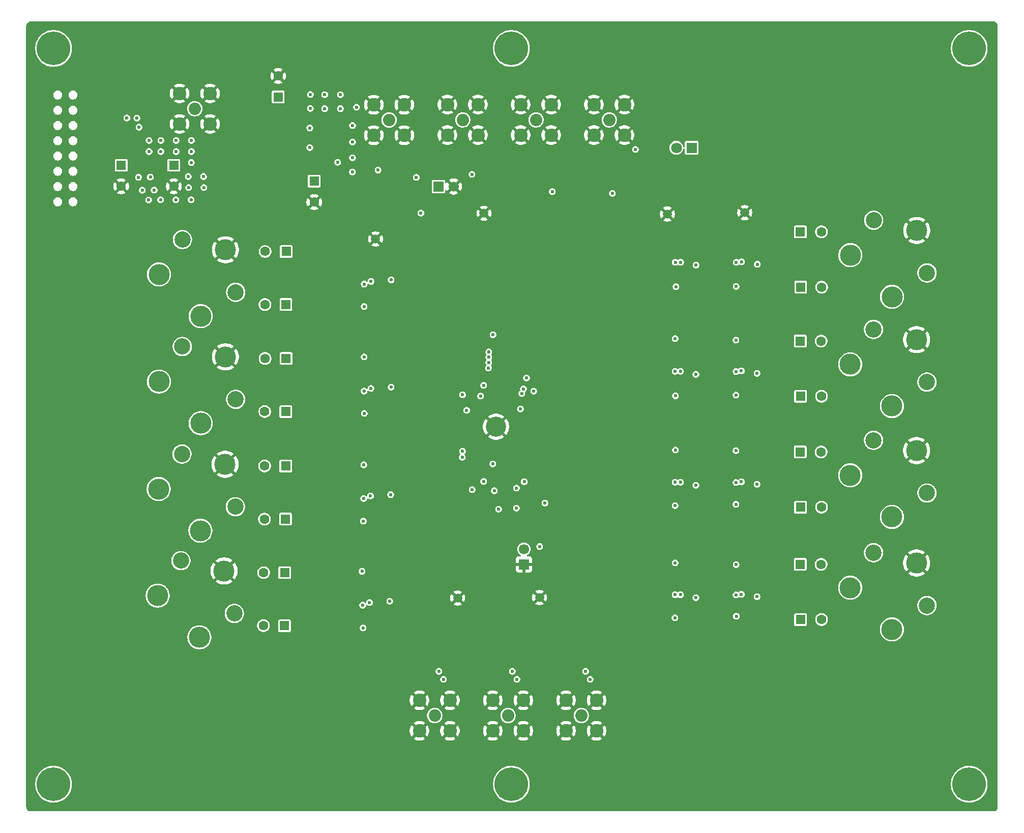
<source format=gbr>
%TF.GenerationSoftware,KiCad,Pcbnew,9.0.1*%
%TF.CreationDate,2025-06-08T13:48:48-07:00*%
%TF.ProjectId,pcm3168a_euro1,70636d33-3136-4386-915f-6575726f312e,rev?*%
%TF.SameCoordinates,Original*%
%TF.FileFunction,Copper,L2,Inr*%
%TF.FilePolarity,Positive*%
%FSLAX46Y46*%
G04 Gerber Fmt 4.6, Leading zero omitted, Abs format (unit mm)*
G04 Created by KiCad (PCBNEW 9.0.1) date 2025-06-08 13:48:48*
%MOMM*%
%LPD*%
G01*
G04 APERTURE LIST*
%TA.AperFunction,ComponentPad*%
%ADD10R,1.600000X1.600000*%
%TD*%
%TA.AperFunction,ComponentPad*%
%ADD11C,1.600000*%
%TD*%
%TA.AperFunction,ComponentPad*%
%ADD12C,3.500000*%
%TD*%
%TA.AperFunction,ComponentPad*%
%ADD13C,2.700000*%
%TD*%
%TA.AperFunction,ComponentPad*%
%ADD14C,2.050000*%
%TD*%
%TA.AperFunction,ComponentPad*%
%ADD15C,2.250000*%
%TD*%
%TA.AperFunction,ComponentPad*%
%ADD16C,5.600000*%
%TD*%
%TA.AperFunction,ComponentPad*%
%ADD17R,1.700000X1.700000*%
%TD*%
%TA.AperFunction,ComponentPad*%
%ADD18C,1.700000*%
%TD*%
%TA.AperFunction,ComponentPad*%
%ADD19C,1.500000*%
%TD*%
%TA.AperFunction,ComponentPad*%
%ADD20C,3.352800*%
%TD*%
%TA.AperFunction,ComponentPad*%
%ADD21R,1.800000X1.800000*%
%TD*%
%TA.AperFunction,ComponentPad*%
%ADD22C,1.800000*%
%TD*%
%TA.AperFunction,ViaPad*%
%ADD23C,0.600000*%
%TD*%
G04 APERTURE END LIST*
D10*
%TO.N,Net-(C80-Pad1)*%
%TO.C,C80*%
X129792400Y-158939501D03*
D11*
%TO.N,Net-(J22-Pin_4)*%
X126292400Y-158939501D03*
%TD*%
D10*
%TO.N,Net-(C119-Pad1)*%
%TO.C,C119*%
X215633300Y-166763700D03*
D11*
%TO.N,Net-(J27-Pin_3)*%
X219133300Y-166763700D03*
%TD*%
D10*
%TO.N,Net-(U12-VI)*%
%TO.C,C46*%
X134696700Y-93752900D03*
D11*
%TO.N,GND*%
X134696700Y-97252900D03*
%TD*%
D12*
%TO.N,GND*%
%TO.C,J21*%
X119855000Y-140907000D03*
D13*
%TO.N,unconnected-(J21-Pin_2-Pad2)*%
X121565000Y-147977000D03*
D12*
%TO.N,Net-(J21-Pin_3)*%
X115745000Y-151957000D03*
%TO.N,Net-(J21-Pin_4)*%
X108805000Y-145017000D03*
D13*
%TO.N,unconnected-(J21-Pin_5-Pad5)*%
X112685000Y-139197000D03*
%TD*%
D10*
%TO.N,Net-(C102-Pad1)*%
%TO.C,C102*%
X215582500Y-120383300D03*
D11*
%TO.N,Net-(J25-Pin_4)*%
X219082500Y-120383300D03*
%TD*%
D10*
%TO.N,Net-(C74-Pad1)*%
%TO.C,C74*%
X129908200Y-150025599D03*
D11*
%TO.N,Net-(J21-Pin_3)*%
X126408200Y-150025599D03*
%TD*%
D14*
%TO.N,Net-(D1-K)*%
%TO.C,J9*%
X183801300Y-83555900D03*
D15*
%TO.N,GND*%
X186341300Y-81015900D03*
X181261300Y-81015900D03*
X186341300Y-86095900D03*
X181261300Y-86095900D03*
%TD*%
D16*
%TO.N,Net-(H6-Pad1)*%
%TO.C,H6*%
X243700300Y-194171100D03*
%TD*%
D10*
%TO.N,Net-(C73-Pad1)*%
%TO.C,C73*%
X129959000Y-141186400D03*
D11*
%TO.N,Net-(J21-Pin_4)*%
X126459000Y-141186400D03*
%TD*%
D10*
%TO.N,Net-(C42-Pad1)*%
%TO.C,C42*%
X102577900Y-91123500D03*
D11*
%TO.N,GND*%
X102577900Y-94623500D03*
%TD*%
D12*
%TO.N,GND*%
%TO.C,J26*%
X234957900Y-138619500D03*
D13*
%TO.N,unconnected-(J26-Pin_2-Pad2)*%
X236667900Y-145689500D03*
D12*
%TO.N,Net-(J26-Pin_3)*%
X230847900Y-149669500D03*
%TO.N,Net-(J26-Pin_4)*%
X223907900Y-142729500D03*
D13*
%TO.N,unconnected-(J26-Pin_5-Pad5)*%
X227787900Y-136909500D03*
%TD*%
D16*
%TO.N,Net-(H1-Pad1)*%
%TO.C,H1*%
X91300300Y-71667100D03*
%TD*%
D17*
%TO.N,GND*%
%TO.C,J8*%
X169595800Y-157561200D03*
D18*
%TO.N,Net-(J8-Pin_2)*%
X169595800Y-155021200D03*
%TD*%
D14*
%TO.N,Net-(J10-In)*%
%TO.C,J10*%
X179149100Y-182733500D03*
D15*
%TO.N,GND*%
X176609100Y-185273500D03*
X181689100Y-185273500D03*
X176609100Y-180193500D03*
X181689100Y-180193500D03*
%TD*%
D14*
%TO.N,Net-(D2-K)*%
%TO.C,J11*%
X171609300Y-83555900D03*
D15*
%TO.N,GND*%
X174149300Y-81015900D03*
X169069300Y-81015900D03*
X174149300Y-86095900D03*
X169069300Y-86095900D03*
%TD*%
D19*
%TO.N,GND*%
%TO.C,TP4*%
X162941000Y-99110800D03*
%TD*%
D12*
%TO.N,GND*%
%TO.C,J24*%
X234983300Y-101980000D03*
D13*
%TO.N,unconnected-(J24-Pin_2-Pad2)*%
X236693300Y-109050000D03*
D12*
%TO.N,Net-(J24-Pin_3)*%
X230873300Y-113030000D03*
%TO.N,Net-(J24-Pin_4)*%
X223933300Y-106090000D03*
D13*
%TO.N,unconnected-(J24-Pin_5-Pad5)*%
X227813300Y-100270000D03*
%TD*%
D12*
%TO.N,GND*%
%TO.C,J22*%
X119688400Y-158660101D03*
D13*
%TO.N,unconnected-(J22-Pin_2-Pad2)*%
X121398400Y-165730101D03*
D12*
%TO.N,Net-(J22-Pin_3)*%
X115578400Y-169710101D03*
%TO.N,Net-(J22-Pin_4)*%
X108638400Y-162770101D03*
D13*
%TO.N,unconnected-(J22-Pin_5-Pad5)*%
X112518400Y-156950101D03*
%TD*%
D16*
%TO.N,Net-(H5-Pad1)*%
%TO.C,H5*%
X167500300Y-194171100D03*
%TD*%
D19*
%TO.N,GND*%
%TO.C,TP3*%
X193471800Y-99237800D03*
%TD*%
D10*
%TO.N,Net-(C87-Pad1)*%
%TO.C,C87*%
X215607900Y-102209600D03*
D11*
%TO.N,Net-(J24-Pin_4)*%
X219107900Y-102209600D03*
%TD*%
D14*
%TO.N,Net-(J19-In)*%
%TO.C,J19*%
X114820700Y-81700100D03*
D15*
%TO.N,GND*%
X112280700Y-79160100D03*
X112280700Y-84240100D03*
X117360700Y-79160100D03*
X117360700Y-84240100D03*
%TD*%
D12*
%TO.N,GND*%
%TO.C,J25*%
X234957900Y-120153700D03*
D13*
%TO.N,unconnected-(J25-Pin_2-Pad2)*%
X236667900Y-127223700D03*
D12*
%TO.N,Net-(J25-Pin_3)*%
X230847900Y-131203700D03*
%TO.N,Net-(J25-Pin_4)*%
X223907900Y-124263700D03*
D13*
%TO.N,unconnected-(J25-Pin_5-Pad5)*%
X227787900Y-118443700D03*
%TD*%
D14*
%TO.N,Net-(J14-In)*%
%TO.C,J14*%
X166957100Y-182733500D03*
D15*
%TO.N,GND*%
X164417100Y-185273500D03*
X169497100Y-185273500D03*
X164417100Y-180193500D03*
X169497100Y-180193500D03*
%TD*%
D19*
%TO.N,GND*%
%TO.C,TP2*%
X206349600Y-99009200D03*
%TD*%
D20*
%TO.N,GND*%
%TO.C,U1*%
X164956201Y-134639199D03*
%TD*%
D14*
%TO.N,Net-(J12-In)*%
%TO.C,J12*%
X154753300Y-182733500D03*
D15*
%TO.N,GND*%
X152213300Y-185273500D03*
X157293300Y-185273500D03*
X152213300Y-180193500D03*
X157293300Y-180193500D03*
%TD*%
D10*
%TO.N,Net-(C31-Pad1)*%
%TO.C,C31*%
X130030000Y-105474000D03*
D11*
%TO.N,Net-(J1-Pin_4)*%
X126530000Y-105474000D03*
%TD*%
D10*
%TO.N,Net-(C88-Pad1)*%
%TO.C,C88*%
X215658700Y-111404400D03*
D11*
%TO.N,Net-(J24-Pin_3)*%
X219158700Y-111404400D03*
%TD*%
D14*
%TO.N,Net-(J15-In)*%
%TO.C,J15*%
X159417300Y-83555900D03*
D15*
%TO.N,GND*%
X161957300Y-81015900D03*
X156877300Y-81015900D03*
X161957300Y-86095900D03*
X156877300Y-86095900D03*
%TD*%
D12*
%TO.N,GND*%
%TO.C,J17*%
X119911000Y-123012700D03*
D13*
%TO.N,unconnected-(J17-Pin_2-Pad2)*%
X121621000Y-130082700D03*
D12*
%TO.N,Net-(J17-Pin_3)*%
X115801000Y-134062700D03*
%TO.N,Net-(J17-Pin_4)*%
X108861000Y-127122700D03*
D13*
%TO.N,unconnected-(J17-Pin_5-Pad5)*%
X112741000Y-121302700D03*
%TD*%
D14*
%TO.N,Net-(J13-In)*%
%TO.C,J13*%
X147149100Y-83581300D03*
D15*
%TO.N,GND*%
X149689100Y-86121300D03*
X149689100Y-81041300D03*
X144609100Y-86121300D03*
X144609100Y-81041300D03*
%TD*%
D10*
%TO.N,Net-(C118-Pad1)*%
%TO.C,C118*%
X215582500Y-157568900D03*
D11*
%TO.N,Net-(J27-Pin_4)*%
X219082500Y-157568900D03*
%TD*%
D10*
%TO.N,Net-(C35-Pad1)*%
%TO.C,C35*%
X130015000Y-123292100D03*
D11*
%TO.N,Net-(J17-Pin_4)*%
X126515000Y-123292100D03*
%TD*%
D19*
%TO.N,GND*%
%TO.C,TP1*%
X144907000Y-103403400D03*
%TD*%
D10*
%TO.N,+5V*%
%TO.C,C45*%
X111315500Y-91121849D03*
D11*
%TO.N,GND*%
X111315500Y-94621849D03*
%TD*%
D19*
%TO.N,GND*%
%TO.C,TP6*%
X158572200Y-163169600D03*
%TD*%
D10*
%TO.N,Net-(C111-Pad1)*%
%TO.C,C111*%
X215633300Y-148043900D03*
D11*
%TO.N,Net-(J26-Pin_3)*%
X219133300Y-148043900D03*
%TD*%
D17*
%TO.N,Net-(J16-Pin_1)*%
%TO.C,J16*%
X155379500Y-94654100D03*
D18*
%TO.N,GND*%
X157919500Y-94654100D03*
%TD*%
D12*
%TO.N,GND*%
%TO.C,J1*%
X119926000Y-105194600D03*
D13*
%TO.N,unconnected-(J1-Pin_2-Pad2)*%
X121636000Y-112264600D03*
D12*
%TO.N,Net-(J1-Pin_3)*%
X115816000Y-116244600D03*
%TO.N,Net-(J1-Pin_4)*%
X108876000Y-109304600D03*
D13*
%TO.N,unconnected-(J1-Pin_5-Pad5)*%
X112756000Y-103484600D03*
%TD*%
D19*
%TO.N,GND*%
%TO.C,TP5*%
X172186600Y-163093400D03*
%TD*%
D16*
%TO.N,Net-(H4-Pad1)*%
%TO.C,H4*%
X243700300Y-71667100D03*
%TD*%
D10*
%TO.N,Net-(C81-Pad1)*%
%TO.C,C81*%
X129741600Y-167778700D03*
D11*
%TO.N,Net-(J22-Pin_3)*%
X126241600Y-167778700D03*
%TD*%
D16*
%TO.N,Net-(H2-Pad1)*%
%TO.C,H2*%
X91300300Y-194171100D03*
%TD*%
D10*
%TO.N,Net-(C36-Pad1)*%
%TO.C,C36*%
X129964200Y-132131299D03*
D11*
%TO.N,Net-(J17-Pin_3)*%
X126464200Y-132131299D03*
%TD*%
D16*
%TO.N,Net-(H3-Pad1)*%
%TO.C,H3*%
X167500300Y-71667100D03*
%TD*%
D10*
%TO.N,Net-(C110-Pad1)*%
%TO.C,C110*%
X215582500Y-138849100D03*
D11*
%TO.N,Net-(J26-Pin_4)*%
X219082500Y-138849100D03*
%TD*%
D10*
%TO.N,VDD*%
%TO.C,C59*%
X128702300Y-79757500D03*
D11*
%TO.N,GND*%
X128702300Y-76257500D03*
%TD*%
D21*
%TO.N,Net-(D3-K)*%
%TO.C,D3*%
X197510400Y-88214200D03*
D22*
%TO.N,VDD*%
X194970400Y-88214200D03*
%TD*%
D10*
%TO.N,Net-(C67-Pad1)*%
%TO.C,C67*%
X129979200Y-114313199D03*
D11*
%TO.N,Net-(J1-Pin_3)*%
X126479200Y-114313199D03*
%TD*%
D12*
%TO.N,GND*%
%TO.C,J27*%
X234957900Y-157339300D03*
D13*
%TO.N,unconnected-(J27-Pin_2-Pad2)*%
X236667900Y-164409300D03*
D12*
%TO.N,Net-(J27-Pin_3)*%
X230847900Y-168389300D03*
%TO.N,Net-(J27-Pin_4)*%
X223907900Y-161449300D03*
D13*
%TO.N,unconnected-(J27-Pin_5-Pad5)*%
X227787900Y-155629300D03*
%TD*%
D10*
%TO.N,Net-(C103-Pad1)*%
%TO.C,C103*%
X215633300Y-129578100D03*
D11*
%TO.N,Net-(J25-Pin_3)*%
X219133300Y-129578100D03*
%TD*%
D23*
%TO.N,GND*%
X169519600Y-92557600D03*
X198272400Y-124142500D03*
X196850000Y-185420000D03*
X215900000Y-82550000D03*
X143723600Y-126834900D03*
X215900000Y-179070000D03*
X215900000Y-191770000D03*
X118110000Y-179070000D03*
X99021900Y-88202500D03*
X157149800Y-130632200D03*
X91440000Y-142240000D03*
X155651200Y-98679000D03*
X143510000Y-185420000D03*
X124460000Y-191770000D03*
X91440000Y-116840000D03*
X105410000Y-191770000D03*
X209550000Y-179070000D03*
X195808600Y-105587800D03*
X200190100Y-118072900D03*
X158557900Y-170390400D03*
X97790000Y-148590000D03*
X145237200Y-136702800D03*
X222250000Y-76200000D03*
X172110400Y-150469600D03*
X208432400Y-105816400D03*
X159816800Y-194157600D03*
X184975500Y-118072900D03*
X185191400Y-135585200D03*
X157454600Y-118719600D03*
X111760000Y-179070000D03*
X228600000Y-179070000D03*
X160655000Y-118770400D03*
X158405500Y-176080000D03*
X124460000Y-185420000D03*
X124460000Y-179070000D03*
X176555400Y-90144600D03*
X151180800Y-170408600D03*
X222250000Y-88900000D03*
X143738600Y-109016800D03*
X200113900Y-149797500D03*
X160959800Y-148031200D03*
X97790000Y-116840000D03*
X236677200Y-71729600D03*
X196850000Y-179070000D03*
X215900000Y-88900000D03*
X170662600Y-129311400D03*
X203200000Y-191770000D03*
X184975500Y-113246900D03*
X97790000Y-154940000D03*
X148467600Y-139002500D03*
X148467600Y-134176500D03*
X149987000Y-96723200D03*
X174523400Y-126314200D03*
X177873700Y-172117600D03*
X187921900Y-149670500D03*
X208407000Y-161175700D03*
X130810000Y-179070000D03*
X153477900Y-172117600D03*
X148315800Y-116701300D03*
X163398200Y-170383200D03*
X235966000Y-194183000D03*
X147243800Y-162128200D03*
X148078200Y-170166801D03*
X148244800Y-152413700D03*
X200190100Y-113246900D03*
X147497800Y-126517400D03*
X163474400Y-137617200D03*
X171729400Y-91948000D03*
X185166000Y-93167200D03*
X187921900Y-154496500D03*
X228600000Y-185420000D03*
X130810000Y-191770000D03*
X174828200Y-71602600D03*
X163398200Y-140843000D03*
X105410000Y-179070000D03*
X160528000Y-125755400D03*
X91440000Y-135890000D03*
X188874400Y-90144600D03*
X166776400Y-137236200D03*
X97790000Y-129540000D03*
X91440000Y-148590000D03*
X97790000Y-123190000D03*
X163220400Y-129133600D03*
X105410000Y-185420000D03*
X222250000Y-191770000D03*
X170002200Y-133273800D03*
X184302400Y-151892000D03*
X205892400Y-123748800D03*
X137160000Y-179070000D03*
X200012300Y-137046700D03*
X203200000Y-185420000D03*
X155625800Y-128219200D03*
X209550000Y-185420000D03*
X170609300Y-176080000D03*
X159512000Y-132867400D03*
X222250000Y-185420000D03*
X209550000Y-88900000D03*
X228600000Y-88900000D03*
X145288000Y-154762200D03*
X157988000Y-91770200D03*
X200113900Y-154623500D03*
X162864800Y-146608800D03*
X170761700Y-170390400D03*
X168910000Y-91135200D03*
X175361600Y-138607800D03*
X222250000Y-82550000D03*
X130810000Y-83388200D03*
X130810000Y-185420000D03*
X162179000Y-118770400D03*
X169440200Y-150430798D03*
X179628800Y-89103200D03*
X195757800Y-123774200D03*
X203200000Y-179070000D03*
X163471200Y-126021398D03*
X165681700Y-172117600D03*
X198272400Y-161328100D03*
X167840000Y-143318798D03*
X188010800Y-115646200D03*
X158546800Y-147980400D03*
X170786400Y-142810798D03*
X209550000Y-191770000D03*
X111760000Y-185420000D03*
X167208200Y-133121400D03*
X143501000Y-162482301D03*
X98221800Y-71704200D03*
X205867000Y-142189200D03*
X222250000Y-179070000D03*
X173278800Y-141960600D03*
X102120700Y-88126300D03*
X205867000Y-160934400D03*
X190500000Y-179070000D03*
X228600000Y-82550000D03*
X181660800Y-92049600D03*
X215900000Y-185420000D03*
X108648500Y-84494100D03*
X176377600Y-144678400D03*
X181076600Y-91109800D03*
X155105200Y-138569200D03*
X147523200Y-108686600D03*
X228600000Y-191770000D03*
X156565600Y-140716000D03*
X91440000Y-154940000D03*
X188023500Y-132855700D03*
X209550000Y-82550000D03*
X148424900Y-157188900D03*
X143510000Y-191770000D03*
X98272600Y-194157600D03*
X168414600Y-146368000D03*
X129311400Y-83159600D03*
X137160000Y-191770000D03*
X128778000Y-91846400D03*
X150037800Y-93116400D03*
X200164700Y-131420600D03*
X195757800Y-160959800D03*
X208407000Y-142455900D03*
X127152400Y-91871800D03*
X175285400Y-141376400D03*
X198297800Y-105968800D03*
X165023800Y-90246200D03*
X175590200Y-170408600D03*
X151460200Y-118922800D03*
X118110000Y-185420000D03*
X137160000Y-185420000D03*
X188023500Y-137681700D03*
X209550000Y-76200000D03*
X160629600Y-141579600D03*
X127177800Y-83032600D03*
X182801300Y-176080000D03*
X170176800Y-146544598D03*
X190500000Y-191770000D03*
X144297400Y-89306400D03*
X208407000Y-123990100D03*
X200012300Y-132220700D03*
X142849600Y-95681800D03*
X190500000Y-185420000D03*
X169418000Y-136271000D03*
X228600000Y-76200000D03*
X215900000Y-76200000D03*
X200164700Y-168606200D03*
X165862000Y-88747600D03*
X147421600Y-144399000D03*
X205917800Y-105562400D03*
X172793000Y-128281998D03*
X167462200Y-89103200D03*
X148315800Y-121527300D03*
X182953700Y-170390400D03*
X154521000Y-143115800D03*
X111760000Y-191770000D03*
X142875000Y-97231200D03*
X103771700Y-88100900D03*
X143667600Y-144729200D03*
X91440000Y-123190000D03*
X156641800Y-138176000D03*
X169824400Y-139573000D03*
X118110000Y-191770000D03*
X143510000Y-179070000D03*
X198272400Y-142608300D03*
X195783200Y-142265400D03*
X97790000Y-142240000D03*
X97790000Y-135890000D03*
X175183800Y-93091000D03*
X91440000Y-129540000D03*
X202641200Y-88188800D03*
X165100000Y-139115800D03*
X147675600Y-94843600D03*
X196850000Y-191770000D03*
%TO.N,VDD*%
X179854900Y-175368800D03*
X156221100Y-176715000D03*
X145313400Y-91922600D03*
X133960100Y-88188800D03*
X172212000Y-154584400D03*
X152450800Y-99085400D03*
X174320200Y-95504000D03*
X134061200Y-81661000D03*
X168424900Y-176715000D03*
X141071600Y-84505800D03*
X138582400Y-90627200D03*
X134061200Y-79349600D03*
X141071600Y-89865200D03*
X167662900Y-175368800D03*
X133960100Y-84912200D03*
X162890200Y-127762000D03*
X139065000Y-81686400D03*
X180616900Y-176715000D03*
X141732000Y-81457800D03*
X168348000Y-144868198D03*
X151688800Y-93141800D03*
X168338400Y-148196800D03*
X139065000Y-79375000D03*
X141046200Y-92252800D03*
X155459100Y-175368800D03*
X184327800Y-95808800D03*
X160959800Y-92633800D03*
X188163200Y-88493600D03*
X141071600Y-87249000D03*
X136448800Y-79375000D03*
X164465000Y-119329200D03*
X136448800Y-81686400D03*
%TO.N,Net-(J8-Pin_2)*%
X164414200Y-140843000D03*
%TO.N,+5V*%
X195656200Y-162623500D03*
X195681600Y-107264200D03*
X111658400Y-96875600D03*
X105435400Y-93116400D03*
X208407000Y-125768100D03*
X162890200Y-143764000D03*
X205790800Y-143827500D03*
X205816200Y-107188000D03*
X114261900Y-88837500D03*
X208432400Y-107594400D03*
X205790800Y-162547300D03*
X195656200Y-143903700D03*
X109181900Y-88837500D03*
X143907400Y-163930101D03*
X169646600Y-143814800D03*
X198221600Y-163106100D03*
X113792000Y-94843600D03*
X105168700Y-83274900D03*
X105524300Y-84773500D03*
X159385000Y-129336800D03*
X109181900Y-86983300D03*
X160070800Y-131927600D03*
X147269200Y-163703000D03*
X116332000Y-94843600D03*
X198221600Y-144386300D03*
X147497800Y-110210600D03*
X107200700Y-88837500D03*
X195656200Y-125437900D03*
X169519600Y-128346200D03*
X107137200Y-96901000D03*
X160985200Y-145110200D03*
X144145000Y-110464600D03*
X113741200Y-92989400D03*
X208407000Y-144233900D03*
X147421600Y-145948400D03*
X144130000Y-128282700D03*
X205790800Y-125361700D03*
X114261900Y-86983300D03*
X107200700Y-87008700D03*
X144074000Y-146177000D03*
X171221400Y-128727200D03*
X114198400Y-96875600D03*
X111721900Y-88837500D03*
X108051600Y-95250000D03*
X114236500Y-90666300D03*
X208407000Y-162953700D03*
X198221600Y-125920500D03*
X106070400Y-95275400D03*
X107416600Y-93091000D03*
X147497800Y-128066800D03*
X116281200Y-92989400D03*
X170027600Y-126542800D03*
X173101000Y-147370800D03*
X198247000Y-107746800D03*
X103517700Y-83249500D03*
X111721900Y-86983300D03*
X109118400Y-96875600D03*
%TO.N,Net-(U1-MODE)*%
X162382200Y-129540000D03*
%TO.N,Net-(U1-MDO_ADR1_MD1)*%
X163753800Y-123952000D03*
%TO.N,Net-(U1-MS_ADR0_MD0)*%
X163703000Y-124866400D03*
%TO.N,Net-(U1-MDI_SDA_DEMP)*%
X163753800Y-123063000D03*
%TO.N,Net-(U1-MC_SCL_FMT)*%
X163753800Y-122199400D03*
%TO.N,/bck_master/IN*%
X169037000Y-131699000D03*
X165379400Y-148386800D03*
%TO.N,/lrck_master/IN*%
X169240200Y-129108200D03*
X164668200Y-145313400D03*
%TO.N,VCOMDA*%
X204876400Y-138633200D03*
X204927200Y-107289600D03*
X194767200Y-143903700D03*
X194741800Y-166471600D03*
X194767200Y-119989600D03*
X204901800Y-129387600D03*
X204901800Y-162648900D03*
X204952600Y-166192200D03*
X194767200Y-125437900D03*
X194894200Y-111328200D03*
X194818000Y-138531600D03*
X194767200Y-147777200D03*
X204876400Y-147574000D03*
X194818000Y-129514600D03*
X204901800Y-120218200D03*
X194767200Y-162623500D03*
X194792600Y-107264200D03*
X204927200Y-157607000D03*
X204927200Y-111302800D03*
X194767200Y-157327600D03*
X204901800Y-125463300D03*
X204901800Y-143929100D03*
%TO.N,/VIN6+*%
X159334200Y-139725400D03*
%TO.N,/VIN5+*%
X159385000Y-138734800D03*
%TO.N,VCOMAD*%
X143002000Y-114630200D03*
X143027400Y-132435600D03*
X142931000Y-146608800D03*
X143002000Y-110896400D03*
X142875000Y-150368000D03*
X142951200Y-140995400D03*
X142824200Y-168148000D03*
X142987000Y-128714500D03*
X143002000Y-123037600D03*
X142646400Y-158724600D03*
X142764400Y-164361901D03*
%TD*%
%TA.AperFunction,Conductor*%
%TO.N,GND*%
G36*
X247703561Y-67177597D02*
G01*
X247835473Y-67190589D01*
X247859301Y-67195328D01*
X247980293Y-67232031D01*
X248002745Y-67241332D01*
X248058493Y-67271129D01*
X248114238Y-67300926D01*
X248134449Y-67314430D01*
X248232177Y-67394632D01*
X248249367Y-67411822D01*
X248329569Y-67509550D01*
X248343073Y-67529761D01*
X248402666Y-67641251D01*
X248411969Y-67663709D01*
X248448669Y-67784692D01*
X248453411Y-67808532D01*
X248466403Y-67940437D01*
X248467000Y-67952592D01*
X248467000Y-197912207D01*
X248466403Y-197924361D01*
X248466403Y-197924362D01*
X248453411Y-198056267D01*
X248448669Y-198080107D01*
X248411969Y-198201090D01*
X248402666Y-198223548D01*
X248343073Y-198335038D01*
X248329569Y-198355249D01*
X248249367Y-198452977D01*
X248232177Y-198470167D01*
X248134449Y-198550369D01*
X248114238Y-198563873D01*
X248002748Y-198623466D01*
X247980290Y-198632769D01*
X247859307Y-198669469D01*
X247835467Y-198674211D01*
X247738198Y-198683791D01*
X247703560Y-198687203D01*
X247691407Y-198687800D01*
X87531193Y-198687800D01*
X87519039Y-198687203D01*
X87387133Y-198674211D01*
X87363292Y-198669469D01*
X87242309Y-198632769D01*
X87219851Y-198623466D01*
X87108361Y-198563873D01*
X87088150Y-198550369D01*
X86990422Y-198470167D01*
X86973232Y-198452977D01*
X86893030Y-198355249D01*
X86879526Y-198335038D01*
X86819933Y-198223548D01*
X86810630Y-198201090D01*
X86773928Y-198080101D01*
X86769189Y-198056273D01*
X86756197Y-197924361D01*
X86755600Y-197912207D01*
X86755600Y-193999558D01*
X88245800Y-193999558D01*
X88245800Y-194342641D01*
X88284210Y-194683541D01*
X88284212Y-194683553D01*
X88360553Y-195018029D01*
X88360556Y-195018037D01*
X88473864Y-195341851D01*
X88622716Y-195650944D01*
X88622718Y-195650947D01*
X88805244Y-195941437D01*
X89019147Y-196209663D01*
X89261737Y-196452253D01*
X89529963Y-196666156D01*
X89820453Y-196848682D01*
X90129552Y-196997537D01*
X90372755Y-197082637D01*
X90453362Y-197110843D01*
X90453370Y-197110846D01*
X90453373Y-197110846D01*
X90453374Y-197110847D01*
X90787846Y-197187188D01*
X91128759Y-197225599D01*
X91128760Y-197225600D01*
X91128763Y-197225600D01*
X91471840Y-197225600D01*
X91471840Y-197225599D01*
X91812754Y-197187188D01*
X92147226Y-197110847D01*
X92471048Y-196997537D01*
X92780147Y-196848682D01*
X93070637Y-196666156D01*
X93338863Y-196452253D01*
X93581453Y-196209663D01*
X93795356Y-195941437D01*
X93977882Y-195650947D01*
X94126737Y-195341848D01*
X94240047Y-195018026D01*
X94316388Y-194683554D01*
X94354800Y-194342637D01*
X94354800Y-193999563D01*
X94354799Y-193999558D01*
X164445800Y-193999558D01*
X164445800Y-194342641D01*
X164484210Y-194683541D01*
X164484212Y-194683553D01*
X164560553Y-195018029D01*
X164560556Y-195018037D01*
X164673864Y-195341851D01*
X164822716Y-195650944D01*
X164822718Y-195650947D01*
X165005244Y-195941437D01*
X165219147Y-196209663D01*
X165461737Y-196452253D01*
X165729963Y-196666156D01*
X166020453Y-196848682D01*
X166329552Y-196997537D01*
X166572755Y-197082637D01*
X166653362Y-197110843D01*
X166653370Y-197110846D01*
X166653373Y-197110846D01*
X166653374Y-197110847D01*
X166987846Y-197187188D01*
X167328759Y-197225599D01*
X167328760Y-197225600D01*
X167328763Y-197225600D01*
X167671840Y-197225600D01*
X167671840Y-197225599D01*
X168012754Y-197187188D01*
X168347226Y-197110847D01*
X168671048Y-196997537D01*
X168980147Y-196848682D01*
X169270637Y-196666156D01*
X169538863Y-196452253D01*
X169781453Y-196209663D01*
X169995356Y-195941437D01*
X170177882Y-195650947D01*
X170326737Y-195341848D01*
X170440047Y-195018026D01*
X170516388Y-194683554D01*
X170554800Y-194342637D01*
X170554800Y-193999563D01*
X170554799Y-193999558D01*
X240645800Y-193999558D01*
X240645800Y-194342641D01*
X240684210Y-194683541D01*
X240684212Y-194683553D01*
X240760553Y-195018029D01*
X240760556Y-195018037D01*
X240873864Y-195341851D01*
X241022716Y-195650944D01*
X241022718Y-195650947D01*
X241205244Y-195941437D01*
X241419147Y-196209663D01*
X241661737Y-196452253D01*
X241929963Y-196666156D01*
X242220453Y-196848682D01*
X242529552Y-196997537D01*
X242772755Y-197082637D01*
X242853362Y-197110843D01*
X242853370Y-197110846D01*
X242853373Y-197110846D01*
X242853374Y-197110847D01*
X243187846Y-197187188D01*
X243528759Y-197225599D01*
X243528760Y-197225600D01*
X243528763Y-197225600D01*
X243871840Y-197225600D01*
X243871840Y-197225599D01*
X244212754Y-197187188D01*
X244547226Y-197110847D01*
X244871048Y-196997537D01*
X245180147Y-196848682D01*
X245470637Y-196666156D01*
X245738863Y-196452253D01*
X245981453Y-196209663D01*
X246195356Y-195941437D01*
X246377882Y-195650947D01*
X246526737Y-195341848D01*
X246640047Y-195018026D01*
X246716388Y-194683554D01*
X246754800Y-194342637D01*
X246754800Y-193999563D01*
X246716388Y-193658646D01*
X246640047Y-193324174D01*
X246526737Y-193000352D01*
X246377882Y-192691253D01*
X246195356Y-192400763D01*
X245981453Y-192132537D01*
X245738863Y-191889947D01*
X245470637Y-191676044D01*
X245180147Y-191493518D01*
X245180144Y-191493516D01*
X244871051Y-191344664D01*
X244547237Y-191231356D01*
X244547229Y-191231353D01*
X244296372Y-191174097D01*
X244212754Y-191155012D01*
X244212750Y-191155011D01*
X244212741Y-191155010D01*
X243871841Y-191116600D01*
X243871837Y-191116600D01*
X243528763Y-191116600D01*
X243528758Y-191116600D01*
X243187858Y-191155010D01*
X243187846Y-191155012D01*
X242853370Y-191231353D01*
X242853362Y-191231356D01*
X242529548Y-191344664D01*
X242220455Y-191493516D01*
X241929964Y-191676043D01*
X241661737Y-191889946D01*
X241419146Y-192132537D01*
X241205243Y-192400764D01*
X241022716Y-192691255D01*
X240873864Y-193000348D01*
X240760556Y-193324162D01*
X240760553Y-193324170D01*
X240684212Y-193658646D01*
X240684210Y-193658658D01*
X240645800Y-193999558D01*
X170554799Y-193999558D01*
X170516388Y-193658646D01*
X170440047Y-193324174D01*
X170326737Y-193000352D01*
X170177882Y-192691253D01*
X169995356Y-192400763D01*
X169781453Y-192132537D01*
X169538863Y-191889947D01*
X169270637Y-191676044D01*
X168980147Y-191493518D01*
X168980144Y-191493516D01*
X168671051Y-191344664D01*
X168347237Y-191231356D01*
X168347229Y-191231353D01*
X168096372Y-191174097D01*
X168012754Y-191155012D01*
X168012750Y-191155011D01*
X168012741Y-191155010D01*
X167671841Y-191116600D01*
X167671837Y-191116600D01*
X167328763Y-191116600D01*
X167328758Y-191116600D01*
X166987858Y-191155010D01*
X166987846Y-191155012D01*
X166653370Y-191231353D01*
X166653362Y-191231356D01*
X166329548Y-191344664D01*
X166020455Y-191493516D01*
X165729964Y-191676043D01*
X165461737Y-191889946D01*
X165219146Y-192132537D01*
X165005243Y-192400764D01*
X164822716Y-192691255D01*
X164673864Y-193000348D01*
X164560556Y-193324162D01*
X164560553Y-193324170D01*
X164484212Y-193658646D01*
X164484210Y-193658658D01*
X164445800Y-193999558D01*
X94354799Y-193999558D01*
X94316388Y-193658646D01*
X94240047Y-193324174D01*
X94126737Y-193000352D01*
X93977882Y-192691253D01*
X93795356Y-192400763D01*
X93581453Y-192132537D01*
X93338863Y-191889947D01*
X93070637Y-191676044D01*
X92780147Y-191493518D01*
X92780144Y-191493516D01*
X92471051Y-191344664D01*
X92147237Y-191231356D01*
X92147229Y-191231353D01*
X91896372Y-191174097D01*
X91812754Y-191155012D01*
X91812750Y-191155011D01*
X91812741Y-191155010D01*
X91471841Y-191116600D01*
X91471837Y-191116600D01*
X91128763Y-191116600D01*
X91128758Y-191116600D01*
X90787858Y-191155010D01*
X90787846Y-191155012D01*
X90453370Y-191231353D01*
X90453362Y-191231356D01*
X90129548Y-191344664D01*
X89820455Y-191493516D01*
X89529964Y-191676043D01*
X89261737Y-191889946D01*
X89019146Y-192132537D01*
X88805243Y-192400764D01*
X88622716Y-192691255D01*
X88473864Y-193000348D01*
X88360556Y-193324162D01*
X88360553Y-193324170D01*
X88284212Y-193658646D01*
X88284210Y-193658658D01*
X88245800Y-193999558D01*
X86755600Y-193999558D01*
X86755600Y-185145610D01*
X150588300Y-185145610D01*
X150588300Y-185401389D01*
X150628313Y-185654023D01*
X150707351Y-185897281D01*
X150707352Y-185897284D01*
X150823475Y-186125186D01*
X150901150Y-186232095D01*
X150901150Y-186232096D01*
X151459184Y-185674061D01*
X151460040Y-185676126D01*
X151553062Y-185815344D01*
X151671456Y-185933738D01*
X151810674Y-186026760D01*
X151812737Y-186027614D01*
X151254702Y-186585648D01*
X151361613Y-186663324D01*
X151589515Y-186779447D01*
X151589518Y-186779448D01*
X151832776Y-186858486D01*
X152085411Y-186898500D01*
X152341189Y-186898500D01*
X152593823Y-186858486D01*
X152837081Y-186779448D01*
X152837084Y-186779447D01*
X153064985Y-186663325D01*
X153171895Y-186585648D01*
X153171896Y-186585648D01*
X152613862Y-186027614D01*
X152615926Y-186026760D01*
X152755144Y-185933738D01*
X152873538Y-185815344D01*
X152966560Y-185676126D01*
X152967414Y-185674062D01*
X153525448Y-186232096D01*
X153525448Y-186232095D01*
X153603125Y-186125185D01*
X153719247Y-185897284D01*
X153719248Y-185897281D01*
X153798286Y-185654023D01*
X153838300Y-185401389D01*
X153838300Y-185145610D01*
X155668300Y-185145610D01*
X155668300Y-185401389D01*
X155708313Y-185654023D01*
X155787351Y-185897281D01*
X155787352Y-185897284D01*
X155903475Y-186125186D01*
X155981150Y-186232095D01*
X155981150Y-186232096D01*
X156539184Y-185674061D01*
X156540040Y-185676126D01*
X156633062Y-185815344D01*
X156751456Y-185933738D01*
X156890674Y-186026760D01*
X156892737Y-186027614D01*
X156334702Y-186585648D01*
X156441613Y-186663324D01*
X156669515Y-186779447D01*
X156669518Y-186779448D01*
X156912776Y-186858486D01*
X157165411Y-186898500D01*
X157421189Y-186898500D01*
X157673823Y-186858486D01*
X157917081Y-186779448D01*
X157917084Y-186779447D01*
X158144985Y-186663325D01*
X158251895Y-186585648D01*
X158251896Y-186585648D01*
X157693862Y-186027614D01*
X157695926Y-186026760D01*
X157835144Y-185933738D01*
X157953538Y-185815344D01*
X158046560Y-185676126D01*
X158047414Y-185674062D01*
X158605448Y-186232096D01*
X158605448Y-186232095D01*
X158683125Y-186125185D01*
X158799247Y-185897284D01*
X158799248Y-185897281D01*
X158878286Y-185654023D01*
X158918300Y-185401389D01*
X158918300Y-185145610D01*
X162792100Y-185145610D01*
X162792100Y-185401389D01*
X162832113Y-185654023D01*
X162911151Y-185897281D01*
X162911152Y-185897284D01*
X163027275Y-186125186D01*
X163104950Y-186232095D01*
X163104950Y-186232096D01*
X163662984Y-185674061D01*
X163663840Y-185676126D01*
X163756862Y-185815344D01*
X163875256Y-185933738D01*
X164014474Y-186026760D01*
X164016537Y-186027614D01*
X163458502Y-186585648D01*
X163565413Y-186663324D01*
X163793315Y-186779447D01*
X163793318Y-186779448D01*
X164036576Y-186858486D01*
X164289211Y-186898500D01*
X164544989Y-186898500D01*
X164797623Y-186858486D01*
X165040881Y-186779448D01*
X165040884Y-186779447D01*
X165268785Y-186663325D01*
X165375695Y-186585648D01*
X165375696Y-186585648D01*
X164817662Y-186027614D01*
X164819726Y-186026760D01*
X164958944Y-185933738D01*
X165077338Y-185815344D01*
X165170360Y-185676126D01*
X165171214Y-185674062D01*
X165729248Y-186232096D01*
X165729248Y-186232095D01*
X165806925Y-186125185D01*
X165923047Y-185897284D01*
X165923048Y-185897281D01*
X166002086Y-185654023D01*
X166042100Y-185401389D01*
X166042100Y-185145610D01*
X167872100Y-185145610D01*
X167872100Y-185401389D01*
X167912113Y-185654023D01*
X167991151Y-185897281D01*
X167991152Y-185897284D01*
X168107275Y-186125186D01*
X168184950Y-186232095D01*
X168184950Y-186232096D01*
X168742984Y-185674061D01*
X168743840Y-185676126D01*
X168836862Y-185815344D01*
X168955256Y-185933738D01*
X169094474Y-186026760D01*
X169096537Y-186027614D01*
X168538502Y-186585648D01*
X168645413Y-186663324D01*
X168873315Y-186779447D01*
X168873318Y-186779448D01*
X169116576Y-186858486D01*
X169369211Y-186898500D01*
X169624989Y-186898500D01*
X169877623Y-186858486D01*
X170120881Y-186779448D01*
X170120884Y-186779447D01*
X170348785Y-186663325D01*
X170455695Y-186585648D01*
X170455696Y-186585648D01*
X169897662Y-186027614D01*
X169899726Y-186026760D01*
X170038944Y-185933738D01*
X170157338Y-185815344D01*
X170250360Y-185676126D01*
X170251214Y-185674062D01*
X170809248Y-186232096D01*
X170809248Y-186232095D01*
X170886925Y-186125185D01*
X171003047Y-185897284D01*
X171003048Y-185897281D01*
X171082086Y-185654023D01*
X171122100Y-185401389D01*
X171122100Y-185145610D01*
X174984100Y-185145610D01*
X174984100Y-185401389D01*
X175024113Y-185654023D01*
X175103151Y-185897281D01*
X175103152Y-185897284D01*
X175219275Y-186125186D01*
X175296950Y-186232095D01*
X175296950Y-186232096D01*
X175854984Y-185674061D01*
X175855840Y-185676126D01*
X175948862Y-185815344D01*
X176067256Y-185933738D01*
X176206474Y-186026760D01*
X176208537Y-186027614D01*
X175650502Y-186585648D01*
X175757413Y-186663324D01*
X175985315Y-186779447D01*
X175985318Y-186779448D01*
X176228576Y-186858486D01*
X176481211Y-186898500D01*
X176736989Y-186898500D01*
X176989623Y-186858486D01*
X177232881Y-186779448D01*
X177232884Y-186779447D01*
X177460785Y-186663325D01*
X177567695Y-186585648D01*
X177567696Y-186585648D01*
X177009662Y-186027614D01*
X177011726Y-186026760D01*
X177150944Y-185933738D01*
X177269338Y-185815344D01*
X177362360Y-185676126D01*
X177363214Y-185674062D01*
X177921248Y-186232096D01*
X177921248Y-186232095D01*
X177998925Y-186125185D01*
X178115047Y-185897284D01*
X178115048Y-185897281D01*
X178194086Y-185654023D01*
X178234100Y-185401389D01*
X178234100Y-185145610D01*
X180064100Y-185145610D01*
X180064100Y-185401389D01*
X180104113Y-185654023D01*
X180183151Y-185897281D01*
X180183152Y-185897284D01*
X180299275Y-186125186D01*
X180376950Y-186232095D01*
X180376950Y-186232096D01*
X180934984Y-185674061D01*
X180935840Y-185676126D01*
X181028862Y-185815344D01*
X181147256Y-185933738D01*
X181286474Y-186026760D01*
X181288537Y-186027614D01*
X180730502Y-186585648D01*
X180837413Y-186663324D01*
X181065315Y-186779447D01*
X181065318Y-186779448D01*
X181308576Y-186858486D01*
X181561211Y-186898500D01*
X181816989Y-186898500D01*
X182069623Y-186858486D01*
X182312881Y-186779448D01*
X182312884Y-186779447D01*
X182540785Y-186663325D01*
X182647695Y-186585648D01*
X182647696Y-186585648D01*
X182089662Y-186027614D01*
X182091726Y-186026760D01*
X182230944Y-185933738D01*
X182349338Y-185815344D01*
X182442360Y-185676126D01*
X182443214Y-185674062D01*
X183001248Y-186232096D01*
X183001248Y-186232095D01*
X183078925Y-186125185D01*
X183195047Y-185897284D01*
X183195048Y-185897281D01*
X183274086Y-185654023D01*
X183314100Y-185401389D01*
X183314100Y-185145610D01*
X183274086Y-184892976D01*
X183195048Y-184649718D01*
X183195047Y-184649715D01*
X183078924Y-184421813D01*
X183001248Y-184314903D01*
X183001248Y-184314902D01*
X182443214Y-184872936D01*
X182442360Y-184870874D01*
X182349338Y-184731656D01*
X182230944Y-184613262D01*
X182091726Y-184520240D01*
X182089660Y-184519384D01*
X182647696Y-183961350D01*
X182540786Y-183883675D01*
X182312884Y-183767552D01*
X182312881Y-183767551D01*
X182069623Y-183688513D01*
X181816989Y-183648500D01*
X181561211Y-183648500D01*
X181308576Y-183688513D01*
X181065318Y-183767551D01*
X181065315Y-183767552D01*
X180837410Y-183883677D01*
X180730503Y-183961349D01*
X180730502Y-183961350D01*
X181288537Y-184519385D01*
X181286474Y-184520240D01*
X181147256Y-184613262D01*
X181028862Y-184731656D01*
X180935840Y-184870874D01*
X180934985Y-184872937D01*
X180376950Y-184314902D01*
X180376949Y-184314903D01*
X180299277Y-184421810D01*
X180183152Y-184649715D01*
X180183151Y-184649718D01*
X180104113Y-184892976D01*
X180064100Y-185145610D01*
X178234100Y-185145610D01*
X178194086Y-184892976D01*
X178115048Y-184649718D01*
X178115047Y-184649715D01*
X177998924Y-184421813D01*
X177921248Y-184314903D01*
X177921248Y-184314902D01*
X177363214Y-184872936D01*
X177362360Y-184870874D01*
X177269338Y-184731656D01*
X177150944Y-184613262D01*
X177011726Y-184520240D01*
X177009660Y-184519384D01*
X177567696Y-183961350D01*
X177460786Y-183883675D01*
X177232884Y-183767552D01*
X177232881Y-183767551D01*
X176989623Y-183688513D01*
X176736989Y-183648500D01*
X176481211Y-183648500D01*
X176228576Y-183688513D01*
X175985318Y-183767551D01*
X175985315Y-183767552D01*
X175757410Y-183883677D01*
X175650503Y-183961349D01*
X175650502Y-183961350D01*
X176208537Y-184519385D01*
X176206474Y-184520240D01*
X176067256Y-184613262D01*
X175948862Y-184731656D01*
X175855840Y-184870874D01*
X175854985Y-184872937D01*
X175296950Y-184314902D01*
X175296949Y-184314903D01*
X175219277Y-184421810D01*
X175103152Y-184649715D01*
X175103151Y-184649718D01*
X175024113Y-184892976D01*
X174984100Y-185145610D01*
X171122100Y-185145610D01*
X171082086Y-184892976D01*
X171003048Y-184649718D01*
X171003047Y-184649715D01*
X170886924Y-184421813D01*
X170809248Y-184314903D01*
X170809248Y-184314902D01*
X170251214Y-184872936D01*
X170250360Y-184870874D01*
X170157338Y-184731656D01*
X170038944Y-184613262D01*
X169899726Y-184520240D01*
X169897660Y-184519384D01*
X170455696Y-183961350D01*
X170348786Y-183883675D01*
X170120884Y-183767552D01*
X170120881Y-183767551D01*
X169877623Y-183688513D01*
X169624989Y-183648500D01*
X169369211Y-183648500D01*
X169116576Y-183688513D01*
X168873318Y-183767551D01*
X168873315Y-183767552D01*
X168645410Y-183883677D01*
X168538503Y-183961349D01*
X168538502Y-183961350D01*
X169096537Y-184519385D01*
X169094474Y-184520240D01*
X168955256Y-184613262D01*
X168836862Y-184731656D01*
X168743840Y-184870874D01*
X168742985Y-184872937D01*
X168184950Y-184314902D01*
X168184949Y-184314903D01*
X168107277Y-184421810D01*
X167991152Y-184649715D01*
X167991151Y-184649718D01*
X167912113Y-184892976D01*
X167872100Y-185145610D01*
X166042100Y-185145610D01*
X166002086Y-184892976D01*
X165923048Y-184649718D01*
X165923047Y-184649715D01*
X165806924Y-184421813D01*
X165729248Y-184314903D01*
X165729248Y-184314902D01*
X165171214Y-184872936D01*
X165170360Y-184870874D01*
X165077338Y-184731656D01*
X164958944Y-184613262D01*
X164819726Y-184520240D01*
X164817660Y-184519384D01*
X165375696Y-183961350D01*
X165268786Y-183883675D01*
X165040884Y-183767552D01*
X165040881Y-183767551D01*
X164797623Y-183688513D01*
X164544989Y-183648500D01*
X164289211Y-183648500D01*
X164036576Y-183688513D01*
X163793318Y-183767551D01*
X163793315Y-183767552D01*
X163565410Y-183883677D01*
X163458503Y-183961349D01*
X163458502Y-183961350D01*
X164016537Y-184519385D01*
X164014474Y-184520240D01*
X163875256Y-184613262D01*
X163756862Y-184731656D01*
X163663840Y-184870874D01*
X163662985Y-184872937D01*
X163104950Y-184314902D01*
X163104949Y-184314903D01*
X163027277Y-184421810D01*
X162911152Y-184649715D01*
X162911151Y-184649718D01*
X162832113Y-184892976D01*
X162792100Y-185145610D01*
X158918300Y-185145610D01*
X158878286Y-184892976D01*
X158799248Y-184649718D01*
X158799247Y-184649715D01*
X158683124Y-184421813D01*
X158605448Y-184314903D01*
X158605448Y-184314902D01*
X158047414Y-184872936D01*
X158046560Y-184870874D01*
X157953538Y-184731656D01*
X157835144Y-184613262D01*
X157695926Y-184520240D01*
X157693860Y-184519384D01*
X158251896Y-183961350D01*
X158144986Y-183883675D01*
X157917084Y-183767552D01*
X157917081Y-183767551D01*
X157673823Y-183688513D01*
X157421189Y-183648500D01*
X157165411Y-183648500D01*
X156912776Y-183688513D01*
X156669518Y-183767551D01*
X156669515Y-183767552D01*
X156441610Y-183883677D01*
X156334703Y-183961349D01*
X156334702Y-183961350D01*
X156892737Y-184519385D01*
X156890674Y-184520240D01*
X156751456Y-184613262D01*
X156633062Y-184731656D01*
X156540040Y-184870874D01*
X156539185Y-184872937D01*
X155981150Y-184314902D01*
X155981149Y-184314903D01*
X155903477Y-184421810D01*
X155787352Y-184649715D01*
X155787351Y-184649718D01*
X155708313Y-184892976D01*
X155668300Y-185145610D01*
X153838300Y-185145610D01*
X153798286Y-184892976D01*
X153719248Y-184649718D01*
X153719247Y-184649715D01*
X153603124Y-184421813D01*
X153525448Y-184314903D01*
X153525448Y-184314902D01*
X152967414Y-184872936D01*
X152966560Y-184870874D01*
X152873538Y-184731656D01*
X152755144Y-184613262D01*
X152615926Y-184520240D01*
X152613860Y-184519384D01*
X153171896Y-183961350D01*
X153064986Y-183883675D01*
X152837084Y-183767552D01*
X152837081Y-183767551D01*
X152593823Y-183688513D01*
X152341189Y-183648500D01*
X152085411Y-183648500D01*
X151832776Y-183688513D01*
X151589518Y-183767551D01*
X151589515Y-183767552D01*
X151361610Y-183883677D01*
X151254703Y-183961349D01*
X151254702Y-183961350D01*
X151812737Y-184519385D01*
X151810674Y-184520240D01*
X151671456Y-184613262D01*
X151553062Y-184731656D01*
X151460040Y-184870874D01*
X151459185Y-184872937D01*
X150901150Y-184314902D01*
X150901149Y-184314903D01*
X150823477Y-184421810D01*
X150707352Y-184649715D01*
X150707351Y-184649718D01*
X150628313Y-184892976D01*
X150588300Y-185145610D01*
X86755600Y-185145610D01*
X86755600Y-182632801D01*
X153473800Y-182632801D01*
X153473800Y-182834198D01*
X153505305Y-183033117D01*
X153567542Y-183224661D01*
X153658976Y-183404107D01*
X153777346Y-183567031D01*
X153777350Y-183567036D01*
X153919763Y-183709449D01*
X153919768Y-183709453D01*
X154061879Y-183812701D01*
X154082696Y-183827826D01*
X154192306Y-183883675D01*
X154262138Y-183919257D01*
X154262140Y-183919257D01*
X154262143Y-183919259D01*
X154364814Y-183952618D01*
X154453682Y-183981494D01*
X154553142Y-183997247D01*
X154652601Y-184013000D01*
X154652602Y-184013000D01*
X154853998Y-184013000D01*
X154853999Y-184013000D01*
X155052917Y-183981494D01*
X155244457Y-183919259D01*
X155423904Y-183827826D01*
X155586838Y-183709448D01*
X155729248Y-183567038D01*
X155847626Y-183404104D01*
X155939059Y-183224657D01*
X156001294Y-183033117D01*
X156032800Y-182834199D01*
X156032800Y-182632801D01*
X165677600Y-182632801D01*
X165677600Y-182834198D01*
X165709105Y-183033117D01*
X165771342Y-183224661D01*
X165862776Y-183404107D01*
X165981146Y-183567031D01*
X165981150Y-183567036D01*
X166123563Y-183709449D01*
X166123568Y-183709453D01*
X166265679Y-183812701D01*
X166286496Y-183827826D01*
X166396106Y-183883675D01*
X166465938Y-183919257D01*
X166465940Y-183919257D01*
X166465943Y-183919259D01*
X166568614Y-183952618D01*
X166657482Y-183981494D01*
X166756942Y-183997247D01*
X166856401Y-184013000D01*
X166856402Y-184013000D01*
X167057798Y-184013000D01*
X167057799Y-184013000D01*
X167256717Y-183981494D01*
X167448257Y-183919259D01*
X167627704Y-183827826D01*
X167790638Y-183709448D01*
X167933048Y-183567038D01*
X168051426Y-183404104D01*
X168142859Y-183224657D01*
X168205094Y-183033117D01*
X168236600Y-182834199D01*
X168236600Y-182632801D01*
X177869600Y-182632801D01*
X177869600Y-182834198D01*
X177901105Y-183033117D01*
X177963342Y-183224661D01*
X178054776Y-183404107D01*
X178173146Y-183567031D01*
X178173150Y-183567036D01*
X178315563Y-183709449D01*
X178315568Y-183709453D01*
X178457679Y-183812701D01*
X178478496Y-183827826D01*
X178588106Y-183883675D01*
X178657938Y-183919257D01*
X178657940Y-183919257D01*
X178657943Y-183919259D01*
X178760614Y-183952618D01*
X178849482Y-183981494D01*
X178948942Y-183997247D01*
X179048401Y-184013000D01*
X179048402Y-184013000D01*
X179249798Y-184013000D01*
X179249799Y-184013000D01*
X179448717Y-183981494D01*
X179640257Y-183919259D01*
X179819704Y-183827826D01*
X179982638Y-183709448D01*
X180125048Y-183567038D01*
X180243426Y-183404104D01*
X180334859Y-183224657D01*
X180397094Y-183033117D01*
X180428600Y-182834199D01*
X180428600Y-182632801D01*
X180397094Y-182433883D01*
X180334859Y-182242343D01*
X180334857Y-182242340D01*
X180334857Y-182242338D01*
X180301686Y-182177237D01*
X180243426Y-182062896D01*
X180228301Y-182042079D01*
X180125053Y-181899968D01*
X180125049Y-181899963D01*
X179982636Y-181757550D01*
X179982631Y-181757546D01*
X179819707Y-181639176D01*
X179819706Y-181639175D01*
X179819704Y-181639174D01*
X179681733Y-181568874D01*
X179640261Y-181547742D01*
X179448717Y-181485505D01*
X179276996Y-181458307D01*
X179249799Y-181454000D01*
X179048401Y-181454000D01*
X179024475Y-181457789D01*
X178849482Y-181485505D01*
X178657938Y-181547742D01*
X178478492Y-181639176D01*
X178315568Y-181757546D01*
X178315563Y-181757550D01*
X178173150Y-181899963D01*
X178173146Y-181899968D01*
X178054776Y-182062892D01*
X177963342Y-182242338D01*
X177901105Y-182433882D01*
X177869600Y-182632801D01*
X168236600Y-182632801D01*
X168205094Y-182433883D01*
X168142859Y-182242343D01*
X168142857Y-182242340D01*
X168142857Y-182242338D01*
X168109686Y-182177237D01*
X168051426Y-182062896D01*
X168036301Y-182042079D01*
X167933053Y-181899968D01*
X167933049Y-181899963D01*
X167790636Y-181757550D01*
X167790631Y-181757546D01*
X167627707Y-181639176D01*
X167627706Y-181639175D01*
X167627704Y-181639174D01*
X167489733Y-181568874D01*
X167448261Y-181547742D01*
X167256717Y-181485505D01*
X167084996Y-181458307D01*
X167057799Y-181454000D01*
X166856401Y-181454000D01*
X166832475Y-181457789D01*
X166657482Y-181485505D01*
X166465938Y-181547742D01*
X166286492Y-181639176D01*
X166123568Y-181757546D01*
X166123563Y-181757550D01*
X165981150Y-181899963D01*
X165981146Y-181899968D01*
X165862776Y-182062892D01*
X165771342Y-182242338D01*
X165709105Y-182433882D01*
X165677600Y-182632801D01*
X156032800Y-182632801D01*
X156001294Y-182433883D01*
X155939059Y-182242343D01*
X155939057Y-182242340D01*
X155939057Y-182242338D01*
X155905886Y-182177237D01*
X155847626Y-182062896D01*
X155832501Y-182042079D01*
X155729253Y-181899968D01*
X155729249Y-181899963D01*
X155586836Y-181757550D01*
X155586831Y-181757546D01*
X155423907Y-181639176D01*
X155423906Y-181639175D01*
X155423904Y-181639174D01*
X155285933Y-181568874D01*
X155244461Y-181547742D01*
X155052917Y-181485505D01*
X154881196Y-181458307D01*
X154853999Y-181454000D01*
X154652601Y-181454000D01*
X154628675Y-181457789D01*
X154453682Y-181485505D01*
X154262138Y-181547742D01*
X154082692Y-181639176D01*
X153919768Y-181757546D01*
X153919763Y-181757550D01*
X153777350Y-181899963D01*
X153777346Y-181899968D01*
X153658976Y-182062892D01*
X153567542Y-182242338D01*
X153505305Y-182433882D01*
X153473800Y-182632801D01*
X86755600Y-182632801D01*
X86755600Y-180065610D01*
X150588300Y-180065610D01*
X150588300Y-180321389D01*
X150628313Y-180574023D01*
X150707351Y-180817281D01*
X150707352Y-180817284D01*
X150823475Y-181045186D01*
X150901150Y-181152095D01*
X150901150Y-181152096D01*
X151459184Y-180594061D01*
X151460040Y-180596126D01*
X151553062Y-180735344D01*
X151671456Y-180853738D01*
X151810674Y-180946760D01*
X151812737Y-180947614D01*
X151254702Y-181505648D01*
X151361613Y-181583324D01*
X151589515Y-181699447D01*
X151589518Y-181699448D01*
X151832776Y-181778486D01*
X152085411Y-181818500D01*
X152341189Y-181818500D01*
X152593823Y-181778486D01*
X152837081Y-181699448D01*
X152837084Y-181699447D01*
X153064985Y-181583325D01*
X153171895Y-181505648D01*
X153171896Y-181505648D01*
X152613862Y-180947614D01*
X152615926Y-180946760D01*
X152755144Y-180853738D01*
X152873538Y-180735344D01*
X152966560Y-180596126D01*
X152967414Y-180594062D01*
X153525448Y-181152096D01*
X153525448Y-181152095D01*
X153603125Y-181045185D01*
X153719247Y-180817284D01*
X153719248Y-180817281D01*
X153798286Y-180574023D01*
X153838300Y-180321389D01*
X153838300Y-180065610D01*
X155668300Y-180065610D01*
X155668300Y-180321389D01*
X155708313Y-180574023D01*
X155787351Y-180817281D01*
X155787352Y-180817284D01*
X155903475Y-181045186D01*
X155981150Y-181152095D01*
X155981150Y-181152096D01*
X156539184Y-180594061D01*
X156540040Y-180596126D01*
X156633062Y-180735344D01*
X156751456Y-180853738D01*
X156890674Y-180946760D01*
X156892737Y-180947614D01*
X156334702Y-181505648D01*
X156441613Y-181583324D01*
X156669515Y-181699447D01*
X156669518Y-181699448D01*
X156912776Y-181778486D01*
X157165411Y-181818500D01*
X157421189Y-181818500D01*
X157673823Y-181778486D01*
X157917081Y-181699448D01*
X157917084Y-181699447D01*
X158144985Y-181583325D01*
X158251895Y-181505648D01*
X158251896Y-181505648D01*
X157693862Y-180947614D01*
X157695926Y-180946760D01*
X157835144Y-180853738D01*
X157953538Y-180735344D01*
X158046560Y-180596126D01*
X158047414Y-180594062D01*
X158605448Y-181152096D01*
X158605448Y-181152095D01*
X158683125Y-181045185D01*
X158799247Y-180817284D01*
X158799248Y-180817281D01*
X158878286Y-180574023D01*
X158918300Y-180321389D01*
X158918300Y-180065610D01*
X162792100Y-180065610D01*
X162792100Y-180321389D01*
X162832113Y-180574023D01*
X162911151Y-180817281D01*
X162911152Y-180817284D01*
X163027275Y-181045186D01*
X163104950Y-181152095D01*
X163104950Y-181152096D01*
X163662984Y-180594061D01*
X163663840Y-180596126D01*
X163756862Y-180735344D01*
X163875256Y-180853738D01*
X164014474Y-180946760D01*
X164016537Y-180947614D01*
X163458502Y-181505648D01*
X163565413Y-181583324D01*
X163793315Y-181699447D01*
X163793318Y-181699448D01*
X164036576Y-181778486D01*
X164289211Y-181818500D01*
X164544989Y-181818500D01*
X164797623Y-181778486D01*
X165040881Y-181699448D01*
X165040884Y-181699447D01*
X165268785Y-181583325D01*
X165375695Y-181505648D01*
X165375696Y-181505648D01*
X164817662Y-180947614D01*
X164819726Y-180946760D01*
X164958944Y-180853738D01*
X165077338Y-180735344D01*
X165170360Y-180596126D01*
X165171214Y-180594062D01*
X165729248Y-181152096D01*
X165729248Y-181152095D01*
X165806925Y-181045185D01*
X165923047Y-180817284D01*
X165923048Y-180817281D01*
X166002086Y-180574023D01*
X166042100Y-180321389D01*
X166042100Y-180065610D01*
X167872100Y-180065610D01*
X167872100Y-180321389D01*
X167912113Y-180574023D01*
X167991151Y-180817281D01*
X167991152Y-180817284D01*
X168107275Y-181045186D01*
X168184950Y-181152095D01*
X168184950Y-181152096D01*
X168742984Y-180594061D01*
X168743840Y-180596126D01*
X168836862Y-180735344D01*
X168955256Y-180853738D01*
X169094474Y-180946760D01*
X169096537Y-180947614D01*
X168538502Y-181505648D01*
X168645413Y-181583324D01*
X168873315Y-181699447D01*
X168873318Y-181699448D01*
X169116576Y-181778486D01*
X169369211Y-181818500D01*
X169624989Y-181818500D01*
X169877623Y-181778486D01*
X170120881Y-181699448D01*
X170120884Y-181699447D01*
X170348785Y-181583325D01*
X170455695Y-181505648D01*
X170455696Y-181505648D01*
X169897662Y-180947614D01*
X169899726Y-180946760D01*
X170038944Y-180853738D01*
X170157338Y-180735344D01*
X170250360Y-180596126D01*
X170251214Y-180594062D01*
X170809248Y-181152096D01*
X170809248Y-181152095D01*
X170886925Y-181045185D01*
X171003047Y-180817284D01*
X171003048Y-180817281D01*
X171082086Y-180574023D01*
X171122100Y-180321389D01*
X171122100Y-180065610D01*
X174984100Y-180065610D01*
X174984100Y-180321389D01*
X175024113Y-180574023D01*
X175103151Y-180817281D01*
X175103152Y-180817284D01*
X175219275Y-181045186D01*
X175296950Y-181152095D01*
X175296950Y-181152096D01*
X175854984Y-180594061D01*
X175855840Y-180596126D01*
X175948862Y-180735344D01*
X176067256Y-180853738D01*
X176206474Y-180946760D01*
X176208537Y-180947614D01*
X175650502Y-181505648D01*
X175757413Y-181583324D01*
X175985315Y-181699447D01*
X175985318Y-181699448D01*
X176228576Y-181778486D01*
X176481211Y-181818500D01*
X176736989Y-181818500D01*
X176989623Y-181778486D01*
X177232881Y-181699448D01*
X177232884Y-181699447D01*
X177460785Y-181583325D01*
X177567695Y-181505648D01*
X177567696Y-181505648D01*
X177009662Y-180947614D01*
X177011726Y-180946760D01*
X177150944Y-180853738D01*
X177269338Y-180735344D01*
X177362360Y-180596126D01*
X177363214Y-180594062D01*
X177921248Y-181152096D01*
X177921248Y-181152095D01*
X177998925Y-181045185D01*
X178115047Y-180817284D01*
X178115048Y-180817281D01*
X178194086Y-180574023D01*
X178234100Y-180321389D01*
X178234100Y-180065610D01*
X180064100Y-180065610D01*
X180064100Y-180321389D01*
X180104113Y-180574023D01*
X180183151Y-180817281D01*
X180183152Y-180817284D01*
X180299275Y-181045186D01*
X180376950Y-181152095D01*
X180376950Y-181152096D01*
X180934984Y-180594061D01*
X180935840Y-180596126D01*
X181028862Y-180735344D01*
X181147256Y-180853738D01*
X181286474Y-180946760D01*
X181288537Y-180947614D01*
X180730502Y-181505648D01*
X180837413Y-181583324D01*
X181065315Y-181699447D01*
X181065318Y-181699448D01*
X181308576Y-181778486D01*
X181561211Y-181818500D01*
X181816989Y-181818500D01*
X182069623Y-181778486D01*
X182312881Y-181699448D01*
X182312884Y-181699447D01*
X182540785Y-181583325D01*
X182647695Y-181505648D01*
X182647696Y-181505648D01*
X182089662Y-180947614D01*
X182091726Y-180946760D01*
X182230944Y-180853738D01*
X182349338Y-180735344D01*
X182442360Y-180596126D01*
X182443214Y-180594062D01*
X183001248Y-181152096D01*
X183001248Y-181152095D01*
X183078925Y-181045185D01*
X183195047Y-180817284D01*
X183195048Y-180817281D01*
X183274086Y-180574023D01*
X183314100Y-180321389D01*
X183314100Y-180065610D01*
X183274086Y-179812976D01*
X183195048Y-179569718D01*
X183195047Y-179569715D01*
X183078924Y-179341813D01*
X183001248Y-179234903D01*
X183001248Y-179234902D01*
X182443214Y-179792936D01*
X182442360Y-179790874D01*
X182349338Y-179651656D01*
X182230944Y-179533262D01*
X182091726Y-179440240D01*
X182089660Y-179439384D01*
X182647696Y-178881350D01*
X182540786Y-178803675D01*
X182312884Y-178687552D01*
X182312881Y-178687551D01*
X182069623Y-178608513D01*
X181816989Y-178568500D01*
X181561211Y-178568500D01*
X181308576Y-178608513D01*
X181065318Y-178687551D01*
X181065315Y-178687552D01*
X180837410Y-178803677D01*
X180730503Y-178881349D01*
X180730502Y-178881350D01*
X181288537Y-179439385D01*
X181286474Y-179440240D01*
X181147256Y-179533262D01*
X181028862Y-179651656D01*
X180935840Y-179790874D01*
X180934985Y-179792937D01*
X180376950Y-179234902D01*
X180376949Y-179234903D01*
X180299277Y-179341810D01*
X180183152Y-179569715D01*
X180183151Y-179569718D01*
X180104113Y-179812976D01*
X180064100Y-180065610D01*
X178234100Y-180065610D01*
X178194086Y-179812976D01*
X178115048Y-179569718D01*
X178115047Y-179569715D01*
X177998924Y-179341813D01*
X177921248Y-179234903D01*
X177921248Y-179234902D01*
X177363214Y-179792936D01*
X177362360Y-179790874D01*
X177269338Y-179651656D01*
X177150944Y-179533262D01*
X177011726Y-179440240D01*
X177009660Y-179439384D01*
X177567696Y-178881350D01*
X177460786Y-178803675D01*
X177232884Y-178687552D01*
X177232881Y-178687551D01*
X176989623Y-178608513D01*
X176736989Y-178568500D01*
X176481211Y-178568500D01*
X176228576Y-178608513D01*
X175985318Y-178687551D01*
X175985315Y-178687552D01*
X175757410Y-178803677D01*
X175650503Y-178881349D01*
X175650502Y-178881350D01*
X176208537Y-179439385D01*
X176206474Y-179440240D01*
X176067256Y-179533262D01*
X175948862Y-179651656D01*
X175855840Y-179790874D01*
X175854985Y-179792937D01*
X175296950Y-179234902D01*
X175296949Y-179234903D01*
X175219277Y-179341810D01*
X175103152Y-179569715D01*
X175103151Y-179569718D01*
X175024113Y-179812976D01*
X174984100Y-180065610D01*
X171122100Y-180065610D01*
X171082086Y-179812976D01*
X171003048Y-179569718D01*
X171003047Y-179569715D01*
X170886924Y-179341813D01*
X170809248Y-179234903D01*
X170809248Y-179234902D01*
X170251214Y-179792936D01*
X170250360Y-179790874D01*
X170157338Y-179651656D01*
X170038944Y-179533262D01*
X169899726Y-179440240D01*
X169897660Y-179439384D01*
X170455696Y-178881350D01*
X170348786Y-178803675D01*
X170120884Y-178687552D01*
X170120881Y-178687551D01*
X169877623Y-178608513D01*
X169624989Y-178568500D01*
X169369211Y-178568500D01*
X169116576Y-178608513D01*
X168873318Y-178687551D01*
X168873315Y-178687552D01*
X168645410Y-178803677D01*
X168538503Y-178881349D01*
X168538502Y-178881350D01*
X169096537Y-179439385D01*
X169094474Y-179440240D01*
X168955256Y-179533262D01*
X168836862Y-179651656D01*
X168743840Y-179790874D01*
X168742985Y-179792937D01*
X168184950Y-179234902D01*
X168184949Y-179234903D01*
X168107277Y-179341810D01*
X167991152Y-179569715D01*
X167991151Y-179569718D01*
X167912113Y-179812976D01*
X167872100Y-180065610D01*
X166042100Y-180065610D01*
X166002086Y-179812976D01*
X165923048Y-179569718D01*
X165923047Y-179569715D01*
X165806924Y-179341813D01*
X165729248Y-179234903D01*
X165729248Y-179234902D01*
X165171214Y-179792936D01*
X165170360Y-179790874D01*
X165077338Y-179651656D01*
X164958944Y-179533262D01*
X164819726Y-179440240D01*
X164817660Y-179439384D01*
X165375696Y-178881350D01*
X165268786Y-178803675D01*
X165040884Y-178687552D01*
X165040881Y-178687551D01*
X164797623Y-178608513D01*
X164544989Y-178568500D01*
X164289211Y-178568500D01*
X164036576Y-178608513D01*
X163793318Y-178687551D01*
X163793315Y-178687552D01*
X163565410Y-178803677D01*
X163458503Y-178881349D01*
X163458502Y-178881350D01*
X164016537Y-179439385D01*
X164014474Y-179440240D01*
X163875256Y-179533262D01*
X163756862Y-179651656D01*
X163663840Y-179790874D01*
X163662985Y-179792937D01*
X163104950Y-179234902D01*
X163104949Y-179234903D01*
X163027277Y-179341810D01*
X162911152Y-179569715D01*
X162911151Y-179569718D01*
X162832113Y-179812976D01*
X162792100Y-180065610D01*
X158918300Y-180065610D01*
X158878286Y-179812976D01*
X158799248Y-179569718D01*
X158799247Y-179569715D01*
X158683124Y-179341813D01*
X158605448Y-179234903D01*
X158605448Y-179234902D01*
X158047414Y-179792936D01*
X158046560Y-179790874D01*
X157953538Y-179651656D01*
X157835144Y-179533262D01*
X157695926Y-179440240D01*
X157693860Y-179439384D01*
X158251896Y-178881350D01*
X158144986Y-178803675D01*
X157917084Y-178687552D01*
X157917081Y-178687551D01*
X157673823Y-178608513D01*
X157421189Y-178568500D01*
X157165411Y-178568500D01*
X156912776Y-178608513D01*
X156669518Y-178687551D01*
X156669515Y-178687552D01*
X156441610Y-178803677D01*
X156334703Y-178881349D01*
X156334702Y-178881350D01*
X156892737Y-179439385D01*
X156890674Y-179440240D01*
X156751456Y-179533262D01*
X156633062Y-179651656D01*
X156540040Y-179790874D01*
X156539185Y-179792937D01*
X155981150Y-179234902D01*
X155981149Y-179234903D01*
X155903477Y-179341810D01*
X155787352Y-179569715D01*
X155787351Y-179569718D01*
X155708313Y-179812976D01*
X155668300Y-180065610D01*
X153838300Y-180065610D01*
X153798286Y-179812976D01*
X153719248Y-179569718D01*
X153719247Y-179569715D01*
X153603124Y-179341813D01*
X153525448Y-179234903D01*
X153525448Y-179234902D01*
X152967414Y-179792936D01*
X152966560Y-179790874D01*
X152873538Y-179651656D01*
X152755144Y-179533262D01*
X152615926Y-179440240D01*
X152613860Y-179439384D01*
X153171896Y-178881350D01*
X153064986Y-178803675D01*
X152837084Y-178687552D01*
X152837081Y-178687551D01*
X152593823Y-178608513D01*
X152341189Y-178568500D01*
X152085411Y-178568500D01*
X151832776Y-178608513D01*
X151589518Y-178687551D01*
X151589515Y-178687552D01*
X151361610Y-178803677D01*
X151254703Y-178881349D01*
X151254702Y-178881350D01*
X151812737Y-179439385D01*
X151810674Y-179440240D01*
X151671456Y-179533262D01*
X151553062Y-179651656D01*
X151460040Y-179790874D01*
X151459185Y-179792937D01*
X150901150Y-179234902D01*
X150901149Y-179234903D01*
X150823477Y-179341810D01*
X150707352Y-179569715D01*
X150707351Y-179569718D01*
X150628313Y-179812976D01*
X150588300Y-180065610D01*
X86755600Y-180065610D01*
X86755600Y-176641999D01*
X155666600Y-176641999D01*
X155666600Y-176788000D01*
X155704388Y-176929028D01*
X155704389Y-176929031D01*
X155777386Y-177055467D01*
X155777388Y-177055470D01*
X155777389Y-177055471D01*
X155880629Y-177158711D01*
X156007071Y-177231712D01*
X156148099Y-177269500D01*
X156148101Y-177269500D01*
X156294099Y-177269500D01*
X156294101Y-177269500D01*
X156435129Y-177231712D01*
X156561571Y-177158711D01*
X156664811Y-177055471D01*
X156737812Y-176929029D01*
X156775600Y-176788001D01*
X156775600Y-176641999D01*
X167870400Y-176641999D01*
X167870400Y-176788000D01*
X167908188Y-176929028D01*
X167908189Y-176929031D01*
X167981186Y-177055467D01*
X167981188Y-177055470D01*
X167981189Y-177055471D01*
X168084429Y-177158711D01*
X168210871Y-177231712D01*
X168351899Y-177269500D01*
X168351901Y-177269500D01*
X168497899Y-177269500D01*
X168497901Y-177269500D01*
X168638929Y-177231712D01*
X168765371Y-177158711D01*
X168868611Y-177055471D01*
X168941612Y-176929029D01*
X168979400Y-176788001D01*
X168979400Y-176641999D01*
X180062400Y-176641999D01*
X180062400Y-176788000D01*
X180100188Y-176929028D01*
X180100189Y-176929031D01*
X180173186Y-177055467D01*
X180173188Y-177055470D01*
X180173189Y-177055471D01*
X180276429Y-177158711D01*
X180402871Y-177231712D01*
X180543899Y-177269500D01*
X180543901Y-177269500D01*
X180689899Y-177269500D01*
X180689901Y-177269500D01*
X180830929Y-177231712D01*
X180957371Y-177158711D01*
X181060611Y-177055471D01*
X181133612Y-176929029D01*
X181171400Y-176788001D01*
X181171400Y-176641999D01*
X181133612Y-176500971D01*
X181060611Y-176374529D01*
X180957371Y-176271289D01*
X180957370Y-176271288D01*
X180957367Y-176271286D01*
X180830931Y-176198289D01*
X180830930Y-176198288D01*
X180830929Y-176198288D01*
X180689901Y-176160500D01*
X180543899Y-176160500D01*
X180402871Y-176198288D01*
X180402868Y-176198289D01*
X180276432Y-176271286D01*
X180276427Y-176271290D01*
X180173190Y-176374527D01*
X180173186Y-176374532D01*
X180100189Y-176500968D01*
X180100188Y-176500971D01*
X180062400Y-176641999D01*
X168979400Y-176641999D01*
X168941612Y-176500971D01*
X168868611Y-176374529D01*
X168765371Y-176271289D01*
X168765370Y-176271288D01*
X168765367Y-176271286D01*
X168638931Y-176198289D01*
X168638930Y-176198288D01*
X168638929Y-176198288D01*
X168497901Y-176160500D01*
X168351899Y-176160500D01*
X168210871Y-176198288D01*
X168210868Y-176198289D01*
X168084432Y-176271286D01*
X168084427Y-176271290D01*
X167981190Y-176374527D01*
X167981186Y-176374532D01*
X167908189Y-176500968D01*
X167908188Y-176500971D01*
X167870400Y-176641999D01*
X156775600Y-176641999D01*
X156737812Y-176500971D01*
X156664811Y-176374529D01*
X156561571Y-176271289D01*
X156561570Y-176271288D01*
X156561567Y-176271286D01*
X156435131Y-176198289D01*
X156435130Y-176198288D01*
X156435129Y-176198288D01*
X156294101Y-176160500D01*
X156148099Y-176160500D01*
X156007071Y-176198288D01*
X156007068Y-176198289D01*
X155880632Y-176271286D01*
X155880627Y-176271290D01*
X155777390Y-176374527D01*
X155777386Y-176374532D01*
X155704389Y-176500968D01*
X155704388Y-176500971D01*
X155666600Y-176641999D01*
X86755600Y-176641999D01*
X86755600Y-175295799D01*
X154904600Y-175295799D01*
X154904600Y-175441800D01*
X154942388Y-175582828D01*
X154942389Y-175582831D01*
X155015386Y-175709267D01*
X155015388Y-175709270D01*
X155015389Y-175709271D01*
X155118629Y-175812511D01*
X155245071Y-175885512D01*
X155386099Y-175923300D01*
X155386101Y-175923300D01*
X155532099Y-175923300D01*
X155532101Y-175923300D01*
X155673129Y-175885512D01*
X155799571Y-175812511D01*
X155902811Y-175709271D01*
X155975812Y-175582829D01*
X156013600Y-175441801D01*
X156013600Y-175295799D01*
X167108400Y-175295799D01*
X167108400Y-175441800D01*
X167146188Y-175582828D01*
X167146189Y-175582831D01*
X167219186Y-175709267D01*
X167219188Y-175709270D01*
X167219189Y-175709271D01*
X167322429Y-175812511D01*
X167448871Y-175885512D01*
X167589899Y-175923300D01*
X167589901Y-175923300D01*
X167735899Y-175923300D01*
X167735901Y-175923300D01*
X167876929Y-175885512D01*
X168003371Y-175812511D01*
X168106611Y-175709271D01*
X168179612Y-175582829D01*
X168217400Y-175441801D01*
X168217400Y-175295799D01*
X179300400Y-175295799D01*
X179300400Y-175441800D01*
X179338188Y-175582828D01*
X179338189Y-175582831D01*
X179411186Y-175709267D01*
X179411188Y-175709270D01*
X179411189Y-175709271D01*
X179514429Y-175812511D01*
X179640871Y-175885512D01*
X179781899Y-175923300D01*
X179781901Y-175923300D01*
X179927899Y-175923300D01*
X179927901Y-175923300D01*
X180068929Y-175885512D01*
X180195371Y-175812511D01*
X180298611Y-175709271D01*
X180371612Y-175582829D01*
X180409400Y-175441801D01*
X180409400Y-175295799D01*
X180371612Y-175154771D01*
X180298611Y-175028329D01*
X180195371Y-174925089D01*
X180195370Y-174925088D01*
X180195367Y-174925086D01*
X180068931Y-174852089D01*
X180068930Y-174852088D01*
X180068929Y-174852088D01*
X179927901Y-174814300D01*
X179781899Y-174814300D01*
X179640871Y-174852088D01*
X179640868Y-174852089D01*
X179514432Y-174925086D01*
X179514427Y-174925090D01*
X179411190Y-175028327D01*
X179411186Y-175028332D01*
X179338189Y-175154768D01*
X179338188Y-175154771D01*
X179300400Y-175295799D01*
X168217400Y-175295799D01*
X168179612Y-175154771D01*
X168106611Y-175028329D01*
X168003371Y-174925089D01*
X168003370Y-174925088D01*
X168003367Y-174925086D01*
X167876931Y-174852089D01*
X167876930Y-174852088D01*
X167876929Y-174852088D01*
X167735901Y-174814300D01*
X167589899Y-174814300D01*
X167448871Y-174852088D01*
X167448868Y-174852089D01*
X167322432Y-174925086D01*
X167322427Y-174925090D01*
X167219190Y-175028327D01*
X167219186Y-175028332D01*
X167146189Y-175154768D01*
X167146188Y-175154771D01*
X167108400Y-175295799D01*
X156013600Y-175295799D01*
X155975812Y-175154771D01*
X155902811Y-175028329D01*
X155799571Y-174925089D01*
X155799570Y-174925088D01*
X155799567Y-174925086D01*
X155673131Y-174852089D01*
X155673130Y-174852088D01*
X155673129Y-174852088D01*
X155532101Y-174814300D01*
X155386099Y-174814300D01*
X155245071Y-174852088D01*
X155245068Y-174852089D01*
X155118632Y-174925086D01*
X155118627Y-174925090D01*
X155015390Y-175028327D01*
X155015386Y-175028332D01*
X154942389Y-175154768D01*
X154942388Y-175154771D01*
X154904600Y-175295799D01*
X86755600Y-175295799D01*
X86755600Y-169578711D01*
X113573900Y-169578711D01*
X113573900Y-169841490D01*
X113600576Y-170044106D01*
X113608198Y-170101999D01*
X113676206Y-170355809D01*
X113676207Y-170355812D01*
X113676209Y-170355818D01*
X113776759Y-170598567D01*
X113776764Y-170598578D01*
X113855762Y-170735404D01*
X113908143Y-170826131D01*
X113908145Y-170826134D01*
X113908146Y-170826135D01*
X114068101Y-171034594D01*
X114068107Y-171034601D01*
X114253899Y-171220393D01*
X114253905Y-171220398D01*
X114462370Y-171380358D01*
X114608623Y-171464797D01*
X114689922Y-171511736D01*
X114689927Y-171511738D01*
X114689930Y-171511740D01*
X114932692Y-171612295D01*
X115186502Y-171680303D01*
X115447018Y-171714601D01*
X115447025Y-171714601D01*
X115709775Y-171714601D01*
X115709782Y-171714601D01*
X115970298Y-171680303D01*
X116224108Y-171612295D01*
X116466870Y-171511740D01*
X116694430Y-171380358D01*
X116902895Y-171220398D01*
X117088697Y-171034596D01*
X117248657Y-170826131D01*
X117380039Y-170598571D01*
X117480594Y-170355809D01*
X117548602Y-170101999D01*
X117582900Y-169841483D01*
X117582900Y-169578719D01*
X117548602Y-169318203D01*
X117480594Y-169064393D01*
X117380039Y-168821631D01*
X117380037Y-168821628D01*
X117380035Y-168821623D01*
X117317428Y-168713186D01*
X117248657Y-168594071D01*
X117088697Y-168385606D01*
X117088692Y-168385600D01*
X116902900Y-168199808D01*
X116902893Y-168199802D01*
X116694434Y-168039847D01*
X116694433Y-168039846D01*
X116694430Y-168039844D01*
X116603703Y-167987463D01*
X116466877Y-167908465D01*
X116466866Y-167908460D01*
X116224117Y-167807910D01*
X116224110Y-167807908D01*
X116224108Y-167807907D01*
X115997486Y-167747184D01*
X115970295Y-167739898D01*
X115709789Y-167705601D01*
X115709782Y-167705601D01*
X115447018Y-167705601D01*
X115447010Y-167705601D01*
X115215448Y-167736088D01*
X115186502Y-167739899D01*
X114932692Y-167807907D01*
X114932690Y-167807907D01*
X114932682Y-167807910D01*
X114689933Y-167908460D01*
X114689922Y-167908465D01*
X114462365Y-168039847D01*
X114253906Y-168199802D01*
X114253899Y-168199808D01*
X114068107Y-168385600D01*
X114068101Y-168385607D01*
X113908146Y-168594066D01*
X113776764Y-168821623D01*
X113776759Y-168821634D01*
X113676209Y-169064383D01*
X113676206Y-169064394D01*
X113608198Y-169318204D01*
X113573900Y-169578711D01*
X86755600Y-169578711D01*
X86755600Y-167674836D01*
X125187100Y-167674836D01*
X125187100Y-167882563D01*
X125227622Y-168086278D01*
X125227625Y-168086290D01*
X125307111Y-168278188D01*
X125307112Y-168278190D01*
X125422516Y-168450903D01*
X125422519Y-168450907D01*
X125569392Y-168597780D01*
X125569396Y-168597783D01*
X125742107Y-168713186D01*
X125742108Y-168713186D01*
X125742109Y-168713187D01*
X125742111Y-168713188D01*
X125906303Y-168781198D01*
X125934014Y-168792676D01*
X126137736Y-168833199D01*
X126137739Y-168833200D01*
X126137741Y-168833200D01*
X126345461Y-168833200D01*
X126345462Y-168833199D01*
X126549186Y-168792676D01*
X126741093Y-168713186D01*
X126913804Y-168597783D01*
X127060683Y-168450904D01*
X127176086Y-168278193D01*
X127255576Y-168086286D01*
X127296100Y-167882559D01*
X127296100Y-167674841D01*
X127296100Y-167674838D01*
X127296099Y-167674836D01*
X127279920Y-167593500D01*
X127255576Y-167471114D01*
X127182666Y-167295092D01*
X127176088Y-167279211D01*
X127176087Y-167279209D01*
X127172115Y-167273265D01*
X127060683Y-167106496D01*
X127060680Y-167106492D01*
X126913807Y-166959619D01*
X126913803Y-166959616D01*
X126904841Y-166953628D01*
X128687100Y-166953628D01*
X128687100Y-168603763D01*
X128701866Y-168678001D01*
X128758115Y-168762184D01*
X128786569Y-168781196D01*
X128842299Y-168818434D01*
X128842302Y-168818434D01*
X128842303Y-168818435D01*
X128867266Y-168823400D01*
X128916533Y-168833200D01*
X130566666Y-168833199D01*
X130640901Y-168818434D01*
X130725084Y-168762184D01*
X130781334Y-168678001D01*
X130796100Y-168603767D01*
X130796099Y-168074999D01*
X142269700Y-168074999D01*
X142269700Y-168221001D01*
X142285025Y-168278193D01*
X142307488Y-168362028D01*
X142307489Y-168362031D01*
X142380486Y-168488467D01*
X142380488Y-168488470D01*
X142380489Y-168488471D01*
X142483729Y-168591711D01*
X142483730Y-168591712D01*
X142483732Y-168591713D01*
X142546950Y-168628211D01*
X142610171Y-168664712D01*
X142751199Y-168702500D01*
X142751201Y-168702500D01*
X142897199Y-168702500D01*
X142897201Y-168702500D01*
X143038229Y-168664712D01*
X143164671Y-168591711D01*
X143267911Y-168488471D01*
X143340912Y-168362029D01*
X143368810Y-168257910D01*
X228843400Y-168257910D01*
X228843400Y-168520689D01*
X228867337Y-168702499D01*
X228877698Y-168781198D01*
X228945706Y-169035008D01*
X228945707Y-169035011D01*
X228945709Y-169035017D01*
X229046259Y-169277766D01*
X229046264Y-169277777D01*
X229125262Y-169414603D01*
X229177643Y-169505330D01*
X229177645Y-169505333D01*
X229177646Y-169505334D01*
X229337601Y-169713793D01*
X229337607Y-169713800D01*
X229523399Y-169899592D01*
X229523405Y-169899597D01*
X229731870Y-170059557D01*
X229878123Y-170143996D01*
X229959422Y-170190935D01*
X229959427Y-170190937D01*
X229959430Y-170190939D01*
X230202192Y-170291494D01*
X230456002Y-170359502D01*
X230716518Y-170393800D01*
X230716525Y-170393800D01*
X230979275Y-170393800D01*
X230979282Y-170393800D01*
X231239798Y-170359502D01*
X231493608Y-170291494D01*
X231736370Y-170190939D01*
X231963930Y-170059557D01*
X232172395Y-169899597D01*
X232358197Y-169713795D01*
X232518157Y-169505330D01*
X232649539Y-169277770D01*
X232750094Y-169035008D01*
X232818102Y-168781198D01*
X232852400Y-168520682D01*
X232852400Y-168257918D01*
X232818102Y-167997402D01*
X232750094Y-167743592D01*
X232721616Y-167674841D01*
X232685965Y-167588771D01*
X232649539Y-167500830D01*
X232649537Y-167500827D01*
X232649535Y-167500822D01*
X232602596Y-167419523D01*
X232518157Y-167273270D01*
X232452167Y-167187270D01*
X232358198Y-167064806D01*
X232358192Y-167064799D01*
X232172400Y-166879007D01*
X232172393Y-166879001D01*
X231963934Y-166719046D01*
X231963933Y-166719045D01*
X231963930Y-166719043D01*
X231861381Y-166659836D01*
X231736377Y-166587664D01*
X231736366Y-166587659D01*
X231493617Y-166487109D01*
X231493611Y-166487107D01*
X231493608Y-166487106D01*
X231239798Y-166419098D01*
X231181905Y-166411476D01*
X230979289Y-166384800D01*
X230979282Y-166384800D01*
X230716518Y-166384800D01*
X230716510Y-166384800D01*
X230484948Y-166415287D01*
X230456002Y-166419098D01*
X230202192Y-166487106D01*
X230202190Y-166487106D01*
X230202182Y-166487109D01*
X229959433Y-166587659D01*
X229959422Y-166587664D01*
X229731865Y-166719046D01*
X229523406Y-166879001D01*
X229523399Y-166879007D01*
X229337607Y-167064799D01*
X229337601Y-167064806D01*
X229177646Y-167273265D01*
X229046264Y-167500822D01*
X229046259Y-167500833D01*
X228945709Y-167743582D01*
X228945706Y-167743590D01*
X228945706Y-167743592D01*
X228894695Y-167933971D01*
X228877698Y-167997403D01*
X228843400Y-168257910D01*
X143368810Y-168257910D01*
X143378700Y-168221001D01*
X143378700Y-168074999D01*
X143340912Y-167933971D01*
X143274072Y-167818200D01*
X143267913Y-167807532D01*
X143267909Y-167807527D01*
X143164672Y-167704290D01*
X143164667Y-167704286D01*
X143038231Y-167631289D01*
X143038230Y-167631288D01*
X143038229Y-167631288D01*
X142897201Y-167593500D01*
X142751199Y-167593500D01*
X142610171Y-167631288D01*
X142610168Y-167631289D01*
X142483732Y-167704286D01*
X142483727Y-167704290D01*
X142380490Y-167807527D01*
X142380486Y-167807532D01*
X142307489Y-167933968D01*
X142307488Y-167933971D01*
X142269700Y-168074999D01*
X130796099Y-168074999D01*
X130796099Y-167777677D01*
X130796099Y-166953636D01*
X130796099Y-166953634D01*
X130781334Y-166879399D01*
X130757824Y-166844214D01*
X130725084Y-166795215D01*
X130674619Y-166761496D01*
X130640901Y-166738966D01*
X130640899Y-166738965D01*
X130640896Y-166738964D01*
X130566669Y-166724200D01*
X128916536Y-166724200D01*
X128842298Y-166738966D01*
X128758115Y-166795215D01*
X128701866Y-166879399D01*
X128701864Y-166879403D01*
X128687100Y-166953628D01*
X126904841Y-166953628D01*
X126741090Y-166844212D01*
X126741088Y-166844211D01*
X126549190Y-166764725D01*
X126549178Y-166764722D01*
X126345462Y-166724200D01*
X126345459Y-166724200D01*
X126137741Y-166724200D01*
X126137738Y-166724200D01*
X125934021Y-166764722D01*
X125934009Y-166764725D01*
X125742111Y-166844211D01*
X125742109Y-166844212D01*
X125569396Y-166959616D01*
X125569392Y-166959619D01*
X125422519Y-167106492D01*
X125422516Y-167106496D01*
X125307112Y-167279209D01*
X125307111Y-167279211D01*
X125227625Y-167471109D01*
X125227622Y-167471121D01*
X125187100Y-167674836D01*
X86755600Y-167674836D01*
X86755600Y-165603824D01*
X119793900Y-165603824D01*
X119793900Y-165856378D01*
X119795171Y-165864403D01*
X119833409Y-166105823D01*
X119833409Y-166105826D01*
X119911450Y-166346012D01*
X119911451Y-166346015D01*
X120012636Y-166544600D01*
X120026109Y-166571042D01*
X120174556Y-166775362D01*
X120353139Y-166953945D01*
X120557459Y-167102392D01*
X120565514Y-167106496D01*
X120782485Y-167217049D01*
X120782488Y-167217050D01*
X120924488Y-167263188D01*
X121022679Y-167295092D01*
X121272123Y-167334601D01*
X121272124Y-167334601D01*
X121524676Y-167334601D01*
X121524677Y-167334601D01*
X121774121Y-167295092D01*
X121774124Y-167295091D01*
X121774125Y-167295091D01*
X122014311Y-167217050D01*
X122014314Y-167217049D01*
X122239341Y-167102392D01*
X122443661Y-166953945D01*
X122622244Y-166775362D01*
X122770691Y-166571042D01*
X122858555Y-166398599D01*
X194187300Y-166398599D01*
X194187300Y-166544601D01*
X194218178Y-166659838D01*
X194225088Y-166685628D01*
X194225089Y-166685631D01*
X194298086Y-166812067D01*
X194298088Y-166812070D01*
X194298089Y-166812071D01*
X194401329Y-166915311D01*
X194527771Y-166988312D01*
X194668799Y-167026100D01*
X194668801Y-167026100D01*
X194814799Y-167026100D01*
X194814801Y-167026100D01*
X194955829Y-166988312D01*
X195082271Y-166915311D01*
X195185511Y-166812071D01*
X195258512Y-166685629D01*
X195296300Y-166544601D01*
X195296300Y-166398599D01*
X195258512Y-166257571D01*
X195185511Y-166131129D01*
X195173581Y-166119199D01*
X204398100Y-166119199D01*
X204398100Y-166265201D01*
X204419754Y-166346013D01*
X204435888Y-166406228D01*
X204435889Y-166406231D01*
X204508886Y-166532667D01*
X204508888Y-166532670D01*
X204508889Y-166532671D01*
X204612129Y-166635911D01*
X204738571Y-166708912D01*
X204879599Y-166746700D01*
X204879601Y-166746700D01*
X205025599Y-166746700D01*
X205025601Y-166746700D01*
X205166629Y-166708912D01*
X205293071Y-166635911D01*
X205396311Y-166532671D01*
X205469312Y-166406229D01*
X205507100Y-166265201D01*
X205507100Y-166119199D01*
X205469312Y-165978171D01*
X205446487Y-165938636D01*
X205446482Y-165938628D01*
X214578800Y-165938628D01*
X214578800Y-167588763D01*
X214593566Y-167663001D01*
X214649815Y-167747184D01*
X214683534Y-167769714D01*
X214733999Y-167803434D01*
X214734002Y-167803434D01*
X214734003Y-167803435D01*
X214754576Y-167807527D01*
X214808233Y-167818200D01*
X216458366Y-167818199D01*
X216532601Y-167803434D01*
X216616784Y-167747184D01*
X216673034Y-167663001D01*
X216687800Y-167588767D01*
X216687799Y-166659836D01*
X218078800Y-166659836D01*
X218078800Y-166867563D01*
X218119322Y-167071278D01*
X218119325Y-167071290D01*
X218198811Y-167263188D01*
X218198812Y-167263190D01*
X218314216Y-167435903D01*
X218314219Y-167435907D01*
X218461092Y-167582780D01*
X218461096Y-167582783D01*
X218633807Y-167698186D01*
X218633808Y-167698186D01*
X218633809Y-167698187D01*
X218633811Y-167698188D01*
X218752099Y-167747184D01*
X218825714Y-167777676D01*
X218975810Y-167807532D01*
X219029436Y-167818199D01*
X219029439Y-167818200D01*
X219029441Y-167818200D01*
X219237161Y-167818200D01*
X219237162Y-167818199D01*
X219440886Y-167777676D01*
X219632793Y-167698186D01*
X219805504Y-167582783D01*
X219952383Y-167435904D01*
X220067786Y-167263193D01*
X220147276Y-167071286D01*
X220187800Y-166867559D01*
X220187800Y-166659841D01*
X220187800Y-166659838D01*
X220187799Y-166659836D01*
X220153441Y-166487109D01*
X220147276Y-166456114D01*
X220126613Y-166406228D01*
X220067788Y-166264211D01*
X220067787Y-166264209D01*
X219952383Y-166091496D01*
X219952380Y-166091492D01*
X219805507Y-165944619D01*
X219805503Y-165944616D01*
X219632790Y-165829212D01*
X219632788Y-165829211D01*
X219440890Y-165749725D01*
X219440878Y-165749722D01*
X219237162Y-165709200D01*
X219237159Y-165709200D01*
X219029441Y-165709200D01*
X219029438Y-165709200D01*
X218825721Y-165749722D01*
X218825709Y-165749725D01*
X218633811Y-165829211D01*
X218633809Y-165829212D01*
X218461096Y-165944616D01*
X218461092Y-165944619D01*
X218314219Y-166091492D01*
X218314216Y-166091496D01*
X218198812Y-166264209D01*
X218198811Y-166264211D01*
X218119325Y-166456109D01*
X218119322Y-166456121D01*
X218078800Y-166659836D01*
X216687799Y-166659836D01*
X216687799Y-165938634D01*
X216673034Y-165864399D01*
X216649524Y-165829214D01*
X216616784Y-165780215D01*
X216566319Y-165746496D01*
X216532601Y-165723966D01*
X216532599Y-165723965D01*
X216532596Y-165723964D01*
X216458369Y-165709200D01*
X214808236Y-165709200D01*
X214733998Y-165723966D01*
X214649815Y-165780215D01*
X214593566Y-165864399D01*
X214593564Y-165864403D01*
X214578800Y-165938628D01*
X205446482Y-165938628D01*
X205396313Y-165851732D01*
X205396309Y-165851727D01*
X205293072Y-165748490D01*
X205293067Y-165748486D01*
X205166631Y-165675489D01*
X205166630Y-165675488D01*
X205166629Y-165675488D01*
X205025601Y-165637700D01*
X204879599Y-165637700D01*
X204738571Y-165675488D01*
X204738568Y-165675489D01*
X204612132Y-165748486D01*
X204612127Y-165748490D01*
X204508890Y-165851727D01*
X204508886Y-165851732D01*
X204435889Y-165978168D01*
X204435889Y-165978169D01*
X204435888Y-165978171D01*
X204398100Y-166119199D01*
X195173581Y-166119199D01*
X195082271Y-166027889D01*
X195082270Y-166027888D01*
X195082267Y-166027886D01*
X194955831Y-165954889D01*
X194955830Y-165954888D01*
X194955829Y-165954888D01*
X194814801Y-165917100D01*
X194668799Y-165917100D01*
X194527771Y-165954888D01*
X194527768Y-165954889D01*
X194401332Y-166027886D01*
X194401327Y-166027890D01*
X194298090Y-166131127D01*
X194298086Y-166131132D01*
X194225089Y-166257568D01*
X194225088Y-166257571D01*
X194187300Y-166398599D01*
X122858555Y-166398599D01*
X122885348Y-166346015D01*
X122941540Y-166173072D01*
X122963390Y-166105826D01*
X122963390Y-166105825D01*
X122963391Y-166105822D01*
X123002900Y-165856378D01*
X123002900Y-165603824D01*
X122963391Y-165354380D01*
X122963390Y-165354376D01*
X122963390Y-165354375D01*
X122885349Y-165114189D01*
X122885348Y-165114186D01*
X122770690Y-164889159D01*
X122763027Y-164878612D01*
X122622244Y-164684840D01*
X122443661Y-164506257D01*
X122345448Y-164434901D01*
X122271400Y-164381102D01*
X122271394Y-164381098D01*
X122239341Y-164357810D01*
X122199410Y-164337464D01*
X122104099Y-164288900D01*
X142209900Y-164288900D01*
X142209900Y-164434902D01*
X142246566Y-164571740D01*
X142247688Y-164575929D01*
X142247689Y-164575932D01*
X142320686Y-164702368D01*
X142320688Y-164702371D01*
X142320689Y-164702372D01*
X142423929Y-164805612D01*
X142550371Y-164878613D01*
X142691399Y-164916401D01*
X142691401Y-164916401D01*
X142837399Y-164916401D01*
X142837401Y-164916401D01*
X142978429Y-164878613D01*
X143104871Y-164805612D01*
X143208111Y-164702372D01*
X143281112Y-164575930D01*
X143318900Y-164434902D01*
X143318900Y-164425145D01*
X143338585Y-164358106D01*
X143391389Y-164312351D01*
X143460547Y-164302407D01*
X143524103Y-164331432D01*
X143530581Y-164337464D01*
X143566929Y-164373812D01*
X143566930Y-164373813D01*
X143566932Y-164373814D01*
X143592925Y-164388821D01*
X143693371Y-164446813D01*
X143834399Y-164484601D01*
X143834401Y-164484601D01*
X143980399Y-164484601D01*
X143980401Y-164484601D01*
X144121429Y-164446813D01*
X144247871Y-164373812D01*
X144351111Y-164270572D01*
X144424112Y-164144130D01*
X144461900Y-164003102D01*
X144461900Y-163857100D01*
X144424112Y-163716072D01*
X144392085Y-163660600D01*
X144374418Y-163629999D01*
X146714700Y-163629999D01*
X146714700Y-163776001D01*
X146727761Y-163824743D01*
X146752488Y-163917028D01*
X146752489Y-163917031D01*
X146825486Y-164043467D01*
X146825488Y-164043470D01*
X146825489Y-164043471D01*
X146928729Y-164146711D01*
X146928730Y-164146712D01*
X146928732Y-164146713D01*
X146960597Y-164165110D01*
X147055171Y-164219712D01*
X147196199Y-164257500D01*
X147196201Y-164257500D01*
X147342199Y-164257500D01*
X147342201Y-164257500D01*
X147483229Y-164219712D01*
X147494375Y-164213277D01*
X157882073Y-164213277D01*
X157882073Y-164213278D01*
X157917058Y-164238696D01*
X158092364Y-164328018D01*
X158279494Y-164388821D01*
X158473818Y-164419600D01*
X158670582Y-164419600D01*
X158864905Y-164388821D01*
X159052035Y-164328018D01*
X159227343Y-164238695D01*
X159262325Y-164213278D01*
X159262326Y-164213278D01*
X159186125Y-164137077D01*
X171496473Y-164137077D01*
X171496473Y-164137078D01*
X171531458Y-164162496D01*
X171706764Y-164251818D01*
X171893894Y-164312621D01*
X172088218Y-164343400D01*
X172284982Y-164343400D01*
X172479305Y-164312621D01*
X172570397Y-164283023D01*
X235063400Y-164283023D01*
X235063400Y-164535577D01*
X235069792Y-164575932D01*
X235102909Y-164785022D01*
X235102909Y-164785025D01*
X235180950Y-165025211D01*
X235180951Y-165025214D01*
X235295609Y-165250241D01*
X235444056Y-165454561D01*
X235622639Y-165633144D01*
X235826959Y-165781591D01*
X235937328Y-165837826D01*
X236051985Y-165896248D01*
X236051988Y-165896249D01*
X236200848Y-165944616D01*
X236292179Y-165974291D01*
X236541623Y-166013800D01*
X236541624Y-166013800D01*
X236794176Y-166013800D01*
X236794177Y-166013800D01*
X237043621Y-165974291D01*
X237043624Y-165974290D01*
X237043625Y-165974290D01*
X237283811Y-165896249D01*
X237283814Y-165896248D01*
X237362065Y-165856377D01*
X237508841Y-165781591D01*
X237713161Y-165633144D01*
X237891744Y-165454561D01*
X238040191Y-165250241D01*
X238154848Y-165025214D01*
X238190204Y-164916400D01*
X238232890Y-164785025D01*
X238232890Y-164785024D01*
X238232891Y-164785021D01*
X238272400Y-164535577D01*
X238272400Y-164283023D01*
X238232891Y-164033579D01*
X238232890Y-164033575D01*
X238232890Y-164033574D01*
X238154849Y-163793388D01*
X238154848Y-163793385D01*
X238067936Y-163622812D01*
X238040191Y-163568359D01*
X237891744Y-163364039D01*
X237713161Y-163185456D01*
X237508841Y-163037009D01*
X237501167Y-163033099D01*
X237283814Y-162922351D01*
X237283811Y-162922350D01*
X237043623Y-162844309D01*
X236830619Y-162810572D01*
X236794177Y-162804800D01*
X236541623Y-162804800D01*
X236505181Y-162810572D01*
X236292177Y-162844309D01*
X236292174Y-162844309D01*
X236051988Y-162922350D01*
X236051985Y-162922351D01*
X235826958Y-163037009D01*
X235622636Y-163185458D01*
X235444058Y-163364036D01*
X235295609Y-163568358D01*
X235180951Y-163793385D01*
X235180950Y-163793388D01*
X235102909Y-164033574D01*
X235102909Y-164033577D01*
X235067443Y-164257499D01*
X235063400Y-164283023D01*
X172570397Y-164283023D01*
X172666435Y-164251818D01*
X172831596Y-164167666D01*
X172841743Y-164162495D01*
X172876725Y-164137078D01*
X172876726Y-164137078D01*
X172186601Y-163446953D01*
X172186600Y-163446953D01*
X171496473Y-164137077D01*
X159186125Y-164137077D01*
X158572201Y-163523153D01*
X158572200Y-163523153D01*
X157882073Y-164213277D01*
X147494375Y-164213277D01*
X147609671Y-164146711D01*
X147712911Y-164043471D01*
X147785912Y-163917029D01*
X147823700Y-163776001D01*
X147823700Y-163629999D01*
X147785912Y-163488971D01*
X147743671Y-163415807D01*
X147712913Y-163362532D01*
X147712909Y-163362527D01*
X147609672Y-163259290D01*
X147609667Y-163259286D01*
X147483231Y-163186289D01*
X147483230Y-163186288D01*
X147483229Y-163186288D01*
X147342201Y-163148500D01*
X147196199Y-163148500D01*
X147055171Y-163186288D01*
X147055168Y-163186289D01*
X146928732Y-163259286D01*
X146928727Y-163259290D01*
X146825490Y-163362527D01*
X146825486Y-163362532D01*
X146752489Y-163488968D01*
X146752488Y-163488971D01*
X146714700Y-163629999D01*
X144374418Y-163629999D01*
X144351113Y-163589633D01*
X144351109Y-163589628D01*
X144247872Y-163486391D01*
X144247867Y-163486387D01*
X144121431Y-163413390D01*
X144121430Y-163413389D01*
X144121429Y-163413389D01*
X143980401Y-163375601D01*
X143834399Y-163375601D01*
X143693371Y-163413389D01*
X143693368Y-163413390D01*
X143566932Y-163486387D01*
X143566927Y-163486391D01*
X143463690Y-163589628D01*
X143463686Y-163589633D01*
X143390689Y-163716069D01*
X143390688Y-163716072D01*
X143352900Y-163857100D01*
X143352900Y-163866857D01*
X143333215Y-163933896D01*
X143280411Y-163979651D01*
X143211253Y-163989595D01*
X143147697Y-163960570D01*
X143141219Y-163954538D01*
X143104872Y-163918191D01*
X143104867Y-163918187D01*
X142978431Y-163845190D01*
X142978430Y-163845189D01*
X142978429Y-163845189D01*
X142837401Y-163807401D01*
X142691399Y-163807401D01*
X142550371Y-163845189D01*
X142550368Y-163845190D01*
X142423932Y-163918187D01*
X142423927Y-163918191D01*
X142320690Y-164021428D01*
X142320686Y-164021433D01*
X142247689Y-164147869D01*
X142247688Y-164147872D01*
X142209900Y-164288900D01*
X122104099Y-164288900D01*
X122014314Y-164243152D01*
X122014311Y-164243151D01*
X121774123Y-164165110D01*
X121597132Y-164137077D01*
X121524677Y-164125601D01*
X121272123Y-164125601D01*
X121199668Y-164137077D01*
X121022677Y-164165110D01*
X121022674Y-164165110D01*
X120782488Y-164243151D01*
X120782485Y-164243152D01*
X120557458Y-164357810D01*
X120353136Y-164506259D01*
X120174558Y-164684837D01*
X120026109Y-164889159D01*
X119911451Y-165114186D01*
X119911450Y-165114189D01*
X119833409Y-165354375D01*
X119833409Y-165354378D01*
X119817541Y-165454563D01*
X119793900Y-165603824D01*
X86755600Y-165603824D01*
X86755600Y-162638711D01*
X106633900Y-162638711D01*
X106633900Y-162901490D01*
X106659167Y-163093400D01*
X106668198Y-163161999D01*
X106736206Y-163415809D01*
X106736207Y-163415812D01*
X106736209Y-163415818D01*
X106836759Y-163658567D01*
X106836764Y-163658578D01*
X106904558Y-163775999D01*
X106968143Y-163886131D01*
X106968145Y-163886134D01*
X106968146Y-163886135D01*
X107128101Y-164094594D01*
X107128107Y-164094601D01*
X107313899Y-164280393D01*
X107313905Y-164280398D01*
X107522370Y-164440358D01*
X107636514Y-164506259D01*
X107749922Y-164571736D01*
X107749927Y-164571738D01*
X107749930Y-164571740D01*
X107992692Y-164672295D01*
X108246502Y-164740303D01*
X108507018Y-164774601D01*
X108507025Y-164774601D01*
X108769775Y-164774601D01*
X108769782Y-164774601D01*
X109030298Y-164740303D01*
X109284108Y-164672295D01*
X109526870Y-164571740D01*
X109754430Y-164440358D01*
X109962895Y-164280398D01*
X110148697Y-164094596D01*
X110308657Y-163886131D01*
X110440039Y-163658571D01*
X110540594Y-163415809D01*
X110608602Y-163161999D01*
X110620554Y-163071217D01*
X157322200Y-163071217D01*
X157322200Y-163267982D01*
X157352978Y-163462305D01*
X157413781Y-163649435D01*
X157503105Y-163824745D01*
X157528519Y-163859725D01*
X157528520Y-163859725D01*
X158218646Y-163169600D01*
X158218646Y-163169599D01*
X158172569Y-163123522D01*
X158222200Y-163123522D01*
X158222200Y-163215678D01*
X158246052Y-163304695D01*
X158292130Y-163384505D01*
X158357295Y-163449670D01*
X158437105Y-163495748D01*
X158526122Y-163519600D01*
X158618278Y-163519600D01*
X158707295Y-163495748D01*
X158787105Y-163449670D01*
X158852270Y-163384505D01*
X158898348Y-163304695D01*
X158922200Y-163215678D01*
X158922200Y-163169599D01*
X158925753Y-163169599D01*
X158925753Y-163169601D01*
X159615878Y-163859726D01*
X159615878Y-163859725D01*
X159641295Y-163824743D01*
X159730618Y-163649435D01*
X159791421Y-163462305D01*
X159822200Y-163267982D01*
X159822200Y-163071218D01*
X159812432Y-163009550D01*
X159812432Y-163009549D01*
X159810130Y-162995017D01*
X170936600Y-162995017D01*
X170936600Y-163191782D01*
X170967378Y-163386105D01*
X171028181Y-163573235D01*
X171117505Y-163748545D01*
X171142919Y-163783525D01*
X171142920Y-163783525D01*
X171833046Y-163093400D01*
X171833046Y-163093399D01*
X171786969Y-163047322D01*
X171836600Y-163047322D01*
X171836600Y-163139478D01*
X171860452Y-163228495D01*
X171906530Y-163308305D01*
X171971695Y-163373470D01*
X172051505Y-163419548D01*
X172140522Y-163443400D01*
X172232678Y-163443400D01*
X172321695Y-163419548D01*
X172401505Y-163373470D01*
X172466670Y-163308305D01*
X172512748Y-163228495D01*
X172536600Y-163139478D01*
X172536600Y-163093399D01*
X172540153Y-163093399D01*
X172540153Y-163093401D01*
X173230278Y-163783526D01*
X173230278Y-163783525D01*
X173255695Y-163748543D01*
X173345018Y-163573235D01*
X173405821Y-163386105D01*
X173436600Y-163191782D01*
X173436600Y-162995017D01*
X173405821Y-162800694D01*
X173345018Y-162613562D01*
X173337429Y-162598668D01*
X173337428Y-162598667D01*
X173312885Y-162550499D01*
X194212700Y-162550499D01*
X194212700Y-162696501D01*
X194241719Y-162804800D01*
X194250488Y-162837528D01*
X194250489Y-162837531D01*
X194323486Y-162963967D01*
X194323488Y-162963970D01*
X194323489Y-162963971D01*
X194426729Y-163067211D01*
X194426730Y-163067212D01*
X194426732Y-163067213D01*
X194486637Y-163101799D01*
X194553171Y-163140212D01*
X194694199Y-163178000D01*
X194694201Y-163178000D01*
X194840199Y-163178000D01*
X194840201Y-163178000D01*
X194981229Y-163140212D01*
X195107671Y-163067211D01*
X195124019Y-163050863D01*
X195185342Y-163017378D01*
X195255034Y-163022362D01*
X195299381Y-163050863D01*
X195315729Y-163067211D01*
X195315730Y-163067212D01*
X195315732Y-163067213D01*
X195375637Y-163101799D01*
X195442171Y-163140212D01*
X195583199Y-163178000D01*
X195583201Y-163178000D01*
X195729199Y-163178000D01*
X195729201Y-163178000D01*
X195870229Y-163140212D01*
X195996671Y-163067211D01*
X196030783Y-163033099D01*
X197667100Y-163033099D01*
X197667100Y-163179101D01*
X197690916Y-163267982D01*
X197704888Y-163320128D01*
X197704889Y-163320131D01*
X197777886Y-163446567D01*
X197777888Y-163446570D01*
X197777889Y-163446571D01*
X197881129Y-163549811D01*
X198007571Y-163622812D01*
X198148599Y-163660600D01*
X198148601Y-163660600D01*
X198294599Y-163660600D01*
X198294601Y-163660600D01*
X198435629Y-163622812D01*
X198562071Y-163549811D01*
X198665311Y-163446571D01*
X198738312Y-163320129D01*
X198776100Y-163179101D01*
X198776100Y-163033099D01*
X198738312Y-162892071D01*
X198670026Y-162773795D01*
X198665313Y-162765632D01*
X198665309Y-162765627D01*
X198562070Y-162662388D01*
X198435631Y-162589389D01*
X198435630Y-162589388D01*
X198435629Y-162589388D01*
X198385287Y-162575899D01*
X204347300Y-162575899D01*
X204347300Y-162721901D01*
X204368413Y-162800694D01*
X204385088Y-162862928D01*
X204385089Y-162862931D01*
X204458086Y-162989367D01*
X204458088Y-162989370D01*
X204458089Y-162989371D01*
X204561329Y-163092611D01*
X204561330Y-163092612D01*
X204561332Y-163092613D01*
X204562697Y-163093401D01*
X204687771Y-163165612D01*
X204828799Y-163203400D01*
X204828801Y-163203400D01*
X204974799Y-163203400D01*
X204974801Y-163203400D01*
X205115829Y-163165612D01*
X205242271Y-163092611D01*
X205315560Y-163019321D01*
X205376879Y-162985839D01*
X205446571Y-162990823D01*
X205465231Y-162999614D01*
X205576771Y-163064012D01*
X205717799Y-163101800D01*
X205717801Y-163101800D01*
X205863799Y-163101800D01*
X205863801Y-163101800D01*
X206004829Y-163064012D01*
X206131271Y-162991011D01*
X206234511Y-162887771D01*
X206238594Y-162880699D01*
X207852500Y-162880699D01*
X207852500Y-163026701D01*
X207889721Y-163165611D01*
X207890288Y-163167728D01*
X207890289Y-163167731D01*
X207963286Y-163294167D01*
X207963288Y-163294170D01*
X207963289Y-163294171D01*
X208066529Y-163397411D01*
X208066530Y-163397412D01*
X208066532Y-163397413D01*
X208129750Y-163433911D01*
X208192971Y-163470412D01*
X208333999Y-163508200D01*
X208334001Y-163508200D01*
X208479999Y-163508200D01*
X208480001Y-163508200D01*
X208621029Y-163470412D01*
X208747471Y-163397411D01*
X208850711Y-163294171D01*
X208923712Y-163167729D01*
X208961500Y-163026701D01*
X208961500Y-162880699D01*
X208923712Y-162739671D01*
X208854794Y-162620301D01*
X208850713Y-162613232D01*
X208850709Y-162613227D01*
X208747472Y-162509990D01*
X208747467Y-162509986D01*
X208621031Y-162436989D01*
X208621030Y-162436988D01*
X208621029Y-162436988D01*
X208480001Y-162399200D01*
X208333999Y-162399200D01*
X208192971Y-162436988D01*
X208192968Y-162436989D01*
X208066532Y-162509986D01*
X208066527Y-162509990D01*
X207963290Y-162613227D01*
X207963286Y-162613232D01*
X207890289Y-162739668D01*
X207890288Y-162739671D01*
X207852500Y-162880699D01*
X206238594Y-162880699D01*
X206259604Y-162844309D01*
X206279082Y-162810572D01*
X206286193Y-162798253D01*
X206307512Y-162761329D01*
X206345300Y-162620301D01*
X206345300Y-162474299D01*
X206307512Y-162333271D01*
X206271011Y-162270050D01*
X206234513Y-162206832D01*
X206234509Y-162206827D01*
X206131272Y-162103590D01*
X206131267Y-162103586D01*
X206004831Y-162030589D01*
X206004830Y-162030588D01*
X206004829Y-162030588D01*
X205863801Y-161992800D01*
X205717799Y-161992800D01*
X205576771Y-162030588D01*
X205576768Y-162030589D01*
X205450332Y-162103586D01*
X205377042Y-162176876D01*
X205315718Y-162210360D01*
X205246027Y-162205375D01*
X205227361Y-162196581D01*
X205198276Y-162179789D01*
X205115829Y-162132188D01*
X204974801Y-162094400D01*
X204828799Y-162094400D01*
X204687771Y-162132188D01*
X204687768Y-162132189D01*
X204561332Y-162205186D01*
X204561327Y-162205190D01*
X204458090Y-162308427D01*
X204458086Y-162308432D01*
X204385089Y-162434868D01*
X204385088Y-162434871D01*
X204347300Y-162575899D01*
X198385287Y-162575899D01*
X198294601Y-162551600D01*
X198148599Y-162551600D01*
X198007571Y-162589388D01*
X198007568Y-162589389D01*
X197881132Y-162662386D01*
X197881127Y-162662390D01*
X197777890Y-162765627D01*
X197777886Y-162765632D01*
X197704889Y-162892068D01*
X197704888Y-162892071D01*
X197667100Y-163033099D01*
X196030783Y-163033099D01*
X196099911Y-162963971D01*
X196102437Y-162959597D01*
X196143904Y-162887772D01*
X196172912Y-162837529D01*
X196210700Y-162696501D01*
X196210700Y-162550499D01*
X196172912Y-162409471D01*
X196128916Y-162333268D01*
X196099913Y-162283032D01*
X196099909Y-162283027D01*
X195996672Y-162179790D01*
X195996667Y-162179786D01*
X195870231Y-162106789D01*
X195870230Y-162106788D01*
X195870229Y-162106788D01*
X195729201Y-162069000D01*
X195583199Y-162069000D01*
X195442171Y-162106788D01*
X195442168Y-162106789D01*
X195315732Y-162179786D01*
X195315727Y-162179790D01*
X195299381Y-162196137D01*
X195238058Y-162229622D01*
X195168366Y-162224638D01*
X195124019Y-162196137D01*
X195107672Y-162179790D01*
X195107667Y-162179786D01*
X194981231Y-162106789D01*
X194981230Y-162106788D01*
X194981229Y-162106788D01*
X194840201Y-162069000D01*
X194694199Y-162069000D01*
X194553171Y-162106788D01*
X194553168Y-162106789D01*
X194426732Y-162179786D01*
X194426727Y-162179790D01*
X194323490Y-162283027D01*
X194323486Y-162283032D01*
X194250489Y-162409468D01*
X194250488Y-162409471D01*
X194212700Y-162550499D01*
X173312885Y-162550499D01*
X173255696Y-162438258D01*
X173230278Y-162403273D01*
X173230277Y-162403273D01*
X172540153Y-163093399D01*
X172536600Y-163093399D01*
X172536600Y-163047322D01*
X172512748Y-162958305D01*
X172466670Y-162878495D01*
X172401505Y-162813330D01*
X172321695Y-162767252D01*
X172232678Y-162743400D01*
X172140522Y-162743400D01*
X172051505Y-162767252D01*
X171971695Y-162813330D01*
X171906530Y-162878495D01*
X171860452Y-162958305D01*
X171836600Y-163047322D01*
X171786969Y-163047322D01*
X171142920Y-162403272D01*
X171142920Y-162403273D01*
X171117502Y-162438259D01*
X171117499Y-162438263D01*
X171028182Y-162613561D01*
X170967378Y-162800694D01*
X170936600Y-162995017D01*
X159810130Y-162995017D01*
X159791421Y-162876894D01*
X159730618Y-162689764D01*
X159641296Y-162514458D01*
X159615878Y-162479473D01*
X159615877Y-162479473D01*
X158925753Y-163169599D01*
X158922200Y-163169599D01*
X158922200Y-163123522D01*
X158898348Y-163034505D01*
X158852270Y-162954695D01*
X158787105Y-162889530D01*
X158707295Y-162843452D01*
X158618278Y-162819600D01*
X158526122Y-162819600D01*
X158437105Y-162843452D01*
X158357295Y-162889530D01*
X158292130Y-162954695D01*
X158246052Y-163034505D01*
X158222200Y-163123522D01*
X158172569Y-163123522D01*
X157528520Y-162479472D01*
X157528520Y-162479473D01*
X157503102Y-162514459D01*
X157503099Y-162514463D01*
X157413782Y-162689761D01*
X157352978Y-162876894D01*
X157322200Y-163071217D01*
X110620554Y-163071217D01*
X110642900Y-162901483D01*
X110642900Y-162638719D01*
X110608602Y-162378203D01*
X110541003Y-162125920D01*
X157882072Y-162125920D01*
X158572200Y-162816046D01*
X158572201Y-162816046D01*
X159262325Y-162125920D01*
X159262325Y-162125919D01*
X159227345Y-162100505D01*
X159127673Y-162049720D01*
X171496472Y-162049720D01*
X172186600Y-162739846D01*
X172186601Y-162739846D01*
X172876725Y-162049720D01*
X172876725Y-162049719D01*
X172841745Y-162024305D01*
X172666435Y-161934981D01*
X172479305Y-161874178D01*
X172284982Y-161843400D01*
X172088218Y-161843400D01*
X171893894Y-161874178D01*
X171706761Y-161934982D01*
X171531463Y-162024299D01*
X171531459Y-162024302D01*
X171496473Y-162049720D01*
X171496472Y-162049720D01*
X159127673Y-162049720D01*
X159052035Y-162011181D01*
X158864905Y-161950378D01*
X158670582Y-161919600D01*
X158473818Y-161919600D01*
X158279494Y-161950378D01*
X158092361Y-162011182D01*
X157917063Y-162100499D01*
X157917059Y-162100502D01*
X157882073Y-162125920D01*
X157882072Y-162125920D01*
X110541003Y-162125920D01*
X110540594Y-162124393D01*
X110531975Y-162103586D01*
X110493700Y-162011181D01*
X110440039Y-161881631D01*
X110440037Y-161881628D01*
X110440035Y-161881623D01*
X110393096Y-161800324D01*
X110308657Y-161654071D01*
X110148697Y-161445606D01*
X110148692Y-161445600D01*
X110021002Y-161317910D01*
X221903400Y-161317910D01*
X221903400Y-161580689D01*
X221930076Y-161783305D01*
X221937698Y-161841198D01*
X222005706Y-162095008D01*
X222005707Y-162095011D01*
X222005709Y-162095017D01*
X222106259Y-162337766D01*
X222106264Y-162337777D01*
X222185086Y-162474299D01*
X222237643Y-162565330D01*
X222237645Y-162565333D01*
X222237646Y-162565334D01*
X222397601Y-162773793D01*
X222397607Y-162773800D01*
X222583399Y-162959592D01*
X222583406Y-162959598D01*
X222684291Y-163037009D01*
X222791870Y-163119557D01*
X222907453Y-163186289D01*
X223019422Y-163250935D01*
X223019427Y-163250937D01*
X223019430Y-163250939D01*
X223060576Y-163267982D01*
X223186467Y-163320128D01*
X223262192Y-163351494D01*
X223516002Y-163419502D01*
X223776518Y-163453800D01*
X223776525Y-163453800D01*
X224039275Y-163453800D01*
X224039282Y-163453800D01*
X224299798Y-163419502D01*
X224553608Y-163351494D01*
X224796370Y-163250939D01*
X225023930Y-163119557D01*
X225232395Y-162959597D01*
X225418197Y-162773795D01*
X225578157Y-162565330D01*
X225709539Y-162337770D01*
X225810094Y-162095008D01*
X225878102Y-161841198D01*
X225912400Y-161580682D01*
X225912400Y-161317918D01*
X225878102Y-161057402D01*
X225810094Y-160803592D01*
X225709539Y-160560830D01*
X225709537Y-160560827D01*
X225709535Y-160560822D01*
X225627262Y-160418323D01*
X225578157Y-160333270D01*
X225418197Y-160124805D01*
X225418192Y-160124799D01*
X225232400Y-159939007D01*
X225232393Y-159939001D01*
X225023934Y-159779046D01*
X225023933Y-159779045D01*
X225023930Y-159779043D01*
X224933203Y-159726662D01*
X224796377Y-159647664D01*
X224796366Y-159647659D01*
X224553617Y-159547109D01*
X224553611Y-159547107D01*
X224553608Y-159547106D01*
X224299798Y-159479098D01*
X224241905Y-159471476D01*
X224039289Y-159444800D01*
X224039282Y-159444800D01*
X223776518Y-159444800D01*
X223776510Y-159444800D01*
X223551223Y-159474461D01*
X223516002Y-159479098D01*
X223262192Y-159547106D01*
X223262190Y-159547106D01*
X223262182Y-159547109D01*
X223019433Y-159647659D01*
X223019422Y-159647664D01*
X222791865Y-159779046D01*
X222583406Y-159939001D01*
X222583399Y-159939007D01*
X222397607Y-160124799D01*
X222397601Y-160124806D01*
X222237646Y-160333265D01*
X222106264Y-160560822D01*
X222106259Y-160560833D01*
X222005709Y-160803582D01*
X222005706Y-160803590D01*
X222005706Y-160803592D01*
X221961530Y-160968462D01*
X221937698Y-161057403D01*
X221903400Y-161317910D01*
X110021002Y-161317910D01*
X109962900Y-161259808D01*
X109962893Y-161259802D01*
X109754434Y-161099847D01*
X109754433Y-161099846D01*
X109754430Y-161099844D01*
X109663703Y-161047463D01*
X109526877Y-160968465D01*
X109526866Y-160968460D01*
X109284117Y-160867910D01*
X109284111Y-160867908D01*
X109284108Y-160867907D01*
X109030298Y-160799899D01*
X108972405Y-160792277D01*
X108769789Y-160765601D01*
X108769782Y-160765601D01*
X108507018Y-160765601D01*
X108507010Y-160765601D01*
X108281723Y-160795262D01*
X108246502Y-160799899D01*
X107992692Y-160867907D01*
X107992690Y-160867907D01*
X107992682Y-160867910D01*
X107749933Y-160968460D01*
X107749922Y-160968465D01*
X107522365Y-161099847D01*
X107313906Y-161259802D01*
X107313899Y-161259808D01*
X107128107Y-161445600D01*
X107128101Y-161445607D01*
X106968146Y-161654066D01*
X106836764Y-161881623D01*
X106836759Y-161881634D01*
X106736209Y-162124383D01*
X106736206Y-162124391D01*
X106736206Y-162124393D01*
X106680238Y-162333271D01*
X106668198Y-162378204D01*
X106633900Y-162638711D01*
X86755600Y-162638711D01*
X86755600Y-156823824D01*
X110913900Y-156823824D01*
X110913900Y-157076378D01*
X110919791Y-157113571D01*
X110953409Y-157325823D01*
X110953409Y-157325826D01*
X111031450Y-157566012D01*
X111031451Y-157566015D01*
X111137381Y-157773912D01*
X111146109Y-157791042D01*
X111294556Y-157995362D01*
X111473139Y-158173945D01*
X111677459Y-158322392D01*
X111710643Y-158339300D01*
X111902485Y-158437049D01*
X111902488Y-158437050D01*
X112126523Y-158509842D01*
X112142679Y-158515092D01*
X112392123Y-158554601D01*
X112392124Y-158554601D01*
X112644676Y-158554601D01*
X112644677Y-158554601D01*
X112894121Y-158515092D01*
X112894124Y-158515091D01*
X112894125Y-158515091D01*
X112901687Y-158512634D01*
X117438400Y-158512634D01*
X117438400Y-158807567D01*
X117438401Y-158807584D01*
X117476896Y-159099985D01*
X117476899Y-159099998D01*
X117553235Y-159384891D01*
X117553238Y-159384901D01*
X117666104Y-159657382D01*
X117666109Y-159657393D01*
X117813574Y-159912808D01*
X117813580Y-159912816D01*
X117930177Y-160064768D01*
X118825825Y-159169120D01*
X118911649Y-159297564D01*
X119050937Y-159436852D01*
X119179379Y-159522674D01*
X118283731Y-160418322D01*
X118435684Y-160534920D01*
X118435692Y-160534926D01*
X118691107Y-160682391D01*
X118691118Y-160682396D01*
X118963599Y-160795262D01*
X118963609Y-160795265D01*
X119248502Y-160871601D01*
X119248515Y-160871604D01*
X119540916Y-160910099D01*
X119540934Y-160910101D01*
X119835866Y-160910101D01*
X119835883Y-160910099D01*
X120128284Y-160871604D01*
X120128297Y-160871601D01*
X120413190Y-160795265D01*
X120413200Y-160795262D01*
X120685681Y-160682396D01*
X120685692Y-160682391D01*
X120941107Y-160534926D01*
X120941125Y-160534914D01*
X121093067Y-160418323D01*
X121093067Y-160418321D01*
X120197420Y-159522674D01*
X120325863Y-159436852D01*
X120465151Y-159297564D01*
X120550973Y-159169121D01*
X121446620Y-160064768D01*
X121446622Y-160064768D01*
X121563213Y-159912826D01*
X121563225Y-159912808D01*
X121710690Y-159657393D01*
X121710695Y-159657382D01*
X121823561Y-159384901D01*
X121823564Y-159384891D01*
X121899900Y-159099998D01*
X121899903Y-159099985D01*
X121934706Y-158835637D01*
X125237900Y-158835637D01*
X125237900Y-159043364D01*
X125278422Y-159247079D01*
X125278425Y-159247091D01*
X125357911Y-159438989D01*
X125357912Y-159438991D01*
X125473316Y-159611704D01*
X125473319Y-159611708D01*
X125620192Y-159758581D01*
X125620196Y-159758584D01*
X125792907Y-159873987D01*
X125792908Y-159873987D01*
X125792909Y-159873988D01*
X125792911Y-159873989D01*
X125949870Y-159939003D01*
X125984814Y-159953477D01*
X126114303Y-159979234D01*
X126188536Y-159994000D01*
X126188539Y-159994001D01*
X126188541Y-159994001D01*
X126396261Y-159994001D01*
X126396262Y-159994000D01*
X126599986Y-159953477D01*
X126791893Y-159873987D01*
X126964604Y-159758584D01*
X127111483Y-159611705D01*
X127226886Y-159438994D01*
X127306376Y-159247087D01*
X127346900Y-159043360D01*
X127346900Y-158835642D01*
X127346900Y-158835639D01*
X127346899Y-158835637D01*
X127341319Y-158807584D01*
X127306376Y-158631915D01*
X127274352Y-158554601D01*
X127226888Y-158440012D01*
X127226887Y-158440010D01*
X127224909Y-158437050D01*
X127111483Y-158267297D01*
X127111480Y-158267293D01*
X126964607Y-158120420D01*
X126964603Y-158120417D01*
X126955641Y-158114429D01*
X128737900Y-158114429D01*
X128737900Y-159764564D01*
X128752666Y-159838802D01*
X128808915Y-159922985D01*
X128832885Y-159939001D01*
X128893099Y-159979235D01*
X128893102Y-159979235D01*
X128893103Y-159979236D01*
X128918066Y-159984201D01*
X128967333Y-159994001D01*
X130617466Y-159994000D01*
X130691701Y-159979235D01*
X130775884Y-159922985D01*
X130832134Y-159838802D01*
X130846900Y-159764568D01*
X130846899Y-158651599D01*
X142091900Y-158651599D01*
X142091900Y-158797601D01*
X142122339Y-158911200D01*
X142129688Y-158938628D01*
X142129689Y-158938631D01*
X142202686Y-159065067D01*
X142202688Y-159065070D01*
X142202689Y-159065071D01*
X142305929Y-159168311D01*
X142432371Y-159241312D01*
X142573399Y-159279100D01*
X142573401Y-159279100D01*
X142719399Y-159279100D01*
X142719401Y-159279100D01*
X142860429Y-159241312D01*
X142986871Y-159168311D01*
X143090111Y-159065071D01*
X143163112Y-158938629D01*
X143200900Y-158797601D01*
X143200900Y-158651599D01*
X143163112Y-158510571D01*
X143095791Y-158393967D01*
X143090113Y-158384132D01*
X143090109Y-158384127D01*
X142986872Y-158280890D01*
X142986867Y-158280886D01*
X142860431Y-158207889D01*
X142860430Y-158207888D01*
X142860429Y-158207888D01*
X142719401Y-158170100D01*
X142573399Y-158170100D01*
X142432371Y-158207888D01*
X142432368Y-158207889D01*
X142305932Y-158280886D01*
X142305927Y-158280890D01*
X142202690Y-158384127D01*
X142202686Y-158384132D01*
X142129689Y-158510568D01*
X142129688Y-158510571D01*
X142091900Y-158651599D01*
X130846899Y-158651599D01*
X130846899Y-158114435D01*
X130832134Y-158040200D01*
X130808624Y-158005015D01*
X130775884Y-157956016D01*
X130725419Y-157922297D01*
X130691701Y-157899767D01*
X130691699Y-157899766D01*
X130691696Y-157899765D01*
X130617469Y-157885001D01*
X128967336Y-157885001D01*
X128893098Y-157899767D01*
X128808915Y-157956016D01*
X128752666Y-158040200D01*
X128752664Y-158040204D01*
X128737900Y-158114429D01*
X126955641Y-158114429D01*
X126791890Y-158005013D01*
X126791888Y-158005012D01*
X126599990Y-157925526D01*
X126599978Y-157925523D01*
X126396262Y-157885001D01*
X126396259Y-157885001D01*
X126188541Y-157885001D01*
X126188538Y-157885001D01*
X125984821Y-157925523D01*
X125984809Y-157925526D01*
X125792911Y-158005012D01*
X125792909Y-158005013D01*
X125620196Y-158120417D01*
X125620192Y-158120420D01*
X125473319Y-158267293D01*
X125473316Y-158267297D01*
X125357912Y-158440010D01*
X125357911Y-158440012D01*
X125278425Y-158631910D01*
X125278422Y-158631922D01*
X125237900Y-158835637D01*
X121934706Y-158835637D01*
X121937638Y-158813365D01*
X121937638Y-158813364D01*
X121938398Y-158807589D01*
X121938400Y-158807567D01*
X121938400Y-158512634D01*
X121938398Y-158512617D01*
X121899903Y-158220216D01*
X121899900Y-158220203D01*
X121823564Y-157935310D01*
X121823561Y-157935300D01*
X121770538Y-157807291D01*
X121710695Y-157662819D01*
X121710690Y-157662808D01*
X121563225Y-157407393D01*
X121563219Y-157407385D01*
X121446621Y-157255432D01*
X120550973Y-158151080D01*
X120465151Y-158022638D01*
X120325863Y-157883350D01*
X120197420Y-157797526D01*
X121093067Y-156901878D01*
X120941115Y-156785281D01*
X120941107Y-156785275D01*
X120910212Y-156767438D01*
X120729937Y-156663355D01*
X168245800Y-156663355D01*
X168245800Y-157311200D01*
X169162788Y-157311200D01*
X169129875Y-157368207D01*
X169095800Y-157495374D01*
X169095800Y-157627026D01*
X169129875Y-157754193D01*
X169162788Y-157811200D01*
X168245800Y-157811200D01*
X168245800Y-158459044D01*
X168252201Y-158518572D01*
X168252203Y-158518579D01*
X168302445Y-158653286D01*
X168302449Y-158653293D01*
X168388609Y-158768387D01*
X168388612Y-158768390D01*
X168503706Y-158854550D01*
X168503713Y-158854554D01*
X168638420Y-158904796D01*
X168638427Y-158904798D01*
X168697955Y-158911199D01*
X168697972Y-158911200D01*
X169345800Y-158911200D01*
X169345800Y-157994212D01*
X169402807Y-158027125D01*
X169529974Y-158061200D01*
X169661626Y-158061200D01*
X169788793Y-158027125D01*
X169845800Y-157994212D01*
X169845800Y-158911200D01*
X170493628Y-158911200D01*
X170493644Y-158911199D01*
X170553172Y-158904798D01*
X170553179Y-158904796D01*
X170687886Y-158854554D01*
X170687893Y-158854550D01*
X170802987Y-158768390D01*
X170802990Y-158768387D01*
X170889150Y-158653293D01*
X170889154Y-158653286D01*
X170939396Y-158518579D01*
X170939398Y-158518572D01*
X170945799Y-158459044D01*
X170945800Y-158459027D01*
X170945800Y-157811200D01*
X170028812Y-157811200D01*
X170061725Y-157754193D01*
X170095800Y-157627026D01*
X170095800Y-157495374D01*
X170061725Y-157368207D01*
X170028812Y-157311200D01*
X170945800Y-157311200D01*
X170945800Y-157254599D01*
X194212700Y-157254599D01*
X194212700Y-157400601D01*
X194229967Y-157465041D01*
X194250488Y-157541628D01*
X194250489Y-157541631D01*
X194323486Y-157668067D01*
X194323488Y-157668070D01*
X194323489Y-157668071D01*
X194426729Y-157771311D01*
X194553171Y-157844312D01*
X194694199Y-157882100D01*
X194694201Y-157882100D01*
X194840199Y-157882100D01*
X194840201Y-157882100D01*
X194981229Y-157844312D01*
X195107671Y-157771311D01*
X195210911Y-157668071D01*
X195283912Y-157541629D01*
X195285956Y-157533999D01*
X204372700Y-157533999D01*
X204372700Y-157680001D01*
X204407855Y-157811200D01*
X204410488Y-157821028D01*
X204410489Y-157821031D01*
X204483486Y-157947467D01*
X204483488Y-157947470D01*
X204483489Y-157947471D01*
X204586729Y-158050711D01*
X204586730Y-158050712D01*
X204586732Y-158050713D01*
X204617350Y-158068390D01*
X204713171Y-158123712D01*
X204854199Y-158161500D01*
X204854201Y-158161500D01*
X205000199Y-158161500D01*
X205000201Y-158161500D01*
X205141229Y-158123712D01*
X205267671Y-158050711D01*
X205370911Y-157947471D01*
X205443912Y-157821029D01*
X205481700Y-157680001D01*
X205481700Y-157533999D01*
X205443912Y-157392971D01*
X205370911Y-157266529D01*
X205267671Y-157163289D01*
X205267670Y-157163288D01*
X205267667Y-157163286D01*
X205141231Y-157090289D01*
X205141230Y-157090288D01*
X205141229Y-157090288D01*
X205000201Y-157052500D01*
X204854199Y-157052500D01*
X204713171Y-157090288D01*
X204713168Y-157090289D01*
X204586732Y-157163286D01*
X204586727Y-157163290D01*
X204483490Y-157266527D01*
X204483486Y-157266532D01*
X204410489Y-157392968D01*
X204410488Y-157392971D01*
X204372700Y-157533999D01*
X195285956Y-157533999D01*
X195321700Y-157400601D01*
X195321700Y-157254599D01*
X195283912Y-157113571D01*
X195210911Y-156987129D01*
X195107671Y-156883889D01*
X195107670Y-156883888D01*
X195107667Y-156883886D01*
X195040535Y-156845128D01*
X194981231Y-156810889D01*
X194981230Y-156810888D01*
X194981229Y-156810888D01*
X194840201Y-156773100D01*
X194694199Y-156773100D01*
X194553171Y-156810888D01*
X194553168Y-156810889D01*
X194426732Y-156883886D01*
X194426727Y-156883890D01*
X194323490Y-156987127D01*
X194323486Y-156987132D01*
X194250489Y-157113568D01*
X194250488Y-157113571D01*
X194212700Y-157254599D01*
X170945800Y-157254599D01*
X170945800Y-156743828D01*
X214528000Y-156743828D01*
X214528000Y-158393963D01*
X214542766Y-158468201D01*
X214599015Y-158552384D01*
X214632734Y-158574914D01*
X214683199Y-158608634D01*
X214683202Y-158608634D01*
X214683203Y-158608635D01*
X214708166Y-158613600D01*
X214757433Y-158623400D01*
X216407566Y-158623399D01*
X216481801Y-158608634D01*
X216565984Y-158552384D01*
X216622234Y-158468201D01*
X216637000Y-158393967D01*
X216636999Y-157465036D01*
X218028000Y-157465036D01*
X218028000Y-157672763D01*
X218068522Y-157876478D01*
X218068525Y-157876490D01*
X218148011Y-158068388D01*
X218148012Y-158068390D01*
X218263416Y-158241103D01*
X218263419Y-158241107D01*
X218410292Y-158387980D01*
X218410296Y-158387983D01*
X218583007Y-158503386D01*
X218583008Y-158503386D01*
X218583009Y-158503387D01*
X218583011Y-158503388D01*
X218723573Y-158561610D01*
X218774914Y-158582876D01*
X218904403Y-158608633D01*
X218978636Y-158623399D01*
X218978639Y-158623400D01*
X218978641Y-158623400D01*
X219186361Y-158623400D01*
X219186362Y-158623399D01*
X219390086Y-158582876D01*
X219581993Y-158503386D01*
X219754704Y-158387983D01*
X219901583Y-158241104D01*
X220016986Y-158068393D01*
X220096476Y-157876486D01*
X220137000Y-157672759D01*
X220137000Y-157465041D01*
X220137000Y-157465038D01*
X220136999Y-157465036D01*
X220117738Y-157368207D01*
X220096476Y-157261314D01*
X220087983Y-157240809D01*
X220016988Y-157069411D01*
X220016987Y-157069409D01*
X219971671Y-157001590D01*
X219901583Y-156896696D01*
X219901580Y-156896692D01*
X219754707Y-156749819D01*
X219754703Y-156749816D01*
X219581990Y-156634412D01*
X219581988Y-156634411D01*
X219390090Y-156554925D01*
X219390078Y-156554922D01*
X219186362Y-156514400D01*
X219186359Y-156514400D01*
X218978641Y-156514400D01*
X218978638Y-156514400D01*
X218774921Y-156554922D01*
X218774909Y-156554925D01*
X218583011Y-156634411D01*
X218583009Y-156634412D01*
X218410296Y-156749816D01*
X218410292Y-156749819D01*
X218263419Y-156896692D01*
X218263416Y-156896696D01*
X218148012Y-157069409D01*
X218148011Y-157069411D01*
X218068525Y-157261309D01*
X218068522Y-157261321D01*
X218028000Y-157465036D01*
X216636999Y-157465036D01*
X216636999Y-156743834D01*
X216622234Y-156669599D01*
X216598724Y-156634414D01*
X216565984Y-156585415D01*
X216515519Y-156551696D01*
X216481801Y-156529166D01*
X216481799Y-156529165D01*
X216481796Y-156529164D01*
X216407569Y-156514400D01*
X214757436Y-156514400D01*
X214683198Y-156529166D01*
X214599015Y-156585415D01*
X214542766Y-156669599D01*
X214542764Y-156669603D01*
X214528000Y-156743828D01*
X170945800Y-156743828D01*
X170945800Y-156663372D01*
X170945799Y-156663355D01*
X170939398Y-156603827D01*
X170939396Y-156603820D01*
X170889154Y-156469113D01*
X170889150Y-156469106D01*
X170802990Y-156354012D01*
X170802987Y-156354009D01*
X170687893Y-156267849D01*
X170687886Y-156267845D01*
X170553179Y-156217603D01*
X170553172Y-156217601D01*
X170493644Y-156211200D01*
X170209661Y-156211200D01*
X170142622Y-156191515D01*
X170096867Y-156138711D01*
X170086923Y-156069553D01*
X170115948Y-156005997D01*
X170153366Y-155976715D01*
X170174684Y-155965853D01*
X170315333Y-155863665D01*
X170438265Y-155740733D01*
X170540453Y-155600084D01*
X170589908Y-155503023D01*
X226183400Y-155503023D01*
X226183400Y-155755576D01*
X226222909Y-156005022D01*
X226222909Y-156005025D01*
X226300950Y-156245211D01*
X226300951Y-156245214D01*
X226404581Y-156448597D01*
X226415609Y-156470241D01*
X226564056Y-156674561D01*
X226742639Y-156853144D01*
X226946959Y-157001591D01*
X227037278Y-157047611D01*
X227171985Y-157116248D01*
X227171988Y-157116249D01*
X227310030Y-157161101D01*
X227412179Y-157194291D01*
X227661623Y-157233800D01*
X227661624Y-157233800D01*
X227914176Y-157233800D01*
X227914177Y-157233800D01*
X228163621Y-157194291D01*
X228163624Y-157194290D01*
X228163625Y-157194290D01*
X228171187Y-157191833D01*
X232707900Y-157191833D01*
X232707900Y-157486766D01*
X232707901Y-157486783D01*
X232746396Y-157779184D01*
X232746399Y-157779197D01*
X232822735Y-158064090D01*
X232822738Y-158064100D01*
X232935604Y-158336581D01*
X232935609Y-158336592D01*
X233083074Y-158592007D01*
X233083080Y-158592015D01*
X233199677Y-158743967D01*
X234095325Y-157848319D01*
X234181149Y-157976763D01*
X234320437Y-158116051D01*
X234448879Y-158201873D01*
X233553231Y-159097521D01*
X233705184Y-159214119D01*
X233705192Y-159214125D01*
X233960607Y-159361590D01*
X233960618Y-159361595D01*
X234233099Y-159474461D01*
X234233109Y-159474464D01*
X234518002Y-159550800D01*
X234518015Y-159550803D01*
X234810416Y-159589298D01*
X234810434Y-159589300D01*
X235105366Y-159589300D01*
X235105383Y-159589298D01*
X235397784Y-159550803D01*
X235397797Y-159550800D01*
X235682690Y-159474464D01*
X235682700Y-159474461D01*
X235955181Y-159361595D01*
X235955192Y-159361590D01*
X236210607Y-159214125D01*
X236210625Y-159214113D01*
X236362567Y-159097522D01*
X236362567Y-159097520D01*
X235466920Y-158201873D01*
X235595363Y-158116051D01*
X235734651Y-157976763D01*
X235820473Y-157848320D01*
X236716120Y-158743967D01*
X236716122Y-158743967D01*
X236832713Y-158592025D01*
X236832725Y-158592007D01*
X236980190Y-158336592D01*
X236980195Y-158336581D01*
X237093061Y-158064100D01*
X237093064Y-158064090D01*
X237169400Y-157779197D01*
X237169403Y-157779184D01*
X237207898Y-157486783D01*
X237207900Y-157486766D01*
X237207900Y-157191833D01*
X237207898Y-157191816D01*
X237169403Y-156899415D01*
X237169400Y-156899402D01*
X237093064Y-156614509D01*
X237093061Y-156614499D01*
X236980195Y-156342018D01*
X236980190Y-156342007D01*
X236832725Y-156086592D01*
X236832719Y-156086584D01*
X236716121Y-155934631D01*
X235820473Y-156830279D01*
X235734651Y-156701837D01*
X235595363Y-156562549D01*
X235466920Y-156476725D01*
X236362567Y-155581077D01*
X236210615Y-155464480D01*
X236210607Y-155464474D01*
X235955192Y-155317009D01*
X235955181Y-155317004D01*
X235682700Y-155204138D01*
X235682690Y-155204135D01*
X235397797Y-155127799D01*
X235397784Y-155127796D01*
X235105383Y-155089301D01*
X235105366Y-155089300D01*
X234810434Y-155089300D01*
X234810416Y-155089301D01*
X234518015Y-155127796D01*
X234518002Y-155127799D01*
X234233109Y-155204135D01*
X234233099Y-155204138D01*
X233960618Y-155317004D01*
X233960607Y-155317009D01*
X233705192Y-155464474D01*
X233705176Y-155464485D01*
X233553231Y-155581075D01*
X233553231Y-155581077D01*
X234448879Y-156476725D01*
X234320437Y-156562549D01*
X234181149Y-156701837D01*
X234095325Y-156830279D01*
X233199677Y-155934631D01*
X233199675Y-155934631D01*
X233083085Y-156086576D01*
X233083074Y-156086592D01*
X232935609Y-156342007D01*
X232935604Y-156342018D01*
X232822738Y-156614499D01*
X232822735Y-156614509D01*
X232746399Y-156899402D01*
X232746396Y-156899415D01*
X232707901Y-157191816D01*
X232707900Y-157191833D01*
X228171187Y-157191833D01*
X228403811Y-157116249D01*
X228403814Y-157116248D01*
X228480287Y-157077283D01*
X228482065Y-157076377D01*
X228628841Y-157001591D01*
X228833161Y-156853144D01*
X229011744Y-156674561D01*
X229160191Y-156470241D01*
X229274848Y-156245214D01*
X229285900Y-156211200D01*
X229352890Y-156005025D01*
X229352890Y-156005024D01*
X229352891Y-156005021D01*
X229392400Y-155755577D01*
X229392400Y-155503023D01*
X229352891Y-155253579D01*
X229352890Y-155253575D01*
X229352890Y-155253574D01*
X229274849Y-155013388D01*
X229274848Y-155013385D01*
X229216426Y-154898728D01*
X229160191Y-154788359D01*
X229011744Y-154584039D01*
X228833161Y-154405456D01*
X228628841Y-154257009D01*
X228603166Y-154243927D01*
X228403814Y-154142351D01*
X228403811Y-154142350D01*
X228163623Y-154064309D01*
X227946376Y-154029900D01*
X227914177Y-154024800D01*
X227661623Y-154024800D01*
X227629424Y-154029900D01*
X227412177Y-154064309D01*
X227412174Y-154064309D01*
X227171988Y-154142350D01*
X227171985Y-154142351D01*
X226946958Y-154257009D01*
X226742636Y-154405458D01*
X226564058Y-154584036D01*
X226415609Y-154788358D01*
X226300951Y-155013385D01*
X226300950Y-155013388D01*
X226222909Y-155253574D01*
X226222909Y-155253577D01*
X226183400Y-155503023D01*
X170589908Y-155503023D01*
X170619380Y-155445181D01*
X170638899Y-155385110D01*
X170673102Y-155279842D01*
X170673102Y-155279841D01*
X170673103Y-155279838D01*
X170700300Y-155108126D01*
X170700300Y-154934274D01*
X170673103Y-154762562D01*
X170673102Y-154762558D01*
X170673102Y-154762557D01*
X170619380Y-154597219D01*
X170619381Y-154597219D01*
X170600196Y-154559568D01*
X170600195Y-154559567D01*
X170575652Y-154511399D01*
X171657500Y-154511399D01*
X171657500Y-154657400D01*
X171695288Y-154798428D01*
X171695289Y-154798431D01*
X171768286Y-154924867D01*
X171768288Y-154924870D01*
X171768289Y-154924871D01*
X171871529Y-155028111D01*
X171997971Y-155101112D01*
X172138999Y-155138900D01*
X172139001Y-155138900D01*
X172284999Y-155138900D01*
X172285001Y-155138900D01*
X172426029Y-155101112D01*
X172552471Y-155028111D01*
X172655711Y-154924871D01*
X172728712Y-154798429D01*
X172766500Y-154657401D01*
X172766500Y-154511399D01*
X172728712Y-154370371D01*
X172655711Y-154243929D01*
X172552471Y-154140689D01*
X172552470Y-154140688D01*
X172552467Y-154140686D01*
X172426031Y-154067689D01*
X172426030Y-154067688D01*
X172426029Y-154067688D01*
X172285001Y-154029900D01*
X172138999Y-154029900D01*
X171997971Y-154067688D01*
X171997968Y-154067689D01*
X171871532Y-154140686D01*
X171871527Y-154140690D01*
X171768290Y-154243927D01*
X171768286Y-154243932D01*
X171695289Y-154370368D01*
X171695288Y-154370371D01*
X171657500Y-154511399D01*
X170575652Y-154511399D01*
X170540453Y-154442316D01*
X170438265Y-154301667D01*
X170315333Y-154178735D01*
X170174684Y-154076547D01*
X170150666Y-154064309D01*
X170019778Y-153997618D01*
X169854441Y-153943897D01*
X169725654Y-153923499D01*
X169682726Y-153916700D01*
X169508874Y-153916700D01*
X169451636Y-153925765D01*
X169337160Y-153943897D01*
X169337157Y-153943897D01*
X169171821Y-153997618D01*
X169016915Y-154076547D01*
X168936669Y-154134849D01*
X168876267Y-154178735D01*
X168876265Y-154178737D01*
X168876264Y-154178737D01*
X168753337Y-154301664D01*
X168753337Y-154301665D01*
X168753335Y-154301667D01*
X168709449Y-154362069D01*
X168651147Y-154442315D01*
X168572218Y-154597221D01*
X168518497Y-154762557D01*
X168518497Y-154762560D01*
X168518497Y-154762562D01*
X168491300Y-154934274D01*
X168491300Y-155108126D01*
X168494416Y-155127799D01*
X168518497Y-155279839D01*
X168518497Y-155279842D01*
X168572218Y-155445178D01*
X168601692Y-155503023D01*
X168651147Y-155600084D01*
X168753335Y-155740733D01*
X168876267Y-155863665D01*
X169016916Y-155965853D01*
X169038234Y-155976715D01*
X169089030Y-156024690D01*
X169105825Y-156092511D01*
X169083287Y-156158646D01*
X169028572Y-156202097D01*
X168981939Y-156211200D01*
X168697955Y-156211200D01*
X168638427Y-156217601D01*
X168638420Y-156217603D01*
X168503713Y-156267845D01*
X168503706Y-156267849D01*
X168388612Y-156354009D01*
X168388609Y-156354012D01*
X168302449Y-156469106D01*
X168302445Y-156469113D01*
X168252203Y-156603820D01*
X168252201Y-156603827D01*
X168245800Y-156663355D01*
X120729937Y-156663355D01*
X120685692Y-156637810D01*
X120685681Y-156637805D01*
X120413200Y-156524939D01*
X120413190Y-156524936D01*
X120128297Y-156448600D01*
X120128284Y-156448597D01*
X119835883Y-156410102D01*
X119835866Y-156410101D01*
X119540934Y-156410101D01*
X119540916Y-156410102D01*
X119248515Y-156448597D01*
X119248502Y-156448600D01*
X118963609Y-156524936D01*
X118963599Y-156524939D01*
X118691118Y-156637805D01*
X118691107Y-156637810D01*
X118435692Y-156785275D01*
X118435676Y-156785286D01*
X118283731Y-156901876D01*
X118283731Y-156901878D01*
X119179379Y-157797526D01*
X119050937Y-157883350D01*
X118911649Y-158022638D01*
X118825825Y-158151080D01*
X117930177Y-157255432D01*
X117930175Y-157255432D01*
X117813585Y-157407377D01*
X117813574Y-157407393D01*
X117666109Y-157662808D01*
X117666104Y-157662819D01*
X117553238Y-157935300D01*
X117553235Y-157935310D01*
X117476899Y-158220203D01*
X117476896Y-158220216D01*
X117438401Y-158512617D01*
X117438400Y-158512634D01*
X112901687Y-158512634D01*
X113134311Y-158437050D01*
X113134314Y-158437049D01*
X113210787Y-158398084D01*
X113238179Y-158384127D01*
X113359341Y-158322392D01*
X113563661Y-158173945D01*
X113742244Y-157995362D01*
X113890691Y-157791042D01*
X114005348Y-157566015D01*
X114013271Y-157541631D01*
X114083390Y-157325826D01*
X114083390Y-157325825D01*
X114083391Y-157325822D01*
X114122900Y-157076378D01*
X114122900Y-156823824D01*
X114083391Y-156574380D01*
X114083390Y-156574376D01*
X114083390Y-156574375D01*
X114005349Y-156334189D01*
X114005348Y-156334186D01*
X113905748Y-156138711D01*
X113890691Y-156109160D01*
X113742244Y-155904840D01*
X113563661Y-155726257D01*
X113359341Y-155577810D01*
X113134314Y-155463152D01*
X113134311Y-155463151D01*
X112894123Y-155385110D01*
X112727825Y-155358770D01*
X112644677Y-155345601D01*
X112392123Y-155345601D01*
X112308975Y-155358770D01*
X112142677Y-155385110D01*
X112142674Y-155385110D01*
X111902488Y-155463151D01*
X111902485Y-155463152D01*
X111677458Y-155577810D01*
X111473136Y-155726259D01*
X111294558Y-155904837D01*
X111146109Y-156109159D01*
X111031451Y-156334186D01*
X111031450Y-156334189D01*
X110953409Y-156574375D01*
X110953409Y-156574378D01*
X110922831Y-156767438D01*
X110913900Y-156823824D01*
X86755600Y-156823824D01*
X86755600Y-151825610D01*
X113740500Y-151825610D01*
X113740500Y-152088389D01*
X113767176Y-152291005D01*
X113774798Y-152348898D01*
X113842806Y-152602708D01*
X113842807Y-152602711D01*
X113842809Y-152602717D01*
X113943359Y-152845466D01*
X113943364Y-152845477D01*
X114022362Y-152982303D01*
X114074743Y-153073030D01*
X114074745Y-153073033D01*
X114074746Y-153073034D01*
X114234701Y-153281493D01*
X114234707Y-153281500D01*
X114420499Y-153467292D01*
X114420505Y-153467297D01*
X114628970Y-153627257D01*
X114775223Y-153711696D01*
X114856522Y-153758635D01*
X114856527Y-153758637D01*
X114856530Y-153758639D01*
X115099292Y-153859194D01*
X115353102Y-153927202D01*
X115613618Y-153961500D01*
X115613625Y-153961500D01*
X115876375Y-153961500D01*
X115876382Y-153961500D01*
X116136898Y-153927202D01*
X116390708Y-153859194D01*
X116633470Y-153758639D01*
X116861030Y-153627257D01*
X117069495Y-153467297D01*
X117255297Y-153281495D01*
X117415257Y-153073030D01*
X117546639Y-152845470D01*
X117647194Y-152602708D01*
X117715202Y-152348898D01*
X117749500Y-152088382D01*
X117749500Y-151825618D01*
X117715202Y-151565102D01*
X117647194Y-151311292D01*
X117546639Y-151068530D01*
X117546637Y-151068527D01*
X117546635Y-151068522D01*
X117462328Y-150922500D01*
X117415257Y-150840970D01*
X117313588Y-150708472D01*
X117255298Y-150632506D01*
X117255292Y-150632499D01*
X117069500Y-150446707D01*
X117069493Y-150446701D01*
X116861034Y-150286746D01*
X116861033Y-150286745D01*
X116861030Y-150286743D01*
X116770303Y-150234362D01*
X116633477Y-150155364D01*
X116633466Y-150155359D01*
X116390717Y-150054809D01*
X116390710Y-150054807D01*
X116390708Y-150054806D01*
X116178475Y-149997938D01*
X116136895Y-149986797D01*
X115876389Y-149952500D01*
X115876382Y-149952500D01*
X115613618Y-149952500D01*
X115613610Y-149952500D01*
X115382048Y-149982987D01*
X115353102Y-149986798D01*
X115099292Y-150054806D01*
X115099290Y-150054806D01*
X115099282Y-150054809D01*
X114856533Y-150155359D01*
X114856522Y-150155364D01*
X114628965Y-150286746D01*
X114420506Y-150446701D01*
X114420499Y-150446707D01*
X114234707Y-150632499D01*
X114234701Y-150632506D01*
X114074746Y-150840965D01*
X113943364Y-151068522D01*
X113943359Y-151068533D01*
X113842809Y-151311282D01*
X113842806Y-151311290D01*
X113842806Y-151311292D01*
X113799976Y-151471139D01*
X113774798Y-151565103D01*
X113740500Y-151825610D01*
X86755600Y-151825610D01*
X86755600Y-149921735D01*
X125353700Y-149921735D01*
X125353700Y-150129462D01*
X125394222Y-150333177D01*
X125394225Y-150333189D01*
X125473711Y-150525087D01*
X125473712Y-150525089D01*
X125589116Y-150697802D01*
X125589119Y-150697806D01*
X125735992Y-150844679D01*
X125735996Y-150844682D01*
X125908707Y-150960085D01*
X125908708Y-150960085D01*
X125908709Y-150960086D01*
X125908711Y-150960087D01*
X126026999Y-151009083D01*
X126100614Y-151039575D01*
X126304336Y-151080098D01*
X126304339Y-151080099D01*
X126304341Y-151080099D01*
X126512061Y-151080099D01*
X126512062Y-151080098D01*
X126715786Y-151039575D01*
X126907693Y-150960085D01*
X127080404Y-150844682D01*
X127227283Y-150697803D01*
X127342686Y-150525092D01*
X127422176Y-150333185D01*
X127462700Y-150129458D01*
X127462700Y-149921740D01*
X127462700Y-149921737D01*
X127462699Y-149921735D01*
X127448686Y-149851288D01*
X127422176Y-149718013D01*
X127349266Y-149541991D01*
X127342688Y-149526110D01*
X127342687Y-149526108D01*
X127301153Y-149463949D01*
X127227283Y-149353395D01*
X127227280Y-149353391D01*
X127080407Y-149206518D01*
X127080403Y-149206515D01*
X127071441Y-149200527D01*
X128853700Y-149200527D01*
X128853700Y-150850662D01*
X128868466Y-150924900D01*
X128924715Y-151009083D01*
X128958434Y-151031613D01*
X129008899Y-151065333D01*
X129008902Y-151065333D01*
X129008903Y-151065334D01*
X129033866Y-151070299D01*
X129083133Y-151080099D01*
X130733266Y-151080098D01*
X130807501Y-151065333D01*
X130891684Y-151009083D01*
X130947934Y-150924900D01*
X130962700Y-150850666D01*
X130962699Y-150294999D01*
X142320500Y-150294999D01*
X142320500Y-150441001D01*
X142351844Y-150557977D01*
X142358288Y-150582028D01*
X142358289Y-150582031D01*
X142431286Y-150708467D01*
X142431288Y-150708470D01*
X142431289Y-150708471D01*
X142534529Y-150811711D01*
X142534530Y-150811712D01*
X142534532Y-150811713D01*
X142591637Y-150844682D01*
X142660971Y-150884712D01*
X142801999Y-150922500D01*
X142802001Y-150922500D01*
X142947999Y-150922500D01*
X142948001Y-150922500D01*
X143089029Y-150884712D01*
X143215471Y-150811711D01*
X143318711Y-150708471D01*
X143391712Y-150582029D01*
X143429500Y-150441001D01*
X143429500Y-150294999D01*
X143391712Y-150153971D01*
X143318711Y-150027529D01*
X143215471Y-149924289D01*
X143215470Y-149924288D01*
X143215467Y-149924286D01*
X143089031Y-149851289D01*
X143089030Y-149851288D01*
X143089029Y-149851288D01*
X142948001Y-149813500D01*
X142801999Y-149813500D01*
X142660971Y-149851288D01*
X142660968Y-149851289D01*
X142534532Y-149924286D01*
X142534527Y-149924290D01*
X142431290Y-150027527D01*
X142431286Y-150027532D01*
X142358289Y-150153968D01*
X142358288Y-150153971D01*
X142320500Y-150294999D01*
X130962699Y-150294999D01*
X130962699Y-149986798D01*
X130962699Y-149538110D01*
X228843400Y-149538110D01*
X228843400Y-149800889D01*
X228859647Y-149924289D01*
X228877698Y-150061398D01*
X228945706Y-150315208D01*
X228945707Y-150315211D01*
X228945709Y-150315217D01*
X229046259Y-150557966D01*
X229046264Y-150557977D01*
X229089294Y-150632506D01*
X229177643Y-150785530D01*
X229177645Y-150785533D01*
X229177646Y-150785534D01*
X229337601Y-150993993D01*
X229337607Y-150994000D01*
X229523399Y-151179792D01*
X229523405Y-151179797D01*
X229731870Y-151339757D01*
X229878123Y-151424196D01*
X229959422Y-151471135D01*
X229959427Y-151471137D01*
X229959430Y-151471139D01*
X230202192Y-151571694D01*
X230456002Y-151639702D01*
X230716518Y-151674000D01*
X230716525Y-151674000D01*
X230979275Y-151674000D01*
X230979282Y-151674000D01*
X231239798Y-151639702D01*
X231493608Y-151571694D01*
X231736370Y-151471139D01*
X231963930Y-151339757D01*
X232172395Y-151179797D01*
X232358197Y-150993995D01*
X232518157Y-150785530D01*
X232649539Y-150557970D01*
X232750094Y-150315208D01*
X232818102Y-150061398D01*
X232852400Y-149800882D01*
X232852400Y-149538118D01*
X232818102Y-149277602D01*
X232750094Y-149023792D01*
X232745053Y-149011623D01*
X232712948Y-148934115D01*
X232649539Y-148781030D01*
X232649537Y-148781027D01*
X232649535Y-148781022D01*
X232568409Y-148640509D01*
X232518157Y-148553470D01*
X232364121Y-148352725D01*
X232358198Y-148345006D01*
X232358192Y-148344999D01*
X232172400Y-148159207D01*
X232172393Y-148159201D01*
X231963934Y-147999246D01*
X231963933Y-147999245D01*
X231963930Y-147999243D01*
X231861381Y-147940036D01*
X231736377Y-147867864D01*
X231736366Y-147867859D01*
X231493617Y-147767309D01*
X231493611Y-147767307D01*
X231493608Y-147767306D01*
X231239798Y-147699298D01*
X231181905Y-147691676D01*
X230979289Y-147665000D01*
X230979282Y-147665000D01*
X230716518Y-147665000D01*
X230716510Y-147665000D01*
X230484948Y-147695487D01*
X230456002Y-147699298D01*
X230202192Y-147767306D01*
X230202190Y-147767306D01*
X230202182Y-147767309D01*
X229959433Y-147867859D01*
X229959422Y-147867864D01*
X229731865Y-147999246D01*
X229523406Y-148159201D01*
X229523399Y-148159207D01*
X229337607Y-148344999D01*
X229337601Y-148345006D01*
X229177646Y-148553465D01*
X229046264Y-148781022D01*
X229046259Y-148781033D01*
X228945709Y-149023782D01*
X228945706Y-149023790D01*
X228945706Y-149023792D01*
X228896746Y-149206516D01*
X228877698Y-149277603D01*
X228843400Y-149538110D01*
X130962699Y-149538110D01*
X130962699Y-149534059D01*
X130962699Y-149200535D01*
X130962699Y-149200533D01*
X130947934Y-149126298D01*
X130924424Y-149091113D01*
X130891684Y-149042114D01*
X130841219Y-149008395D01*
X130807501Y-148985865D01*
X130807499Y-148985864D01*
X130807496Y-148985863D01*
X130733269Y-148971099D01*
X129083136Y-148971099D01*
X129008898Y-148985865D01*
X128924715Y-149042114D01*
X128868466Y-149126298D01*
X128868464Y-149126302D01*
X128853700Y-149200527D01*
X127071441Y-149200527D01*
X126907690Y-149091111D01*
X126907688Y-149091110D01*
X126715790Y-149011624D01*
X126715778Y-149011621D01*
X126512062Y-148971099D01*
X126512059Y-148971099D01*
X126304341Y-148971099D01*
X126304338Y-148971099D01*
X126100621Y-149011621D01*
X126100609Y-149011624D01*
X125908711Y-149091110D01*
X125908709Y-149091111D01*
X125735996Y-149206515D01*
X125735992Y-149206518D01*
X125589119Y-149353391D01*
X125589116Y-149353395D01*
X125473712Y-149526108D01*
X125473711Y-149526110D01*
X125394225Y-149718008D01*
X125394222Y-149718020D01*
X125353700Y-149921735D01*
X86755600Y-149921735D01*
X86755600Y-147850723D01*
X119960500Y-147850723D01*
X119960500Y-148103277D01*
X119967546Y-148147761D01*
X120000009Y-148352722D01*
X120000009Y-148352725D01*
X120078050Y-148592911D01*
X120078051Y-148592914D01*
X120173898Y-148781022D01*
X120192709Y-148817941D01*
X120341156Y-149022261D01*
X120519739Y-149200844D01*
X120724059Y-149349291D01*
X120732114Y-149353395D01*
X120949085Y-149463948D01*
X120949088Y-149463949D01*
X121140390Y-149526106D01*
X121189279Y-149541991D01*
X121438723Y-149581500D01*
X121438724Y-149581500D01*
X121691276Y-149581500D01*
X121691277Y-149581500D01*
X121940721Y-149541991D01*
X121940724Y-149541990D01*
X121940725Y-149541990D01*
X122180911Y-149463949D01*
X122180914Y-149463948D01*
X122405941Y-149349291D01*
X122610261Y-149200844D01*
X122788844Y-149022261D01*
X122937291Y-148817941D01*
X123051948Y-148592914D01*
X123095199Y-148459800D01*
X123129990Y-148352725D01*
X123129991Y-148352720D01*
X123130186Y-148351490D01*
X123136156Y-148313799D01*
X164824900Y-148313799D01*
X164824900Y-148459801D01*
X164860567Y-148592911D01*
X164862688Y-148600828D01*
X164862689Y-148600831D01*
X164935686Y-148727267D01*
X164935688Y-148727270D01*
X164935689Y-148727271D01*
X165038929Y-148830511D01*
X165165371Y-148903512D01*
X165306399Y-148941300D01*
X165306401Y-148941300D01*
X165452399Y-148941300D01*
X165452401Y-148941300D01*
X165593429Y-148903512D01*
X165719871Y-148830511D01*
X165823111Y-148727271D01*
X165896112Y-148600829D01*
X165933900Y-148459801D01*
X165933900Y-148313799D01*
X165896112Y-148172771D01*
X165867838Y-148123799D01*
X167783900Y-148123799D01*
X167783900Y-148269801D01*
X167806119Y-148352722D01*
X167821688Y-148410828D01*
X167821689Y-148410831D01*
X167894686Y-148537267D01*
X167894688Y-148537270D01*
X167894689Y-148537271D01*
X167997929Y-148640511D01*
X168124371Y-148713512D01*
X168265399Y-148751300D01*
X168265401Y-148751300D01*
X168411399Y-148751300D01*
X168411401Y-148751300D01*
X168552429Y-148713512D01*
X168678871Y-148640511D01*
X168782111Y-148537271D01*
X168855112Y-148410829D01*
X168892900Y-148269801D01*
X168892900Y-148123799D01*
X168855112Y-147982771D01*
X168815677Y-147914467D01*
X168782113Y-147856332D01*
X168782109Y-147856327D01*
X168678872Y-147753090D01*
X168678867Y-147753086D01*
X168552431Y-147680089D01*
X168552430Y-147680088D01*
X168552429Y-147680088D01*
X168411401Y-147642300D01*
X168265399Y-147642300D01*
X168124371Y-147680088D01*
X168124368Y-147680089D01*
X167997932Y-147753086D01*
X167997927Y-147753090D01*
X167894690Y-147856327D01*
X167894686Y-147856332D01*
X167821689Y-147982768D01*
X167821688Y-147982771D01*
X167783900Y-148123799D01*
X165867838Y-148123799D01*
X165855989Y-148103275D01*
X165823113Y-148046332D01*
X165823109Y-148046327D01*
X165719872Y-147943090D01*
X165719867Y-147943086D01*
X165593431Y-147870089D01*
X165593430Y-147870088D01*
X165593429Y-147870088D01*
X165452401Y-147832300D01*
X165306399Y-147832300D01*
X165165371Y-147870088D01*
X165165368Y-147870089D01*
X165038932Y-147943086D01*
X165038927Y-147943090D01*
X164935690Y-148046327D01*
X164935686Y-148046332D01*
X164862689Y-148172768D01*
X164862688Y-148172771D01*
X164824900Y-148313799D01*
X123136156Y-148313799D01*
X123169500Y-148103277D01*
X123169500Y-147850723D01*
X123129991Y-147601279D01*
X123129990Y-147601275D01*
X123129990Y-147601274D01*
X123051949Y-147361088D01*
X123051947Y-147361084D01*
X123044244Y-147345965D01*
X123019702Y-147297799D01*
X172546500Y-147297799D01*
X172546500Y-147443801D01*
X172578484Y-147563166D01*
X172584288Y-147584828D01*
X172584289Y-147584831D01*
X172657286Y-147711267D01*
X172657288Y-147711270D01*
X172657289Y-147711271D01*
X172760529Y-147814511D01*
X172760530Y-147814512D01*
X172760532Y-147814513D01*
X172822343Y-147850199D01*
X172886971Y-147887512D01*
X173027999Y-147925300D01*
X173028001Y-147925300D01*
X173173999Y-147925300D01*
X173174001Y-147925300D01*
X173315029Y-147887512D01*
X173441471Y-147814511D01*
X173544711Y-147711271D01*
X173548794Y-147704199D01*
X194212700Y-147704199D01*
X194212700Y-147850201D01*
X194237590Y-147943090D01*
X194250488Y-147991228D01*
X194250489Y-147991231D01*
X194323486Y-148117667D01*
X194323488Y-148117670D01*
X194323489Y-148117671D01*
X194426729Y-148220911D01*
X194553171Y-148293912D01*
X194694199Y-148331700D01*
X194694201Y-148331700D01*
X194840199Y-148331700D01*
X194840201Y-148331700D01*
X194981229Y-148293912D01*
X195107671Y-148220911D01*
X195210911Y-148117671D01*
X195283912Y-147991229D01*
X195321700Y-147850201D01*
X195321700Y-147704199D01*
X195283912Y-147563171D01*
X195283107Y-147561777D01*
X195279120Y-147554870D01*
X195248018Y-147500999D01*
X204321900Y-147500999D01*
X204321900Y-147647001D01*
X204354136Y-147767306D01*
X204359688Y-147788028D01*
X204359689Y-147788031D01*
X204432686Y-147914467D01*
X204432688Y-147914470D01*
X204432689Y-147914471D01*
X204535929Y-148017711D01*
X204535930Y-148017712D01*
X204535932Y-148017713D01*
X204585497Y-148046329D01*
X204662371Y-148090712D01*
X204803399Y-148128500D01*
X204803401Y-148128500D01*
X204949399Y-148128500D01*
X204949401Y-148128500D01*
X205090429Y-148090712D01*
X205216871Y-148017711D01*
X205320111Y-147914471D01*
X205393112Y-147788029D01*
X205430900Y-147647001D01*
X205430900Y-147500999D01*
X205393112Y-147359971D01*
X205335676Y-147260489D01*
X205320113Y-147233532D01*
X205320109Y-147233527D01*
X205305410Y-147218828D01*
X214578800Y-147218828D01*
X214578800Y-148868963D01*
X214593566Y-148943201D01*
X214649815Y-149027384D01*
X214671862Y-149042115D01*
X214733999Y-149083634D01*
X214734002Y-149083634D01*
X214734003Y-149083635D01*
X214758966Y-149088600D01*
X214808233Y-149098400D01*
X216458366Y-149098399D01*
X216532601Y-149083634D01*
X216616784Y-149027384D01*
X216673034Y-148943201D01*
X216687800Y-148868967D01*
X216687799Y-147940036D01*
X218078800Y-147940036D01*
X218078800Y-148147763D01*
X218119322Y-148351478D01*
X218119325Y-148351490D01*
X218198811Y-148543388D01*
X218198812Y-148543390D01*
X218314216Y-148716103D01*
X218314219Y-148716107D01*
X218461092Y-148862980D01*
X218461096Y-148862983D01*
X218633807Y-148978386D01*
X218633808Y-148978386D01*
X218633809Y-148978387D01*
X218633811Y-148978388D01*
X218752099Y-149027384D01*
X218825714Y-149057876D01*
X218955203Y-149083633D01*
X219029436Y-149098399D01*
X219029439Y-149098400D01*
X219029441Y-149098400D01*
X219237161Y-149098400D01*
X219237162Y-149098399D01*
X219440886Y-149057876D01*
X219632793Y-148978386D01*
X219805504Y-148862983D01*
X219952383Y-148716104D01*
X220067786Y-148543393D01*
X220147276Y-148351486D01*
X220187800Y-148147759D01*
X220187800Y-147940041D01*
X220187800Y-147940038D01*
X220187799Y-147940036D01*
X220177351Y-147887510D01*
X220147276Y-147736314D01*
X220136901Y-147711267D01*
X220067788Y-147544411D01*
X220067787Y-147544409D01*
X220038782Y-147501001D01*
X219952383Y-147371696D01*
X219952380Y-147371692D01*
X219805507Y-147224819D01*
X219805503Y-147224816D01*
X219632790Y-147109412D01*
X219632788Y-147109411D01*
X219440890Y-147029925D01*
X219440878Y-147029922D01*
X219237162Y-146989400D01*
X219237159Y-146989400D01*
X219029441Y-146989400D01*
X219029438Y-146989400D01*
X218825721Y-147029922D01*
X218825709Y-147029925D01*
X218633811Y-147109411D01*
X218633809Y-147109412D01*
X218461096Y-147224816D01*
X218461092Y-147224819D01*
X218314219Y-147371692D01*
X218314216Y-147371696D01*
X218198812Y-147544409D01*
X218198811Y-147544411D01*
X218119325Y-147736309D01*
X218119322Y-147736321D01*
X218078800Y-147940036D01*
X216687799Y-147940036D01*
X216687799Y-147218834D01*
X216673034Y-147144599D01*
X216649524Y-147109414D01*
X216616784Y-147060415D01*
X216558541Y-147021499D01*
X216532601Y-147004166D01*
X216532599Y-147004165D01*
X216532596Y-147004164D01*
X216458369Y-146989400D01*
X214808236Y-146989400D01*
X214733998Y-147004166D01*
X214649815Y-147060415D01*
X214593566Y-147144599D01*
X214593564Y-147144603D01*
X214578800Y-147218828D01*
X205305410Y-147218828D01*
X205216872Y-147130290D01*
X205216867Y-147130286D01*
X205090431Y-147057289D01*
X205090430Y-147057288D01*
X205090429Y-147057288D01*
X204949401Y-147019500D01*
X204803399Y-147019500D01*
X204662371Y-147057288D01*
X204662368Y-147057289D01*
X204535932Y-147130286D01*
X204535927Y-147130290D01*
X204432690Y-147233527D01*
X204432686Y-147233532D01*
X204359689Y-147359968D01*
X204359688Y-147359971D01*
X204321900Y-147500999D01*
X195248018Y-147500999D01*
X195210913Y-147436732D01*
X195210909Y-147436727D01*
X195107672Y-147333490D01*
X195107667Y-147333486D01*
X194981231Y-147260489D01*
X194981230Y-147260488D01*
X194981229Y-147260488D01*
X194840201Y-147222700D01*
X194694199Y-147222700D01*
X194553171Y-147260488D01*
X194553168Y-147260489D01*
X194426732Y-147333486D01*
X194426727Y-147333490D01*
X194323490Y-147436727D01*
X194323486Y-147436732D01*
X194250489Y-147563168D01*
X194250488Y-147563171D01*
X194212700Y-147704199D01*
X173548794Y-147704199D01*
X173566157Y-147674123D01*
X173589282Y-147634072D01*
X173596393Y-147621753D01*
X173617712Y-147584829D01*
X173655500Y-147443801D01*
X173655500Y-147297799D01*
X173617712Y-147156771D01*
X173544711Y-147030329D01*
X173441471Y-146927089D01*
X173441470Y-146927088D01*
X173441467Y-146927086D01*
X173315031Y-146854089D01*
X173315030Y-146854088D01*
X173315029Y-146854088D01*
X173174001Y-146816300D01*
X173027999Y-146816300D01*
X172886971Y-146854088D01*
X172886968Y-146854089D01*
X172760532Y-146927086D01*
X172760527Y-146927090D01*
X172657290Y-147030327D01*
X172657286Y-147030332D01*
X172584289Y-147156768D01*
X172584288Y-147156771D01*
X172546500Y-147297799D01*
X123019702Y-147297799D01*
X122979464Y-147218828D01*
X122937291Y-147136059D01*
X122788844Y-146931739D01*
X122610261Y-146753156D01*
X122584945Y-146734763D01*
X122438000Y-146628001D01*
X122437994Y-146627997D01*
X122405941Y-146604709D01*
X122366010Y-146584363D01*
X122270699Y-146535799D01*
X142376500Y-146535799D01*
X142376500Y-146681801D01*
X142413166Y-146818639D01*
X142414288Y-146822828D01*
X142414289Y-146822831D01*
X142487286Y-146949267D01*
X142487288Y-146949270D01*
X142487289Y-146949271D01*
X142590529Y-147052511D01*
X142590530Y-147052512D01*
X142590532Y-147052513D01*
X142653750Y-147089011D01*
X142716971Y-147125512D01*
X142857999Y-147163300D01*
X142858001Y-147163300D01*
X143003999Y-147163300D01*
X143004001Y-147163300D01*
X143145029Y-147125512D01*
X143271471Y-147052511D01*
X143374711Y-146949271D01*
X143447712Y-146822829D01*
X143485500Y-146681801D01*
X143485500Y-146672044D01*
X143505185Y-146605005D01*
X143557989Y-146559250D01*
X143627147Y-146549306D01*
X143690703Y-146578331D01*
X143697181Y-146584363D01*
X143733529Y-146620711D01*
X143733530Y-146620712D01*
X143733532Y-146620713D01*
X143796750Y-146657211D01*
X143859971Y-146693712D01*
X144000999Y-146731500D01*
X144001001Y-146731500D01*
X144146999Y-146731500D01*
X144147001Y-146731500D01*
X144288029Y-146693712D01*
X144414471Y-146620711D01*
X144517711Y-146517471D01*
X144590712Y-146391029D01*
X144628500Y-146250001D01*
X144628500Y-146103999D01*
X144590712Y-145962971D01*
X144540153Y-145875399D01*
X146867100Y-145875399D01*
X146867100Y-146021401D01*
X146889233Y-146104001D01*
X146904888Y-146162428D01*
X146904889Y-146162431D01*
X146977886Y-146288867D01*
X146977888Y-146288870D01*
X146977889Y-146288871D01*
X147081129Y-146392111D01*
X147207571Y-146465112D01*
X147348599Y-146502900D01*
X147348601Y-146502900D01*
X147494599Y-146502900D01*
X147494601Y-146502900D01*
X147635629Y-146465112D01*
X147762071Y-146392111D01*
X147865311Y-146288871D01*
X147938312Y-146162429D01*
X147976100Y-146021401D01*
X147976100Y-145875399D01*
X147938312Y-145734371D01*
X147865311Y-145607929D01*
X147762071Y-145504689D01*
X147762070Y-145504688D01*
X147762067Y-145504686D01*
X147635631Y-145431689D01*
X147635630Y-145431688D01*
X147635629Y-145431688D01*
X147494601Y-145393900D01*
X147348599Y-145393900D01*
X147207571Y-145431688D01*
X147207568Y-145431689D01*
X147081132Y-145504686D01*
X147081127Y-145504690D01*
X146977890Y-145607927D01*
X146977886Y-145607932D01*
X146904889Y-145734368D01*
X146904888Y-145734371D01*
X146867100Y-145875399D01*
X144540153Y-145875399D01*
X144535823Y-145867900D01*
X144517713Y-145836532D01*
X144517709Y-145836527D01*
X144414472Y-145733290D01*
X144414467Y-145733286D01*
X144288031Y-145660289D01*
X144288030Y-145660288D01*
X144288029Y-145660288D01*
X144147001Y-145622500D01*
X144000999Y-145622500D01*
X143859971Y-145660288D01*
X143859968Y-145660289D01*
X143733532Y-145733286D01*
X143733527Y-145733290D01*
X143630290Y-145836527D01*
X143630286Y-145836532D01*
X143557289Y-145962968D01*
X143557288Y-145962971D01*
X143519500Y-146103999D01*
X143519500Y-146113756D01*
X143499815Y-146180795D01*
X143447011Y-146226550D01*
X143377853Y-146236494D01*
X143314297Y-146207469D01*
X143307819Y-146201437D01*
X143271472Y-146165090D01*
X143271467Y-146165086D01*
X143145031Y-146092089D01*
X143145030Y-146092088D01*
X143145029Y-146092088D01*
X143004001Y-146054300D01*
X142857999Y-146054300D01*
X142716971Y-146092088D01*
X142716968Y-146092089D01*
X142590532Y-146165086D01*
X142590527Y-146165090D01*
X142487290Y-146268327D01*
X142487286Y-146268332D01*
X142414289Y-146394768D01*
X142414288Y-146394771D01*
X142376500Y-146535799D01*
X122270699Y-146535799D01*
X122180914Y-146490051D01*
X122180911Y-146490050D01*
X121940723Y-146412009D01*
X121774425Y-146385669D01*
X121691277Y-146372500D01*
X121438723Y-146372500D01*
X121355575Y-146385669D01*
X121189277Y-146412009D01*
X121189274Y-146412009D01*
X120949088Y-146490050D01*
X120949085Y-146490051D01*
X120724058Y-146604709D01*
X120519736Y-146753158D01*
X120341158Y-146931736D01*
X120192709Y-147136058D01*
X120078051Y-147361085D01*
X120078050Y-147361088D01*
X120000009Y-147601274D01*
X120000009Y-147601277D01*
X119975964Y-147753089D01*
X119960500Y-147850723D01*
X86755600Y-147850723D01*
X86755600Y-144885610D01*
X106800500Y-144885610D01*
X106800500Y-145148389D01*
X106822275Y-145313777D01*
X106834798Y-145408898D01*
X106902806Y-145662708D01*
X106902807Y-145662711D01*
X106902809Y-145662717D01*
X107003359Y-145905466D01*
X107003364Y-145905477D01*
X107036559Y-145962971D01*
X107134743Y-146133030D01*
X107134745Y-146133033D01*
X107134746Y-146133034D01*
X107294701Y-146341493D01*
X107294707Y-146341500D01*
X107480499Y-146527292D01*
X107480505Y-146527297D01*
X107688970Y-146687257D01*
X107803114Y-146753158D01*
X107916522Y-146818635D01*
X107916527Y-146818637D01*
X107916530Y-146818639D01*
X108002112Y-146854088D01*
X108145161Y-146913341D01*
X108159292Y-146919194D01*
X108413102Y-146987202D01*
X108673618Y-147021500D01*
X108673625Y-147021500D01*
X108936375Y-147021500D01*
X108936382Y-147021500D01*
X109196898Y-146987202D01*
X109450708Y-146919194D01*
X109693470Y-146818639D01*
X109921030Y-146687257D01*
X110129495Y-146527297D01*
X110315297Y-146341495D01*
X110475257Y-146133030D01*
X110606639Y-145905470D01*
X110707194Y-145662708D01*
X110775202Y-145408898D01*
X110809500Y-145148382D01*
X110809500Y-145037199D01*
X160430700Y-145037199D01*
X160430700Y-145183201D01*
X160465688Y-145313777D01*
X160468488Y-145324228D01*
X160468489Y-145324231D01*
X160541486Y-145450667D01*
X160541488Y-145450670D01*
X160541489Y-145450671D01*
X160644729Y-145553911D01*
X160771171Y-145626912D01*
X160912199Y-145664700D01*
X160912201Y-145664700D01*
X161058199Y-145664700D01*
X161058201Y-145664700D01*
X161199229Y-145626912D01*
X161325671Y-145553911D01*
X161428911Y-145450671D01*
X161501912Y-145324229D01*
X161524374Y-145240399D01*
X164113700Y-145240399D01*
X164113700Y-145386401D01*
X164123426Y-145422697D01*
X164151488Y-145527428D01*
X164151489Y-145527431D01*
X164224486Y-145653867D01*
X164224488Y-145653870D01*
X164224489Y-145653871D01*
X164327729Y-145757111D01*
X164454171Y-145830112D01*
X164595199Y-145867900D01*
X164595201Y-145867900D01*
X164741199Y-145867900D01*
X164741201Y-145867900D01*
X164882229Y-145830112D01*
X165008671Y-145757111D01*
X165111911Y-145653871D01*
X165164246Y-145563223D01*
X235063400Y-145563223D01*
X235063400Y-145815777D01*
X235072844Y-145875401D01*
X235102909Y-146065222D01*
X235102909Y-146065225D01*
X235180950Y-146305411D01*
X235180951Y-146305414D01*
X235294007Y-146527297D01*
X235295609Y-146530441D01*
X235444056Y-146734761D01*
X235622639Y-146913344D01*
X235826959Y-147061791D01*
X235937328Y-147118026D01*
X236051985Y-147176448D01*
X236051988Y-147176449D01*
X236200848Y-147224816D01*
X236292179Y-147254491D01*
X236541623Y-147294000D01*
X236541624Y-147294000D01*
X236794176Y-147294000D01*
X236794177Y-147294000D01*
X237043621Y-147254491D01*
X237043624Y-147254490D01*
X237043625Y-147254490D01*
X237283811Y-147176449D01*
X237283814Y-147176448D01*
X237346323Y-147144598D01*
X237508841Y-147061791D01*
X237713161Y-146913344D01*
X237891744Y-146734761D01*
X238040191Y-146530441D01*
X238154848Y-146305414D01*
X238201306Y-146162431D01*
X238232890Y-146065225D01*
X238232890Y-146065224D01*
X238232891Y-146065221D01*
X238272400Y-145815777D01*
X238272400Y-145563223D01*
X238232891Y-145313779D01*
X238232890Y-145313775D01*
X238232890Y-145313774D01*
X238154849Y-145073588D01*
X238154848Y-145073585D01*
X238067936Y-144903012D01*
X238040191Y-144848559D01*
X237891744Y-144644239D01*
X237713161Y-144465656D01*
X237508841Y-144317209D01*
X237501167Y-144313299D01*
X237283814Y-144202551D01*
X237283811Y-144202550D01*
X237043623Y-144124509D01*
X236830619Y-144090772D01*
X236794177Y-144085000D01*
X236541623Y-144085000D01*
X236505181Y-144090772D01*
X236292177Y-144124509D01*
X236292174Y-144124509D01*
X236051988Y-144202550D01*
X236051985Y-144202551D01*
X235826958Y-144317209D01*
X235622636Y-144465658D01*
X235444058Y-144644236D01*
X235295609Y-144848558D01*
X235180951Y-145073585D01*
X235180950Y-145073588D01*
X235102909Y-145313774D01*
X235102909Y-145313777D01*
X235069069Y-145527429D01*
X235063400Y-145563223D01*
X165164246Y-145563223D01*
X165184912Y-145527429D01*
X165222700Y-145386401D01*
X165222700Y-145240399D01*
X165184912Y-145099371D01*
X165111911Y-144972929D01*
X165008671Y-144869689D01*
X165008670Y-144869688D01*
X165008667Y-144869686D01*
X164882231Y-144796689D01*
X164882230Y-144796688D01*
X164882229Y-144796688D01*
X164876664Y-144795197D01*
X167793500Y-144795197D01*
X167793500Y-144941199D01*
X167828973Y-145073585D01*
X167831288Y-145082226D01*
X167831289Y-145082229D01*
X167904286Y-145208665D01*
X167904288Y-145208668D01*
X167904289Y-145208669D01*
X168007529Y-145311909D01*
X168133971Y-145384910D01*
X168274999Y-145422698D01*
X168275001Y-145422698D01*
X168420999Y-145422698D01*
X168421001Y-145422698D01*
X168562029Y-145384910D01*
X168688471Y-145311909D01*
X168791711Y-145208669D01*
X168864712Y-145082227D01*
X168902500Y-144941199D01*
X168902500Y-144795197D01*
X168864712Y-144654169D01*
X168818641Y-144574371D01*
X168791713Y-144527730D01*
X168791709Y-144527725D01*
X168688472Y-144424488D01*
X168688467Y-144424484D01*
X168562031Y-144351487D01*
X168562030Y-144351486D01*
X168562029Y-144351486D01*
X168421001Y-144313698D01*
X168274999Y-144313698D01*
X168133971Y-144351486D01*
X168133968Y-144351487D01*
X168007532Y-144424484D01*
X168007527Y-144424488D01*
X167904290Y-144527725D01*
X167904286Y-144527730D01*
X167831289Y-144654166D01*
X167831288Y-144654169D01*
X167793500Y-144795197D01*
X164876664Y-144795197D01*
X164741201Y-144758900D01*
X164595199Y-144758900D01*
X164454171Y-144796688D01*
X164454168Y-144796689D01*
X164327732Y-144869686D01*
X164327727Y-144869690D01*
X164224490Y-144972927D01*
X164224486Y-144972932D01*
X164151489Y-145099368D01*
X164151488Y-145099371D01*
X164113700Y-145240399D01*
X161524374Y-145240399D01*
X161539700Y-145183201D01*
X161539700Y-145037199D01*
X161501912Y-144896171D01*
X161428911Y-144769729D01*
X161325671Y-144666489D01*
X161325670Y-144666488D01*
X161325667Y-144666486D01*
X161199231Y-144593489D01*
X161199230Y-144593488D01*
X161199229Y-144593488D01*
X161058201Y-144555700D01*
X160912199Y-144555700D01*
X160771171Y-144593488D01*
X160771168Y-144593489D01*
X160644732Y-144666486D01*
X160644727Y-144666490D01*
X160541490Y-144769727D01*
X160541486Y-144769732D01*
X160468489Y-144896168D01*
X160468488Y-144896171D01*
X160430700Y-145037199D01*
X110809500Y-145037199D01*
X110809500Y-144885618D01*
X110775202Y-144625102D01*
X110707194Y-144371292D01*
X110706368Y-144369299D01*
X110654126Y-144243174D01*
X110606639Y-144128530D01*
X110606637Y-144128527D01*
X110606635Y-144128522D01*
X110549078Y-144028831D01*
X110475257Y-143900970D01*
X110421338Y-143830701D01*
X110365828Y-143758358D01*
X110315298Y-143692506D01*
X110315292Y-143692499D01*
X110313792Y-143690999D01*
X162335700Y-143690999D01*
X162335700Y-143837001D01*
X162363993Y-143942590D01*
X162373488Y-143978028D01*
X162373489Y-143978031D01*
X162446486Y-144104467D01*
X162446488Y-144104470D01*
X162446489Y-144104471D01*
X162549729Y-144207711D01*
X162676171Y-144280712D01*
X162817199Y-144318500D01*
X162817201Y-144318500D01*
X162963199Y-144318500D01*
X162963201Y-144318500D01*
X163104229Y-144280712D01*
X163230671Y-144207711D01*
X163333911Y-144104471D01*
X163406912Y-143978029D01*
X163444700Y-143837001D01*
X163444700Y-143741799D01*
X169092100Y-143741799D01*
X169092100Y-143887801D01*
X169122727Y-144002101D01*
X169129888Y-144028828D01*
X169129889Y-144028831D01*
X169202886Y-144155267D01*
X169202888Y-144155270D01*
X169202889Y-144155271D01*
X169306129Y-144258511D01*
X169306130Y-144258512D01*
X169306132Y-144258513D01*
X169343034Y-144279818D01*
X169432571Y-144331512D01*
X169573599Y-144369300D01*
X169573601Y-144369300D01*
X169719599Y-144369300D01*
X169719601Y-144369300D01*
X169860629Y-144331512D01*
X169987071Y-144258511D01*
X170090311Y-144155271D01*
X170163312Y-144028829D01*
X170201100Y-143887801D01*
X170201100Y-143830699D01*
X194212700Y-143830699D01*
X194212700Y-143976701D01*
X194246935Y-144104467D01*
X194250488Y-144117728D01*
X194250489Y-144117731D01*
X194323486Y-144244167D01*
X194323488Y-144244170D01*
X194323489Y-144244171D01*
X194426729Y-144347411D01*
X194426730Y-144347412D01*
X194426732Y-144347413D01*
X194464640Y-144369299D01*
X194553171Y-144420412D01*
X194694199Y-144458200D01*
X194694201Y-144458200D01*
X194840199Y-144458200D01*
X194840201Y-144458200D01*
X194981229Y-144420412D01*
X195107671Y-144347411D01*
X195124019Y-144331063D01*
X195185342Y-144297578D01*
X195255034Y-144302562D01*
X195299381Y-144331063D01*
X195315729Y-144347411D01*
X195315730Y-144347412D01*
X195315732Y-144347413D01*
X195353640Y-144369299D01*
X195442171Y-144420412D01*
X195583199Y-144458200D01*
X195583201Y-144458200D01*
X195729199Y-144458200D01*
X195729201Y-144458200D01*
X195870229Y-144420412D01*
X195996671Y-144347411D01*
X196030783Y-144313299D01*
X197667100Y-144313299D01*
X197667100Y-144459301D01*
X197703056Y-144593489D01*
X197704888Y-144600328D01*
X197704889Y-144600331D01*
X197777886Y-144726767D01*
X197777888Y-144726770D01*
X197777889Y-144726771D01*
X197881129Y-144830011D01*
X198007571Y-144903012D01*
X198148599Y-144940800D01*
X198148601Y-144940800D01*
X198294599Y-144940800D01*
X198294601Y-144940800D01*
X198435629Y-144903012D01*
X198562071Y-144830011D01*
X198665311Y-144726771D01*
X198738312Y-144600329D01*
X198776100Y-144459301D01*
X198776100Y-144313299D01*
X198738312Y-144172271D01*
X198670026Y-144053995D01*
X198665313Y-144045832D01*
X198665309Y-144045827D01*
X198562070Y-143942588D01*
X198435631Y-143869589D01*
X198435630Y-143869588D01*
X198435629Y-143869588D01*
X198385287Y-143856099D01*
X204347300Y-143856099D01*
X204347300Y-144002101D01*
X204381177Y-144128530D01*
X204385088Y-144143128D01*
X204385089Y-144143131D01*
X204458086Y-144269567D01*
X204458088Y-144269570D01*
X204458089Y-144269571D01*
X204561329Y-144372811D01*
X204687771Y-144445812D01*
X204828799Y-144483600D01*
X204828801Y-144483600D01*
X204974799Y-144483600D01*
X204974801Y-144483600D01*
X205115829Y-144445812D01*
X205242271Y-144372811D01*
X205315560Y-144299521D01*
X205376879Y-144266039D01*
X205446571Y-144271023D01*
X205465231Y-144279814D01*
X205576771Y-144344212D01*
X205717799Y-144382000D01*
X205717801Y-144382000D01*
X205863799Y-144382000D01*
X205863801Y-144382000D01*
X206004829Y-144344212D01*
X206131271Y-144271211D01*
X206234511Y-144167971D01*
X206238594Y-144160899D01*
X207852500Y-144160899D01*
X207852500Y-144306901D01*
X207889721Y-144445811D01*
X207890288Y-144447928D01*
X207890289Y-144447931D01*
X207963286Y-144574367D01*
X207963288Y-144574370D01*
X207963289Y-144574371D01*
X208066529Y-144677611D01*
X208192971Y-144750612D01*
X208333999Y-144788400D01*
X208334001Y-144788400D01*
X208479999Y-144788400D01*
X208480001Y-144788400D01*
X208621029Y-144750612D01*
X208747471Y-144677611D01*
X208850711Y-144574371D01*
X208923712Y-144447929D01*
X208961500Y-144306901D01*
X208961500Y-144160899D01*
X208923712Y-144019871D01*
X208854794Y-143900501D01*
X208850713Y-143893432D01*
X208850709Y-143893427D01*
X208747472Y-143790190D01*
X208747467Y-143790186D01*
X208621031Y-143717189D01*
X208621030Y-143717188D01*
X208621029Y-143717188D01*
X208480001Y-143679400D01*
X208333999Y-143679400D01*
X208192971Y-143717188D01*
X208192968Y-143717189D01*
X208066532Y-143790186D01*
X208066527Y-143790190D01*
X207963290Y-143893427D01*
X207963286Y-143893432D01*
X207890289Y-144019868D01*
X207890288Y-144019871D01*
X207852500Y-144160899D01*
X206238594Y-144160899D01*
X206307512Y-144041529D01*
X206345300Y-143900501D01*
X206345300Y-143754499D01*
X206307512Y-143613471D01*
X206270849Y-143549968D01*
X206234513Y-143487032D01*
X206234509Y-143487027D01*
X206131272Y-143383790D01*
X206131267Y-143383786D01*
X206004831Y-143310789D01*
X206004830Y-143310788D01*
X206004829Y-143310788D01*
X205863801Y-143273000D01*
X205717799Y-143273000D01*
X205576771Y-143310788D01*
X205576768Y-143310789D01*
X205450332Y-143383786D01*
X205377042Y-143457076D01*
X205315718Y-143490560D01*
X205246027Y-143485575D01*
X205227361Y-143476781D01*
X205223119Y-143474332D01*
X205135126Y-143423529D01*
X205115831Y-143412389D01*
X205115830Y-143412388D01*
X205115829Y-143412388D01*
X204974801Y-143374600D01*
X204828799Y-143374600D01*
X204687771Y-143412388D01*
X204687768Y-143412389D01*
X204561332Y-143485386D01*
X204561327Y-143485390D01*
X204458090Y-143588627D01*
X204458086Y-143588632D01*
X204385089Y-143715068D01*
X204385088Y-143715071D01*
X204347300Y-143856099D01*
X198385287Y-143856099D01*
X198294601Y-143831800D01*
X198148599Y-143831800D01*
X198007571Y-143869588D01*
X198007568Y-143869589D01*
X197881132Y-143942586D01*
X197881127Y-143942590D01*
X197777890Y-144045827D01*
X197777886Y-144045832D01*
X197704889Y-144172268D01*
X197704888Y-144172271D01*
X197667100Y-144313299D01*
X196030783Y-144313299D01*
X196099911Y-144244171D01*
X196102437Y-144239797D01*
X196143904Y-144167972D01*
X196172912Y-144117729D01*
X196210700Y-143976701D01*
X196210700Y-143830699D01*
X196172912Y-143689671D01*
X196121584Y-143600768D01*
X196099913Y-143563232D01*
X196099909Y-143563227D01*
X195996672Y-143459990D01*
X195996667Y-143459986D01*
X195870231Y-143386989D01*
X195870230Y-143386988D01*
X195870229Y-143386988D01*
X195729201Y-143349200D01*
X195583199Y-143349200D01*
X195442171Y-143386988D01*
X195442168Y-143386989D01*
X195315732Y-143459986D01*
X195315727Y-143459990D01*
X195299381Y-143476337D01*
X195238058Y-143509822D01*
X195168366Y-143504838D01*
X195124019Y-143476337D01*
X195107672Y-143459990D01*
X195107667Y-143459986D01*
X194981231Y-143386989D01*
X194981230Y-143386988D01*
X194981229Y-143386988D01*
X194840201Y-143349200D01*
X194694199Y-143349200D01*
X194553171Y-143386988D01*
X194553168Y-143386989D01*
X194426732Y-143459986D01*
X194426727Y-143459990D01*
X194323490Y-143563227D01*
X194323486Y-143563232D01*
X194250489Y-143689668D01*
X194250488Y-143689671D01*
X194212700Y-143830699D01*
X170201100Y-143830699D01*
X170201100Y-143741799D01*
X170163312Y-143600771D01*
X170097645Y-143487032D01*
X170090313Y-143474332D01*
X170090309Y-143474327D01*
X169987072Y-143371090D01*
X169987067Y-143371086D01*
X169860631Y-143298089D01*
X169860630Y-143298088D01*
X169860629Y-143298088D01*
X169719601Y-143260300D01*
X169573599Y-143260300D01*
X169432571Y-143298088D01*
X169432568Y-143298089D01*
X169306132Y-143371086D01*
X169306127Y-143371090D01*
X169202890Y-143474327D01*
X169202886Y-143474332D01*
X169129889Y-143600768D01*
X169129888Y-143600771D01*
X169092100Y-143741799D01*
X163444700Y-143741799D01*
X163444700Y-143690999D01*
X163406912Y-143549971D01*
X163333911Y-143423529D01*
X163230671Y-143320289D01*
X163230670Y-143320288D01*
X163230667Y-143320286D01*
X163104231Y-143247289D01*
X163104230Y-143247288D01*
X163104229Y-143247288D01*
X162963201Y-143209500D01*
X162817199Y-143209500D01*
X162676171Y-143247288D01*
X162676168Y-143247289D01*
X162549732Y-143320286D01*
X162549727Y-143320290D01*
X162446490Y-143423527D01*
X162446486Y-143423532D01*
X162373489Y-143549968D01*
X162373488Y-143549971D01*
X162335700Y-143690999D01*
X110313792Y-143690999D01*
X110129500Y-143506707D01*
X110129493Y-143506701D01*
X109921034Y-143346746D01*
X109921033Y-143346745D01*
X109921030Y-143346743D01*
X109771307Y-143260300D01*
X109693477Y-143215364D01*
X109693466Y-143215359D01*
X109450717Y-143114809D01*
X109450711Y-143114807D01*
X109450708Y-143114806D01*
X109196898Y-143046798D01*
X109139005Y-143039176D01*
X108936389Y-143012500D01*
X108936382Y-143012500D01*
X108673618Y-143012500D01*
X108673610Y-143012500D01*
X108448323Y-143042161D01*
X108413102Y-143046798D01*
X108159292Y-143114806D01*
X108159290Y-143114806D01*
X108159282Y-143114809D01*
X107916533Y-143215359D01*
X107916522Y-143215364D01*
X107688965Y-143346746D01*
X107480506Y-143506701D01*
X107480499Y-143506707D01*
X107294707Y-143692499D01*
X107294701Y-143692506D01*
X107134746Y-143900965D01*
X107003364Y-144128522D01*
X107003359Y-144128533D01*
X106902809Y-144371282D01*
X106902806Y-144371290D01*
X106902806Y-144371292D01*
X106841436Y-144600331D01*
X106834798Y-144625103D01*
X106800500Y-144885610D01*
X86755600Y-144885610D01*
X86755600Y-139070723D01*
X111080500Y-139070723D01*
X111080500Y-139323277D01*
X111092058Y-139396251D01*
X111120009Y-139572722D01*
X111120009Y-139572725D01*
X111198050Y-139812911D01*
X111198051Y-139812914D01*
X111303981Y-140020811D01*
X111312709Y-140037941D01*
X111461156Y-140242261D01*
X111639739Y-140420844D01*
X111844059Y-140569291D01*
X111934378Y-140615311D01*
X112069085Y-140683948D01*
X112069088Y-140683949D01*
X112286719Y-140754661D01*
X112309279Y-140761991D01*
X112558723Y-140801500D01*
X112558724Y-140801500D01*
X112811276Y-140801500D01*
X112811277Y-140801500D01*
X113060721Y-140761991D01*
X113060724Y-140761990D01*
X113060725Y-140761990D01*
X113068287Y-140759533D01*
X117605000Y-140759533D01*
X117605000Y-141054466D01*
X117605001Y-141054483D01*
X117643496Y-141346884D01*
X117643499Y-141346897D01*
X117719835Y-141631790D01*
X117719838Y-141631800D01*
X117832704Y-141904281D01*
X117832709Y-141904292D01*
X117980174Y-142159707D01*
X117980180Y-142159715D01*
X118096777Y-142311667D01*
X118992425Y-141416019D01*
X119078249Y-141544463D01*
X119217537Y-141683751D01*
X119345979Y-141769573D01*
X118450331Y-142665221D01*
X118602284Y-142781819D01*
X118602292Y-142781825D01*
X118857707Y-142929290D01*
X118857718Y-142929295D01*
X119130199Y-143042161D01*
X119130209Y-143042164D01*
X119415102Y-143118500D01*
X119415115Y-143118503D01*
X119707516Y-143156998D01*
X119707534Y-143157000D01*
X120002466Y-143157000D01*
X120002483Y-143156998D01*
X120294884Y-143118503D01*
X120294897Y-143118500D01*
X120579790Y-143042164D01*
X120579800Y-143042161D01*
X120852281Y-142929295D01*
X120852292Y-142929290D01*
X121107707Y-142781825D01*
X121107725Y-142781813D01*
X121259667Y-142665222D01*
X121259667Y-142665220D01*
X121192557Y-142598110D01*
X221903400Y-142598110D01*
X221903400Y-142860889D01*
X221927877Y-143046798D01*
X221937698Y-143121398D01*
X222005706Y-143375208D01*
X222005707Y-143375211D01*
X222005709Y-143375217D01*
X222106259Y-143617966D01*
X222106264Y-143617977D01*
X222163545Y-143717189D01*
X222237643Y-143845530D01*
X222237645Y-143845533D01*
X222237646Y-143845534D01*
X222397601Y-144053993D01*
X222397607Y-144054000D01*
X222583399Y-144239792D01*
X222583406Y-144239798D01*
X222636724Y-144280710D01*
X222791870Y-144399757D01*
X222906014Y-144465658D01*
X223019422Y-144531135D01*
X223019427Y-144531137D01*
X223019430Y-144531139D01*
X223078726Y-144555700D01*
X223186467Y-144600328D01*
X223262192Y-144631694D01*
X223516002Y-144699702D01*
X223776518Y-144734000D01*
X223776525Y-144734000D01*
X224039275Y-144734000D01*
X224039282Y-144734000D01*
X224299798Y-144699702D01*
X224553608Y-144631694D01*
X224796370Y-144531139D01*
X225023930Y-144399757D01*
X225232395Y-144239797D01*
X225418197Y-144053995D01*
X225578157Y-143845530D01*
X225709539Y-143617970D01*
X225810094Y-143375208D01*
X225878102Y-143121398D01*
X225912400Y-142860882D01*
X225912400Y-142598118D01*
X225878102Y-142337602D01*
X225810094Y-142083792D01*
X225709539Y-141841030D01*
X225709537Y-141841027D01*
X225709535Y-141841022D01*
X225619970Y-141685893D01*
X225578157Y-141613470D01*
X225418197Y-141405005D01*
X225418192Y-141404999D01*
X225232400Y-141219207D01*
X225232393Y-141219201D01*
X225023934Y-141059246D01*
X225023933Y-141059245D01*
X225023930Y-141059243D01*
X224930829Y-141005491D01*
X224796377Y-140927864D01*
X224796366Y-140927859D01*
X224553617Y-140827309D01*
X224553611Y-140827307D01*
X224553608Y-140827306D01*
X224299798Y-140759298D01*
X224241905Y-140751676D01*
X224039289Y-140725000D01*
X224039282Y-140725000D01*
X223776518Y-140725000D01*
X223776510Y-140725000D01*
X223551223Y-140754661D01*
X223516002Y-140759298D01*
X223262192Y-140827306D01*
X223262190Y-140827306D01*
X223262182Y-140827309D01*
X223019433Y-140927859D01*
X223019422Y-140927864D01*
X222806743Y-141050656D01*
X222795707Y-141057028D01*
X222791865Y-141059246D01*
X222583406Y-141219201D01*
X222583399Y-141219207D01*
X222397607Y-141404999D01*
X222397601Y-141405006D01*
X222237646Y-141613465D01*
X222106264Y-141841022D01*
X222106259Y-141841033D01*
X222005709Y-142083782D01*
X222005706Y-142083790D01*
X222005706Y-142083792D01*
X221944648Y-142311667D01*
X221937698Y-142337603D01*
X221903400Y-142598110D01*
X121192557Y-142598110D01*
X120364020Y-141769573D01*
X120492463Y-141683751D01*
X120631751Y-141544463D01*
X120717573Y-141416020D01*
X121613220Y-142311667D01*
X121613222Y-142311667D01*
X121729813Y-142159725D01*
X121729825Y-142159707D01*
X121877290Y-141904292D01*
X121877295Y-141904281D01*
X121990161Y-141631800D01*
X121990164Y-141631790D01*
X122066500Y-141346897D01*
X122066503Y-141346884D01*
X122101306Y-141082536D01*
X125404500Y-141082536D01*
X125404500Y-141290263D01*
X125445022Y-141493978D01*
X125445025Y-141493990D01*
X125524511Y-141685888D01*
X125524512Y-141685890D01*
X125639916Y-141858603D01*
X125639919Y-141858607D01*
X125786792Y-142005480D01*
X125786796Y-142005483D01*
X125959507Y-142120886D01*
X125959508Y-142120886D01*
X125959509Y-142120887D01*
X125959511Y-142120888D01*
X126053249Y-142159715D01*
X126151414Y-142200376D01*
X126280903Y-142226133D01*
X126355136Y-142240899D01*
X126355139Y-142240900D01*
X126355141Y-142240900D01*
X126562861Y-142240900D01*
X126562862Y-142240899D01*
X126766586Y-142200376D01*
X126958493Y-142120886D01*
X127131204Y-142005483D01*
X127278083Y-141858604D01*
X127393486Y-141685893D01*
X127472976Y-141493986D01*
X127513500Y-141290259D01*
X127513500Y-141082541D01*
X127513500Y-141082538D01*
X127513499Y-141082536D01*
X127507919Y-141054483D01*
X127472976Y-140878814D01*
X127437830Y-140793964D01*
X127393488Y-140686911D01*
X127393487Y-140686909D01*
X127391509Y-140683949D01*
X127278083Y-140514196D01*
X127278080Y-140514192D01*
X127131207Y-140367319D01*
X127131203Y-140367316D01*
X127122241Y-140361328D01*
X128904500Y-140361328D01*
X128904500Y-142011463D01*
X128919266Y-142085701D01*
X128975515Y-142169884D01*
X129009234Y-142192414D01*
X129059699Y-142226134D01*
X129059702Y-142226134D01*
X129059703Y-142226135D01*
X129084666Y-142231100D01*
X129133933Y-142240900D01*
X130784066Y-142240899D01*
X130858301Y-142226134D01*
X130942484Y-142169884D01*
X130998734Y-142085701D01*
X131013500Y-142011467D01*
X131013499Y-140922399D01*
X142396700Y-140922399D01*
X142396700Y-141068401D01*
X142431611Y-141198689D01*
X142434488Y-141209428D01*
X142434489Y-141209431D01*
X142507486Y-141335867D01*
X142507488Y-141335870D01*
X142507489Y-141335871D01*
X142610729Y-141439111D01*
X142737171Y-141512112D01*
X142878199Y-141549900D01*
X142878201Y-141549900D01*
X143024199Y-141549900D01*
X143024201Y-141549900D01*
X143165229Y-141512112D01*
X143291671Y-141439111D01*
X143394911Y-141335871D01*
X143467912Y-141209429D01*
X143505700Y-141068401D01*
X143505700Y-140922399D01*
X143467912Y-140781371D01*
X143461346Y-140769999D01*
X163859700Y-140769999D01*
X163859700Y-140916001D01*
X163896802Y-141054466D01*
X163897488Y-141057028D01*
X163897489Y-141057031D01*
X163970486Y-141183467D01*
X163970488Y-141183470D01*
X163970489Y-141183471D01*
X164073729Y-141286711D01*
X164073730Y-141286712D01*
X164073732Y-141286713D01*
X164079881Y-141290263D01*
X164200171Y-141359712D01*
X164341199Y-141397500D01*
X164341201Y-141397500D01*
X164487199Y-141397500D01*
X164487201Y-141397500D01*
X164628229Y-141359712D01*
X164754671Y-141286711D01*
X164857911Y-141183471D01*
X164930912Y-141057029D01*
X164968700Y-140916001D01*
X164968700Y-140769999D01*
X164930912Y-140628971D01*
X164857911Y-140502529D01*
X164754671Y-140399289D01*
X164754670Y-140399288D01*
X164754667Y-140399286D01*
X164628231Y-140326289D01*
X164628230Y-140326288D01*
X164628229Y-140326288D01*
X164487201Y-140288500D01*
X164341199Y-140288500D01*
X164200171Y-140326288D01*
X164200168Y-140326289D01*
X164073732Y-140399286D01*
X164073727Y-140399290D01*
X163970490Y-140502527D01*
X163970486Y-140502532D01*
X163897489Y-140628968D01*
X163897488Y-140628971D01*
X163859700Y-140769999D01*
X143461346Y-140769999D01*
X143413375Y-140686909D01*
X143394913Y-140654932D01*
X143394909Y-140654927D01*
X143291672Y-140551690D01*
X143291667Y-140551686D01*
X143165231Y-140478689D01*
X143165230Y-140478688D01*
X143165229Y-140478688D01*
X143024201Y-140440900D01*
X142878199Y-140440900D01*
X142737171Y-140478688D01*
X142737168Y-140478689D01*
X142610732Y-140551686D01*
X142610727Y-140551690D01*
X142507490Y-140654927D01*
X142507486Y-140654932D01*
X142434489Y-140781368D01*
X142434488Y-140781371D01*
X142396700Y-140922399D01*
X131013499Y-140922399D01*
X131013499Y-140361334D01*
X130998734Y-140287099D01*
X130975224Y-140251914D01*
X130942484Y-140202915D01*
X130891889Y-140169109D01*
X130858301Y-140146666D01*
X130858299Y-140146665D01*
X130858296Y-140146664D01*
X130784069Y-140131900D01*
X129133936Y-140131900D01*
X129059698Y-140146666D01*
X128975515Y-140202915D01*
X128919266Y-140287099D01*
X128919264Y-140287103D01*
X128904500Y-140361328D01*
X127122241Y-140361328D01*
X126958490Y-140251912D01*
X126958488Y-140251911D01*
X126766590Y-140172425D01*
X126766578Y-140172422D01*
X126562862Y-140131900D01*
X126562859Y-140131900D01*
X126355141Y-140131900D01*
X126355138Y-140131900D01*
X126151421Y-140172422D01*
X126151409Y-140172425D01*
X125959511Y-140251911D01*
X125959509Y-140251912D01*
X125786796Y-140367316D01*
X125786792Y-140367319D01*
X125639919Y-140514192D01*
X125639916Y-140514196D01*
X125524512Y-140686909D01*
X125524511Y-140686911D01*
X125445025Y-140878809D01*
X125445022Y-140878821D01*
X125404500Y-141082536D01*
X122101306Y-141082536D01*
X122104238Y-141060264D01*
X122104238Y-141060263D01*
X122104998Y-141054488D01*
X122105000Y-141054466D01*
X122105000Y-140759533D01*
X122104998Y-140759516D01*
X122066503Y-140467115D01*
X122066500Y-140467102D01*
X121990164Y-140182209D01*
X121990161Y-140182199D01*
X121877295Y-139909718D01*
X121877290Y-139909707D01*
X121759836Y-139706272D01*
X121729825Y-139654292D01*
X121729819Y-139654284D01*
X121728373Y-139652399D01*
X158779700Y-139652399D01*
X158779700Y-139798401D01*
X158807888Y-139903599D01*
X158817488Y-139939428D01*
X158817489Y-139939431D01*
X158890486Y-140065867D01*
X158890488Y-140065870D01*
X158890489Y-140065871D01*
X158993729Y-140169111D01*
X158993730Y-140169112D01*
X158993732Y-140169113D01*
X159052281Y-140202916D01*
X159120171Y-140242112D01*
X159261199Y-140279900D01*
X159261201Y-140279900D01*
X159407199Y-140279900D01*
X159407201Y-140279900D01*
X159548229Y-140242112D01*
X159674671Y-140169111D01*
X159777911Y-140065871D01*
X159850912Y-139939429D01*
X159888700Y-139798401D01*
X159888700Y-139652399D01*
X159850912Y-139511371D01*
X159777911Y-139384929D01*
X159736163Y-139343181D01*
X159702678Y-139281858D01*
X159707662Y-139212166D01*
X159736163Y-139167819D01*
X159755207Y-139148775D01*
X159828711Y-139075271D01*
X159901712Y-138948829D01*
X159939500Y-138807801D01*
X159939500Y-138661799D01*
X159901712Y-138520771D01*
X159897803Y-138514000D01*
X159896920Y-138512470D01*
X159865818Y-138458599D01*
X194263500Y-138458599D01*
X194263500Y-138604601D01*
X194301184Y-138745238D01*
X194301288Y-138745628D01*
X194301289Y-138745631D01*
X194374286Y-138872067D01*
X194374288Y-138872070D01*
X194374289Y-138872071D01*
X194477529Y-138975311D01*
X194603971Y-139048312D01*
X194744999Y-139086100D01*
X194745001Y-139086100D01*
X194890999Y-139086100D01*
X194891001Y-139086100D01*
X195032029Y-139048312D01*
X195158471Y-138975311D01*
X195261711Y-138872071D01*
X195334712Y-138745629D01*
X195372500Y-138604601D01*
X195372500Y-138560199D01*
X204321900Y-138560199D01*
X204321900Y-138706201D01*
X204352735Y-138821277D01*
X204359688Y-138847228D01*
X204359689Y-138847231D01*
X204432686Y-138973667D01*
X204432688Y-138973670D01*
X204432689Y-138973671D01*
X204535929Y-139076911D01*
X204662371Y-139149912D01*
X204803399Y-139187700D01*
X204803401Y-139187700D01*
X204949399Y-139187700D01*
X204949401Y-139187700D01*
X205090429Y-139149912D01*
X205216871Y-139076911D01*
X205320111Y-138973671D01*
X205393112Y-138847229D01*
X205430900Y-138706201D01*
X205430900Y-138560199D01*
X205393112Y-138419171D01*
X205340366Y-138327811D01*
X205320113Y-138292732D01*
X205320109Y-138292727D01*
X205216872Y-138189490D01*
X205216867Y-138189486D01*
X205105743Y-138125329D01*
X205105742Y-138125329D01*
X205090429Y-138116488D01*
X204949401Y-138078700D01*
X204803399Y-138078700D01*
X204662371Y-138116488D01*
X204662368Y-138116489D01*
X204535932Y-138189486D01*
X204535927Y-138189490D01*
X204432690Y-138292727D01*
X204432686Y-138292732D01*
X204359689Y-138419168D01*
X204359688Y-138419171D01*
X204321900Y-138560199D01*
X195372500Y-138560199D01*
X195372500Y-138458599D01*
X195334712Y-138317571D01*
X195261711Y-138191129D01*
X195158471Y-138087889D01*
X195158470Y-138087888D01*
X195158467Y-138087886D01*
X195047860Y-138024028D01*
X214528000Y-138024028D01*
X214528000Y-139674163D01*
X214542766Y-139748401D01*
X214599015Y-139832584D01*
X214632734Y-139855114D01*
X214683199Y-139888834D01*
X214683202Y-139888834D01*
X214683203Y-139888835D01*
X214708166Y-139893800D01*
X214757433Y-139903600D01*
X216407566Y-139903599D01*
X216481801Y-139888834D01*
X216565984Y-139832584D01*
X216622234Y-139748401D01*
X216637000Y-139674167D01*
X216636999Y-138745236D01*
X218028000Y-138745236D01*
X218028000Y-138952963D01*
X218068522Y-139156678D01*
X218068525Y-139156690D01*
X218148011Y-139348588D01*
X218148012Y-139348590D01*
X218263416Y-139521303D01*
X218263419Y-139521307D01*
X218410292Y-139668180D01*
X218410296Y-139668183D01*
X218583007Y-139783586D01*
X218583008Y-139783586D01*
X218583009Y-139783587D01*
X218583011Y-139783588D01*
X218653804Y-139812911D01*
X218774914Y-139863076D01*
X218904403Y-139888833D01*
X218978636Y-139903599D01*
X218978639Y-139903600D01*
X218978641Y-139903600D01*
X219186361Y-139903600D01*
X219186362Y-139903599D01*
X219390086Y-139863076D01*
X219581993Y-139783586D01*
X219754704Y-139668183D01*
X219901583Y-139521304D01*
X220016986Y-139348593D01*
X220096476Y-139156686D01*
X220137000Y-138952959D01*
X220137000Y-138745241D01*
X220137000Y-138745238D01*
X220136999Y-138745236D01*
X220119448Y-138657000D01*
X220096476Y-138541514D01*
X220087882Y-138520766D01*
X220016988Y-138349611D01*
X220016987Y-138349609D01*
X219978979Y-138292727D01*
X219901583Y-138176896D01*
X219901580Y-138176892D01*
X219754707Y-138030019D01*
X219754703Y-138030016D01*
X219581990Y-137914612D01*
X219581988Y-137914611D01*
X219390090Y-137835125D01*
X219390078Y-137835122D01*
X219186362Y-137794600D01*
X219186359Y-137794600D01*
X218978641Y-137794600D01*
X218978638Y-137794600D01*
X218774921Y-137835122D01*
X218774909Y-137835125D01*
X218583011Y-137914611D01*
X218583009Y-137914612D01*
X218410296Y-138030016D01*
X218410292Y-138030019D01*
X218263419Y-138176892D01*
X218263416Y-138176896D01*
X218148012Y-138349609D01*
X218148011Y-138349611D01*
X218068525Y-138541509D01*
X218068522Y-138541521D01*
X218028000Y-138745236D01*
X216636999Y-138745236D01*
X216636999Y-138024034D01*
X216622234Y-137949799D01*
X216598724Y-137914614D01*
X216565984Y-137865615D01*
X216504763Y-137824709D01*
X216481801Y-137809366D01*
X216481799Y-137809365D01*
X216481796Y-137809364D01*
X216407569Y-137794600D01*
X214757436Y-137794600D01*
X214683198Y-137809366D01*
X214599015Y-137865615D01*
X214542766Y-137949799D01*
X214542764Y-137949803D01*
X214528000Y-138024028D01*
X195047860Y-138024028D01*
X195032031Y-138014889D01*
X195032030Y-138014888D01*
X195032029Y-138014888D01*
X194891001Y-137977100D01*
X194744999Y-137977100D01*
X194603971Y-138014888D01*
X194603968Y-138014889D01*
X194477532Y-138087886D01*
X194477527Y-138087890D01*
X194374290Y-138191127D01*
X194374286Y-138191132D01*
X194301289Y-138317568D01*
X194301288Y-138317571D01*
X194263500Y-138458599D01*
X159865818Y-138458599D01*
X159828713Y-138394332D01*
X159828709Y-138394327D01*
X159725472Y-138291090D01*
X159725467Y-138291086D01*
X159599031Y-138218089D01*
X159599030Y-138218088D01*
X159599029Y-138218088D01*
X159458001Y-138180300D01*
X159311999Y-138180300D01*
X159170971Y-138218088D01*
X159170968Y-138218089D01*
X159044532Y-138291086D01*
X159044527Y-138291090D01*
X158941290Y-138394327D01*
X158941286Y-138394332D01*
X158868289Y-138520768D01*
X158868288Y-138520771D01*
X158830500Y-138661799D01*
X158830500Y-138807801D01*
X158858203Y-138911189D01*
X158868288Y-138948828D01*
X158868289Y-138948831D01*
X158941286Y-139075267D01*
X158941290Y-139075272D01*
X158983037Y-139117019D01*
X159016522Y-139178342D01*
X159011538Y-139248034D01*
X158983037Y-139292381D01*
X158890490Y-139384927D01*
X158890486Y-139384932D01*
X158817489Y-139511368D01*
X158817488Y-139511371D01*
X158779700Y-139652399D01*
X121728373Y-139652399D01*
X121613221Y-139502331D01*
X120717573Y-140397979D01*
X120631751Y-140269537D01*
X120492463Y-140130249D01*
X120364020Y-140044425D01*
X121259667Y-139148777D01*
X121107715Y-139032180D01*
X121107707Y-139032174D01*
X120852292Y-138884709D01*
X120852281Y-138884704D01*
X120579800Y-138771838D01*
X120579790Y-138771835D01*
X120294897Y-138695499D01*
X120294884Y-138695496D01*
X120002483Y-138657001D01*
X120002466Y-138657000D01*
X119707534Y-138657000D01*
X119707516Y-138657001D01*
X119415115Y-138695496D01*
X119415102Y-138695499D01*
X119130209Y-138771835D01*
X119130199Y-138771838D01*
X118857718Y-138884704D01*
X118857707Y-138884709D01*
X118602292Y-139032174D01*
X118602276Y-139032185D01*
X118450331Y-139148775D01*
X118450331Y-139148777D01*
X119345979Y-140044425D01*
X119217537Y-140130249D01*
X119078249Y-140269537D01*
X118992425Y-140397979D01*
X118096777Y-139502331D01*
X118096775Y-139502331D01*
X117980185Y-139654276D01*
X117980174Y-139654292D01*
X117832709Y-139909707D01*
X117832704Y-139909718D01*
X117719838Y-140182199D01*
X117719835Y-140182209D01*
X117643499Y-140467102D01*
X117643496Y-140467115D01*
X117605001Y-140759516D01*
X117605000Y-140759533D01*
X113068287Y-140759533D01*
X113300911Y-140683949D01*
X113300914Y-140683948D01*
X113377387Y-140644983D01*
X113408818Y-140628968D01*
X113525941Y-140569291D01*
X113730261Y-140420844D01*
X113908844Y-140242261D01*
X114057291Y-140037941D01*
X114171948Y-139812914D01*
X114181477Y-139783586D01*
X114249990Y-139572725D01*
X114249990Y-139572724D01*
X114249991Y-139572721D01*
X114289500Y-139323277D01*
X114289500Y-139070723D01*
X114249991Y-138821279D01*
X114249990Y-138821275D01*
X114249990Y-138821274D01*
X114171949Y-138581088D01*
X114171948Y-138581085D01*
X114089448Y-138419171D01*
X114057291Y-138356059D01*
X113908844Y-138151739D01*
X113730261Y-137973156D01*
X113525941Y-137824709D01*
X113466849Y-137794600D01*
X113300914Y-137710051D01*
X113300911Y-137710050D01*
X113060723Y-137632009D01*
X112894425Y-137605669D01*
X112811277Y-137592500D01*
X112558723Y-137592500D01*
X112475575Y-137605669D01*
X112309277Y-137632009D01*
X112309274Y-137632009D01*
X112069088Y-137710050D01*
X112069085Y-137710051D01*
X111844058Y-137824709D01*
X111639736Y-137973158D01*
X111461158Y-138151736D01*
X111312709Y-138356058D01*
X111198051Y-138581085D01*
X111198050Y-138581088D01*
X111120009Y-138821274D01*
X111120009Y-138821277D01*
X111095872Y-138973671D01*
X111080500Y-139070723D01*
X86755600Y-139070723D01*
X86755600Y-133931310D01*
X113796500Y-133931310D01*
X113796500Y-134194089D01*
X113823176Y-134396705D01*
X113830798Y-134454598D01*
X113898806Y-134708408D01*
X113898807Y-134708410D01*
X113898809Y-134708417D01*
X113999359Y-134951166D01*
X113999364Y-134951177D01*
X114064904Y-135064694D01*
X114130743Y-135178730D01*
X114130745Y-135178733D01*
X114130746Y-135178734D01*
X114290701Y-135387193D01*
X114290707Y-135387200D01*
X114476499Y-135572992D01*
X114476505Y-135572997D01*
X114684970Y-135732957D01*
X114831223Y-135817396D01*
X114912522Y-135864335D01*
X114912527Y-135864337D01*
X114912530Y-135864339D01*
X115155292Y-135964894D01*
X115409102Y-136032902D01*
X115669618Y-136067200D01*
X115669625Y-136067200D01*
X115932375Y-136067200D01*
X115932382Y-136067200D01*
X116192898Y-136032902D01*
X116446708Y-135964894D01*
X116689470Y-135864339D01*
X116917030Y-135732957D01*
X117125495Y-135572997D01*
X117311297Y-135387195D01*
X117471257Y-135178730D01*
X117602639Y-134951170D01*
X117703194Y-134708408D01*
X117759959Y-134496556D01*
X162779801Y-134496556D01*
X162779801Y-134781841D01*
X162779802Y-134781857D01*
X162817038Y-135064694D01*
X162817041Y-135064707D01*
X162890880Y-135340280D01*
X162890883Y-135340290D01*
X163000057Y-135603858D01*
X163000062Y-135603869D01*
X163142703Y-135850929D01*
X163142709Y-135850937D01*
X163250470Y-135991374D01*
X163625436Y-135616407D01*
X163696889Y-135714753D01*
X163880647Y-135898511D01*
X163978990Y-135969961D01*
X163604024Y-136344928D01*
X163744462Y-136452690D01*
X163744470Y-136452696D01*
X163991530Y-136595337D01*
X163991541Y-136595342D01*
X164255109Y-136704516D01*
X164255119Y-136704519D01*
X164530692Y-136778358D01*
X164530705Y-136778361D01*
X164813542Y-136815597D01*
X164813559Y-136815599D01*
X165098843Y-136815599D01*
X165098859Y-136815597D01*
X165344765Y-136783223D01*
X226183400Y-136783223D01*
X226183400Y-137035776D01*
X226222909Y-137285222D01*
X226222909Y-137285225D01*
X226300950Y-137525411D01*
X226300951Y-137525414D01*
X226395029Y-137710050D01*
X226415609Y-137750441D01*
X226564056Y-137954761D01*
X226742639Y-138133344D01*
X226946959Y-138281791D01*
X227037278Y-138327811D01*
X227171985Y-138396448D01*
X227171988Y-138396449D01*
X227363268Y-138458599D01*
X227412179Y-138474491D01*
X227661623Y-138514000D01*
X227661624Y-138514000D01*
X227914176Y-138514000D01*
X227914177Y-138514000D01*
X228163621Y-138474491D01*
X228163624Y-138474490D01*
X228163625Y-138474490D01*
X228171187Y-138472033D01*
X232707900Y-138472033D01*
X232707900Y-138766966D01*
X232707901Y-138766983D01*
X232746396Y-139059384D01*
X232746399Y-139059397D01*
X232822735Y-139344290D01*
X232822738Y-139344300D01*
X232935604Y-139616781D01*
X232935609Y-139616792D01*
X233083074Y-139872207D01*
X233083080Y-139872215D01*
X233199677Y-140024167D01*
X234095325Y-139128519D01*
X234181149Y-139256963D01*
X234320437Y-139396251D01*
X234448879Y-139482073D01*
X233553231Y-140377721D01*
X233705184Y-140494319D01*
X233705192Y-140494325D01*
X233960607Y-140641790D01*
X233960618Y-140641795D01*
X234233099Y-140754661D01*
X234233109Y-140754664D01*
X234518002Y-140831000D01*
X234518015Y-140831003D01*
X234810416Y-140869498D01*
X234810434Y-140869500D01*
X235105366Y-140869500D01*
X235105383Y-140869498D01*
X235397784Y-140831003D01*
X235397797Y-140831000D01*
X235682690Y-140754664D01*
X235682700Y-140754661D01*
X235955181Y-140641795D01*
X235955192Y-140641790D01*
X236210607Y-140494325D01*
X236210625Y-140494313D01*
X236362567Y-140377722D01*
X236362567Y-140377720D01*
X235466920Y-139482073D01*
X235595363Y-139396251D01*
X235734651Y-139256963D01*
X235820473Y-139128520D01*
X236716120Y-140024167D01*
X236716122Y-140024167D01*
X236832713Y-139872225D01*
X236832725Y-139872207D01*
X236980190Y-139616792D01*
X236980195Y-139616781D01*
X237093061Y-139344300D01*
X237093064Y-139344290D01*
X237169400Y-139059397D01*
X237169403Y-139059384D01*
X237207898Y-138766983D01*
X237207900Y-138766966D01*
X237207900Y-138472033D01*
X237207898Y-138472016D01*
X237169403Y-138179615D01*
X237169400Y-138179602D01*
X237093064Y-137894709D01*
X237093061Y-137894699D01*
X236980195Y-137622218D01*
X236980190Y-137622207D01*
X236832725Y-137366792D01*
X236832719Y-137366784D01*
X236716121Y-137214831D01*
X235820473Y-138110479D01*
X235734651Y-137982037D01*
X235595363Y-137842749D01*
X235466920Y-137756925D01*
X236362567Y-136861277D01*
X236210615Y-136744680D01*
X236210607Y-136744674D01*
X235955192Y-136597209D01*
X235955181Y-136597204D01*
X235682700Y-136484338D01*
X235682690Y-136484335D01*
X235397797Y-136407999D01*
X235397784Y-136407996D01*
X235105383Y-136369501D01*
X235105366Y-136369500D01*
X234810434Y-136369500D01*
X234810416Y-136369501D01*
X234518015Y-136407996D01*
X234518002Y-136407999D01*
X234233109Y-136484335D01*
X234233099Y-136484338D01*
X233960618Y-136597204D01*
X233960607Y-136597209D01*
X233705192Y-136744674D01*
X233705176Y-136744685D01*
X233553231Y-136861275D01*
X233553231Y-136861277D01*
X234448879Y-137756925D01*
X234320437Y-137842749D01*
X234181149Y-137982037D01*
X234095325Y-138110479D01*
X233199677Y-137214831D01*
X233199675Y-137214831D01*
X233083085Y-137366776D01*
X233083074Y-137366792D01*
X232935609Y-137622207D01*
X232935604Y-137622218D01*
X232822738Y-137894699D01*
X232822735Y-137894709D01*
X232746399Y-138179602D01*
X232746396Y-138179615D01*
X232707901Y-138472016D01*
X232707900Y-138472033D01*
X228171187Y-138472033D01*
X228403811Y-138396449D01*
X228403814Y-138396448D01*
X228480287Y-138357483D01*
X228483084Y-138356058D01*
X228628841Y-138281791D01*
X228833161Y-138133344D01*
X229011744Y-137954761D01*
X229160191Y-137750441D01*
X229274848Y-137525414D01*
X229326390Y-137366784D01*
X229352890Y-137285225D01*
X229352890Y-137285224D01*
X229352891Y-137285221D01*
X229392400Y-137035777D01*
X229392400Y-136783223D01*
X229352891Y-136533779D01*
X229352890Y-136533775D01*
X229352890Y-136533774D01*
X229274849Y-136293588D01*
X229274848Y-136293585D01*
X229160190Y-136068558D01*
X229011744Y-135864239D01*
X228833161Y-135685656D01*
X228628841Y-135537209D01*
X228564668Y-135504511D01*
X228403814Y-135422551D01*
X228403811Y-135422550D01*
X228163623Y-135344509D01*
X227997325Y-135318169D01*
X227914177Y-135305000D01*
X227661623Y-135305000D01*
X227578475Y-135318169D01*
X227412177Y-135344509D01*
X227412174Y-135344509D01*
X227171988Y-135422550D01*
X227171985Y-135422551D01*
X226946958Y-135537209D01*
X226742636Y-135685658D01*
X226564058Y-135864236D01*
X226415609Y-136068558D01*
X226300951Y-136293585D01*
X226300950Y-136293588D01*
X226222909Y-136533774D01*
X226222909Y-136533777D01*
X226183400Y-136783223D01*
X165344765Y-136783223D01*
X165381696Y-136778361D01*
X165381709Y-136778358D01*
X165657282Y-136704519D01*
X165657292Y-136704516D01*
X165755614Y-136663790D01*
X165920860Y-136595342D01*
X165920871Y-136595337D01*
X166167931Y-136452696D01*
X166167949Y-136452684D01*
X166308376Y-136344929D01*
X166308376Y-136344927D01*
X165933410Y-135969962D01*
X166031755Y-135898511D01*
X166215513Y-135714753D01*
X166286964Y-135616408D01*
X166661929Y-135991374D01*
X166661931Y-135991374D01*
X166769686Y-135850947D01*
X166769698Y-135850929D01*
X166912339Y-135603869D01*
X166912344Y-135603858D01*
X167021518Y-135340290D01*
X167021521Y-135340280D01*
X167095360Y-135064707D01*
X167095363Y-135064694D01*
X167132599Y-134781857D01*
X167132601Y-134781841D01*
X167132601Y-134496556D01*
X167132599Y-134496540D01*
X167095363Y-134213703D01*
X167095360Y-134213690D01*
X167021521Y-133938117D01*
X167021518Y-133938107D01*
X166912344Y-133674539D01*
X166912339Y-133674528D01*
X166769698Y-133427468D01*
X166769692Y-133427460D01*
X166661930Y-133287022D01*
X166286963Y-133661988D01*
X166215513Y-133563645D01*
X166031755Y-133379887D01*
X165933409Y-133308434D01*
X166308376Y-132933468D01*
X166167939Y-132825707D01*
X166167931Y-132825701D01*
X165920871Y-132683060D01*
X165920860Y-132683055D01*
X165657292Y-132573881D01*
X165657282Y-132573878D01*
X165381709Y-132500039D01*
X165381696Y-132500036D01*
X165098859Y-132462800D01*
X165098843Y-132462799D01*
X164813559Y-132462799D01*
X164813542Y-132462800D01*
X164530705Y-132500036D01*
X164530692Y-132500039D01*
X164255119Y-132573878D01*
X164255109Y-132573881D01*
X163991541Y-132683055D01*
X163991530Y-132683060D01*
X163744458Y-132825709D01*
X163604024Y-132933467D01*
X163604024Y-132933468D01*
X163978991Y-133308435D01*
X163880647Y-133379887D01*
X163696889Y-133563645D01*
X163625437Y-133661989D01*
X163250470Y-133287022D01*
X163250469Y-133287022D01*
X163142711Y-133427456D01*
X163000062Y-133674528D01*
X163000057Y-133674539D01*
X162890883Y-133938107D01*
X162890880Y-133938117D01*
X162817041Y-134213690D01*
X162817038Y-134213703D01*
X162779802Y-134496540D01*
X162779801Y-134496556D01*
X117759959Y-134496556D01*
X117771202Y-134454598D01*
X117805500Y-134194082D01*
X117805500Y-133931318D01*
X117771202Y-133670802D01*
X117703194Y-133416992D01*
X117602639Y-133174230D01*
X117602637Y-133174227D01*
X117602635Y-133174222D01*
X117519711Y-133030595D01*
X117471257Y-132946670D01*
X117340353Y-132776072D01*
X117311298Y-132738206D01*
X117311292Y-132738199D01*
X117125500Y-132552407D01*
X117125493Y-132552401D01*
X116917034Y-132392446D01*
X116917033Y-132392445D01*
X116917030Y-132392443D01*
X116826303Y-132340062D01*
X116689477Y-132261064D01*
X116689466Y-132261059D01*
X116446717Y-132160509D01*
X116446710Y-132160507D01*
X116446708Y-132160506D01*
X116234475Y-132103638D01*
X116192895Y-132092497D01*
X115932389Y-132058200D01*
X115932382Y-132058200D01*
X115669618Y-132058200D01*
X115669610Y-132058200D01*
X115438048Y-132088687D01*
X115409102Y-132092498D01*
X115155292Y-132160506D01*
X115155290Y-132160506D01*
X115155282Y-132160509D01*
X114912533Y-132261059D01*
X114912522Y-132261064D01*
X114684965Y-132392446D01*
X114476506Y-132552401D01*
X114476499Y-132552407D01*
X114290707Y-132738199D01*
X114290701Y-132738206D01*
X114130746Y-132946665D01*
X113999364Y-133174222D01*
X113999359Y-133174233D01*
X113898809Y-133416982D01*
X113898806Y-133416990D01*
X113898806Y-133416992D01*
X113830798Y-133670802D01*
X113830306Y-133674539D01*
X113796500Y-133931310D01*
X86755600Y-133931310D01*
X86755600Y-132027435D01*
X125409700Y-132027435D01*
X125409700Y-132235162D01*
X125450222Y-132438877D01*
X125450225Y-132438889D01*
X125529711Y-132630787D01*
X125529712Y-132630789D01*
X125645116Y-132803502D01*
X125645119Y-132803506D01*
X125791992Y-132950379D01*
X125791996Y-132950382D01*
X125964707Y-133065785D01*
X125964708Y-133065785D01*
X125964709Y-133065786D01*
X125964711Y-133065787D01*
X126082999Y-133114783D01*
X126156614Y-133145275D01*
X126360336Y-133185798D01*
X126360339Y-133185799D01*
X126360341Y-133185799D01*
X126568061Y-133185799D01*
X126568062Y-133185798D01*
X126771786Y-133145275D01*
X126963693Y-133065785D01*
X127136404Y-132950382D01*
X127283283Y-132803503D01*
X127398686Y-132630792D01*
X127478176Y-132438885D01*
X127518700Y-132235158D01*
X127518700Y-132027440D01*
X127518700Y-132027437D01*
X127518699Y-132027435D01*
X127497108Y-131918889D01*
X127478176Y-131823713D01*
X127456756Y-131772000D01*
X127398688Y-131631810D01*
X127398687Y-131631808D01*
X127357153Y-131569649D01*
X127283283Y-131459095D01*
X127283280Y-131459091D01*
X127136407Y-131312218D01*
X127136403Y-131312215D01*
X127127441Y-131306227D01*
X128909700Y-131306227D01*
X128909700Y-132956362D01*
X128924466Y-133030600D01*
X128980715Y-133114783D01*
X129014434Y-133137313D01*
X129064899Y-133171033D01*
X129064902Y-133171033D01*
X129064903Y-133171034D01*
X129089866Y-133175999D01*
X129139133Y-133185799D01*
X130789266Y-133185798D01*
X130863501Y-133171033D01*
X130947684Y-133114783D01*
X131003934Y-133030600D01*
X131018700Y-132956366D01*
X131018699Y-132362599D01*
X142472900Y-132362599D01*
X142472900Y-132508601D01*
X142505640Y-132630787D01*
X142510688Y-132649628D01*
X142510689Y-132649631D01*
X142583686Y-132776067D01*
X142583688Y-132776070D01*
X142583689Y-132776071D01*
X142686929Y-132879311D01*
X142813371Y-132952312D01*
X142954399Y-132990100D01*
X142954401Y-132990100D01*
X143100399Y-132990100D01*
X143100401Y-132990100D01*
X143241429Y-132952312D01*
X143367871Y-132879311D01*
X143471111Y-132776071D01*
X143544112Y-132649629D01*
X143581900Y-132508601D01*
X143581900Y-132362599D01*
X143544112Y-132221571D01*
X143471111Y-132095129D01*
X143367871Y-131991889D01*
X143367869Y-131991888D01*
X143367864Y-131991884D01*
X143302002Y-131953859D01*
X143302001Y-131953859D01*
X143241431Y-131918889D01*
X143241430Y-131918888D01*
X143241429Y-131918888D01*
X143100401Y-131881100D01*
X142954399Y-131881100D01*
X142813371Y-131918888D01*
X142813368Y-131918889D01*
X142686932Y-131991886D01*
X142686927Y-131991890D01*
X142583690Y-132095127D01*
X142583686Y-132095132D01*
X142510689Y-132221568D01*
X142510688Y-132221571D01*
X142472900Y-132362599D01*
X131018699Y-132362599D01*
X131018699Y-132095132D01*
X131018699Y-131854599D01*
X159516300Y-131854599D01*
X159516300Y-132000601D01*
X159553953Y-132141123D01*
X159554088Y-132141628D01*
X159554089Y-132141631D01*
X159627086Y-132268067D01*
X159627088Y-132268070D01*
X159627089Y-132268071D01*
X159730329Y-132371311D01*
X159856771Y-132444312D01*
X159997799Y-132482100D01*
X159997801Y-132482100D01*
X160143799Y-132482100D01*
X160143801Y-132482100D01*
X160284829Y-132444312D01*
X160411271Y-132371311D01*
X160514511Y-132268071D01*
X160587512Y-132141629D01*
X160625300Y-132000601D01*
X160625300Y-131854599D01*
X160587512Y-131713571D01*
X160549476Y-131647690D01*
X160536953Y-131625999D01*
X168482500Y-131625999D01*
X168482500Y-131772001D01*
X168504633Y-131854601D01*
X168520288Y-131913028D01*
X168520289Y-131913031D01*
X168593286Y-132039467D01*
X168593288Y-132039470D01*
X168593289Y-132039471D01*
X168696529Y-132142711D01*
X168822971Y-132215712D01*
X168963999Y-132253500D01*
X168964001Y-132253500D01*
X169109999Y-132253500D01*
X169110001Y-132253500D01*
X169251029Y-132215712D01*
X169377471Y-132142711D01*
X169480711Y-132039471D01*
X169553712Y-131913029D01*
X169591500Y-131772001D01*
X169591500Y-131625999D01*
X169553712Y-131484971D01*
X169480711Y-131358529D01*
X169377471Y-131255289D01*
X169377470Y-131255288D01*
X169377467Y-131255286D01*
X169251031Y-131182289D01*
X169251029Y-131182288D01*
X169110001Y-131144500D01*
X168963999Y-131144500D01*
X168822971Y-131182288D01*
X168822968Y-131182289D01*
X168696532Y-131255286D01*
X168696527Y-131255290D01*
X168593290Y-131358527D01*
X168593286Y-131358532D01*
X168520289Y-131484968D01*
X168520288Y-131484971D01*
X168482500Y-131625999D01*
X160536953Y-131625999D01*
X160514513Y-131587132D01*
X160514509Y-131587127D01*
X160411272Y-131483890D01*
X160411267Y-131483886D01*
X160284831Y-131410889D01*
X160284830Y-131410888D01*
X160284829Y-131410888D01*
X160143801Y-131373100D01*
X159997799Y-131373100D01*
X159856771Y-131410888D01*
X159856768Y-131410889D01*
X159730332Y-131483886D01*
X159730327Y-131483890D01*
X159627090Y-131587127D01*
X159627086Y-131587132D01*
X159554089Y-131713568D01*
X159554088Y-131713571D01*
X159516300Y-131854599D01*
X131018699Y-131854599D01*
X131018699Y-131306235D01*
X131018699Y-131306233D01*
X131003934Y-131231998D01*
X130980424Y-131196813D01*
X130947684Y-131147814D01*
X130897219Y-131114095D01*
X130863501Y-131091565D01*
X130863499Y-131091564D01*
X130863496Y-131091563D01*
X130789269Y-131076799D01*
X129139136Y-131076799D01*
X129064898Y-131091565D01*
X128980715Y-131147814D01*
X128924466Y-131231998D01*
X128924464Y-131232002D01*
X128909700Y-131306227D01*
X127127441Y-131306227D01*
X126963690Y-131196811D01*
X126963688Y-131196810D01*
X126771790Y-131117324D01*
X126771778Y-131117321D01*
X126568062Y-131076799D01*
X126568059Y-131076799D01*
X126360341Y-131076799D01*
X126360338Y-131076799D01*
X126156621Y-131117321D01*
X126156609Y-131117324D01*
X125964711Y-131196810D01*
X125964709Y-131196811D01*
X125791996Y-131312215D01*
X125791992Y-131312218D01*
X125645119Y-131459091D01*
X125645116Y-131459095D01*
X125529712Y-131631808D01*
X125529711Y-131631810D01*
X125450225Y-131823708D01*
X125450222Y-131823720D01*
X125409700Y-132027435D01*
X86755600Y-132027435D01*
X86755600Y-129956423D01*
X120016500Y-129956423D01*
X120016500Y-130208976D01*
X120056009Y-130458422D01*
X120056009Y-130458425D01*
X120134050Y-130698611D01*
X120134051Y-130698614D01*
X120248709Y-130923641D01*
X120397156Y-131127961D01*
X120575739Y-131306544D01*
X120780059Y-131454991D01*
X120890428Y-131511226D01*
X121005085Y-131569648D01*
X121005088Y-131569649D01*
X121196390Y-131631806D01*
X121245279Y-131647691D01*
X121494723Y-131687200D01*
X121494724Y-131687200D01*
X121747276Y-131687200D01*
X121747277Y-131687200D01*
X121996721Y-131647691D01*
X121996724Y-131647690D01*
X121996725Y-131647690D01*
X122236911Y-131569649D01*
X122236914Y-131569648D01*
X122461941Y-131454991D01*
X122666261Y-131306544D01*
X122844844Y-131127961D01*
X122885277Y-131072310D01*
X228843400Y-131072310D01*
X228843400Y-131335089D01*
X228870076Y-131537705D01*
X228877698Y-131595598D01*
X228945706Y-131849408D01*
X228945707Y-131849411D01*
X228945709Y-131849417D01*
X229046259Y-132092166D01*
X229046264Y-132092177D01*
X229117588Y-132215712D01*
X229177643Y-132319730D01*
X229177645Y-132319733D01*
X229177646Y-132319734D01*
X229337601Y-132528193D01*
X229337607Y-132528200D01*
X229523399Y-132713992D01*
X229523406Y-132713998D01*
X229554955Y-132738206D01*
X229731870Y-132873957D01*
X229874605Y-132956365D01*
X229959422Y-133005335D01*
X229959427Y-133005337D01*
X229959430Y-133005339D01*
X230202192Y-133105894D01*
X230456002Y-133173902D01*
X230716518Y-133208200D01*
X230716525Y-133208200D01*
X230979275Y-133208200D01*
X230979282Y-133208200D01*
X231239798Y-133173902D01*
X231493608Y-133105894D01*
X231736370Y-133005339D01*
X231963930Y-132873957D01*
X232172395Y-132713997D01*
X232358197Y-132528195D01*
X232518157Y-132319730D01*
X232649539Y-132092170D01*
X232750094Y-131849408D01*
X232818102Y-131595598D01*
X232852400Y-131335082D01*
X232852400Y-131072318D01*
X232818102Y-130811802D01*
X232750094Y-130557992D01*
X232649539Y-130315230D01*
X232649537Y-130315227D01*
X232649535Y-130315222D01*
X232588193Y-130208976D01*
X232518157Y-130087670D01*
X232377462Y-129904312D01*
X232358198Y-129879206D01*
X232358192Y-129879199D01*
X232172400Y-129693407D01*
X232172393Y-129693401D01*
X231963934Y-129533446D01*
X231963933Y-129533445D01*
X231963930Y-129533443D01*
X231861381Y-129474236D01*
X231736377Y-129402064D01*
X231736366Y-129402059D01*
X231493617Y-129301509D01*
X231493611Y-129301507D01*
X231493608Y-129301506D01*
X231239798Y-129233498D01*
X231181905Y-129225876D01*
X230979289Y-129199200D01*
X230979282Y-129199200D01*
X230716518Y-129199200D01*
X230716510Y-129199200D01*
X230484948Y-129229687D01*
X230456002Y-129233498D01*
X230202192Y-129301506D01*
X230202190Y-129301506D01*
X230202182Y-129301509D01*
X229959433Y-129402059D01*
X229959422Y-129402064D01*
X229731865Y-129533446D01*
X229523406Y-129693401D01*
X229523399Y-129693407D01*
X229337607Y-129879199D01*
X229337601Y-129879206D01*
X229177646Y-130087665D01*
X229046264Y-130315222D01*
X229046259Y-130315233D01*
X228945709Y-130557982D01*
X228945706Y-130557990D01*
X228945706Y-130557992D01*
X228908028Y-130698611D01*
X228877698Y-130811803D01*
X228843400Y-131072310D01*
X122885277Y-131072310D01*
X122993291Y-130923641D01*
X123107948Y-130698614D01*
X123129397Y-130632600D01*
X123185990Y-130458425D01*
X123185990Y-130458424D01*
X123185991Y-130458421D01*
X123225500Y-130208977D01*
X123225500Y-129956423D01*
X123185991Y-129706979D01*
X123185990Y-129706975D01*
X123185990Y-129706974D01*
X123107949Y-129466788D01*
X123107948Y-129466785D01*
X123036198Y-129325968D01*
X122993291Y-129241759D01*
X122844844Y-129037439D01*
X122666261Y-128858856D01*
X122612903Y-128820089D01*
X122494000Y-128733701D01*
X122493994Y-128733697D01*
X122461941Y-128710409D01*
X122415349Y-128686669D01*
X122326699Y-128641499D01*
X142432500Y-128641499D01*
X142432500Y-128787501D01*
X142469166Y-128924339D01*
X142470288Y-128928528D01*
X142470289Y-128928531D01*
X142543286Y-129054967D01*
X142543288Y-129054970D01*
X142543289Y-129054971D01*
X142646529Y-129158211D01*
X142646530Y-129158212D01*
X142646532Y-129158213D01*
X142686347Y-129181200D01*
X142772971Y-129231212D01*
X142913999Y-129269000D01*
X142914001Y-129269000D01*
X143059999Y-129269000D01*
X143060001Y-129269000D01*
X143079412Y-129263799D01*
X158830500Y-129263799D01*
X158830500Y-129409801D01*
X158863631Y-129533446D01*
X158868288Y-129550828D01*
X158868289Y-129550831D01*
X158941286Y-129677267D01*
X158941288Y-129677270D01*
X158941289Y-129677271D01*
X159044529Y-129780511D01*
X159170971Y-129853512D01*
X159311999Y-129891300D01*
X159312001Y-129891300D01*
X159457999Y-129891300D01*
X159458001Y-129891300D01*
X159599029Y-129853512D01*
X159725471Y-129780511D01*
X159828711Y-129677271D01*
X159901712Y-129550829D01*
X159924174Y-129466999D01*
X161827700Y-129466999D01*
X161827700Y-129613001D01*
X161849244Y-129693403D01*
X161865488Y-129754028D01*
X161865489Y-129754031D01*
X161938486Y-129880467D01*
X161938488Y-129880470D01*
X161938489Y-129880471D01*
X162041729Y-129983711D01*
X162168171Y-130056712D01*
X162309199Y-130094500D01*
X162309201Y-130094500D01*
X162455199Y-130094500D01*
X162455201Y-130094500D01*
X162596229Y-130056712D01*
X162722671Y-129983711D01*
X162825911Y-129880471D01*
X162898912Y-129754029D01*
X162936700Y-129613001D01*
X162936700Y-129466999D01*
X162898912Y-129325971D01*
X162862411Y-129262750D01*
X162825913Y-129199532D01*
X162825909Y-129199527D01*
X162722672Y-129096290D01*
X162722667Y-129096286D01*
X162616860Y-129035199D01*
X168685700Y-129035199D01*
X168685700Y-129181201D01*
X168717936Y-129301506D01*
X168723488Y-129322228D01*
X168723489Y-129322231D01*
X168796486Y-129448667D01*
X168796488Y-129448670D01*
X168796489Y-129448671D01*
X168899729Y-129551911D01*
X169026171Y-129624912D01*
X169167199Y-129662700D01*
X169167201Y-129662700D01*
X169313199Y-129662700D01*
X169313201Y-129662700D01*
X169454229Y-129624912D01*
X169580671Y-129551911D01*
X169683911Y-129448671D01*
X169687994Y-129441599D01*
X194263500Y-129441599D01*
X194263500Y-129587601D01*
X194301139Y-129728071D01*
X194301288Y-129728628D01*
X194301289Y-129728631D01*
X194374286Y-129855067D01*
X194374288Y-129855070D01*
X194374289Y-129855071D01*
X194477529Y-129958311D01*
X194603971Y-130031312D01*
X194744999Y-130069100D01*
X194745001Y-130069100D01*
X194890999Y-130069100D01*
X194891001Y-130069100D01*
X195032029Y-130031312D01*
X195158471Y-129958311D01*
X195261711Y-129855071D01*
X195334712Y-129728629D01*
X195372500Y-129587601D01*
X195372500Y-129441599D01*
X195338471Y-129314599D01*
X204347300Y-129314599D01*
X204347300Y-129460601D01*
X204381330Y-129587601D01*
X204385088Y-129601628D01*
X204385089Y-129601631D01*
X204458086Y-129728067D01*
X204458088Y-129728070D01*
X204458089Y-129728071D01*
X204561329Y-129831311D01*
X204687771Y-129904312D01*
X204828799Y-129942100D01*
X204828801Y-129942100D01*
X204974799Y-129942100D01*
X204974801Y-129942100D01*
X205115829Y-129904312D01*
X205242271Y-129831311D01*
X205345511Y-129728071D01*
X205418512Y-129601629D01*
X205456300Y-129460601D01*
X205456300Y-129314599D01*
X205418512Y-129173571D01*
X205363685Y-129078607D01*
X205345513Y-129047132D01*
X205345509Y-129047127D01*
X205242272Y-128943890D01*
X205242267Y-128943886D01*
X205115831Y-128870889D01*
X205115829Y-128870888D01*
X204974801Y-128833100D01*
X204828799Y-128833100D01*
X204687771Y-128870888D01*
X204687768Y-128870889D01*
X204561332Y-128943886D01*
X204561327Y-128943890D01*
X204458090Y-129047127D01*
X204458086Y-129047
... [244650 chars truncated]
</source>
